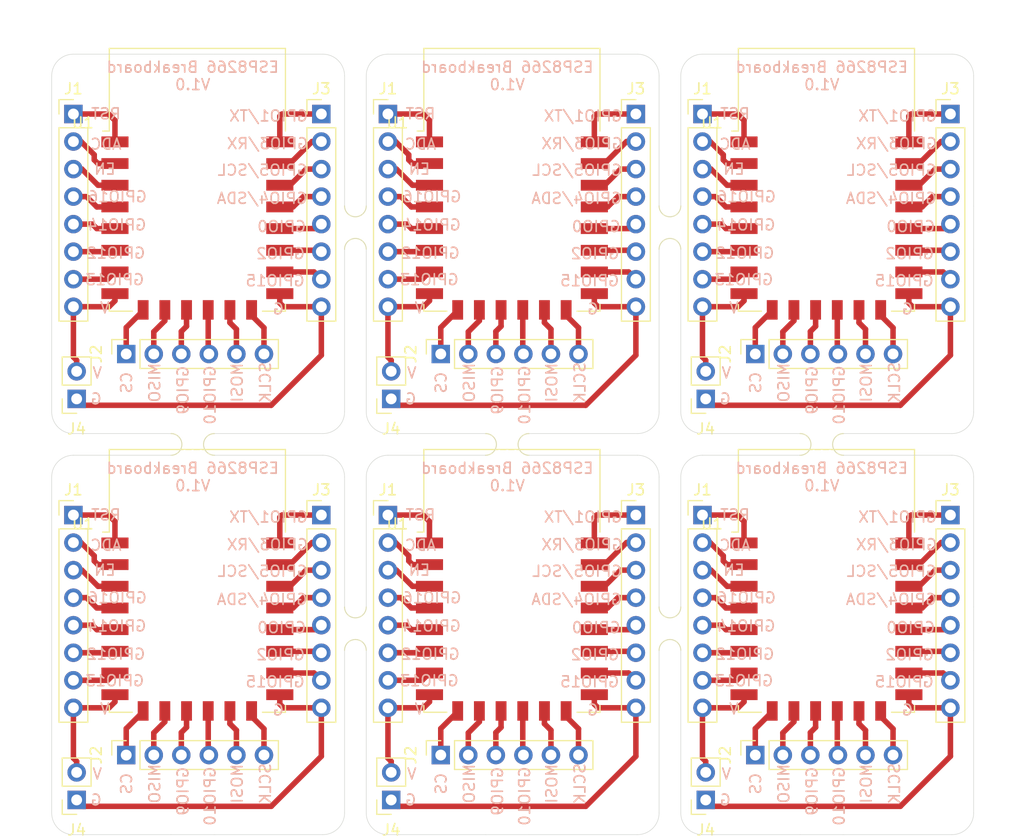
<source format=kicad_pcb>
(kicad_pcb (version 20171130) (host pcbnew "(5.1.6-0)")

  (general
    (thickness 1.6)
    (drawings 258)
    (tracks 414)
    (zones 0)
    (modules 37)
    (nets 23)
  )

  (page A4)
  (layers
    (0 F.Cu signal)
    (31 B.Cu signal)
    (32 B.Adhes user)
    (33 F.Adhes user)
    (34 B.Paste user)
    (35 F.Paste user)
    (36 B.SilkS user)
    (37 F.SilkS user)
    (38 B.Mask user)
    (39 F.Mask user)
    (40 Dwgs.User user)
    (41 Cmts.User user)
    (42 Eco1.User user)
    (43 Eco2.User user)
    (44 Edge.Cuts user)
    (45 Margin user)
    (46 B.CrtYd user)
    (47 F.CrtYd user)
    (48 B.Fab user)
    (49 F.Fab user)
  )

  (setup
    (last_trace_width 0.25)
    (user_trace_width 0.508)
    (trace_clearance 0.2)
    (zone_clearance 0.508)
    (zone_45_only no)
    (trace_min 0.2)
    (via_size 0.8)
    (via_drill 0.4)
    (via_min_size 0.4)
    (via_min_drill 0.3)
    (uvia_size 0.3)
    (uvia_drill 0.1)
    (uvias_allowed no)
    (uvia_min_size 0.2)
    (uvia_min_drill 0.1)
    (edge_width 0.05)
    (segment_width 0.2)
    (pcb_text_width 0.3)
    (pcb_text_size 1.5 1.5)
    (mod_edge_width 0.12)
    (mod_text_size 1 1)
    (mod_text_width 0.15)
    (pad_size 1.524 1.524)
    (pad_drill 0.762)
    (pad_to_mask_clearance 0.05)
    (aux_axis_origin 0 0)
    (visible_elements FFFFF77F)
    (pcbplotparams
      (layerselection 0x010fc_ffffffff)
      (usegerberextensions false)
      (usegerberattributes true)
      (usegerberadvancedattributes true)
      (creategerberjobfile true)
      (excludeedgelayer true)
      (linewidth 0.100000)
      (plotframeref false)
      (viasonmask false)
      (mode 1)
      (useauxorigin false)
      (hpglpennumber 1)
      (hpglpenspeed 20)
      (hpglpendiameter 15.000000)
      (psnegative false)
      (psa4output false)
      (plotreference true)
      (plotvalue true)
      (plotinvisibletext false)
      (padsonsilk false)
      (subtractmaskfromsilk false)
      (outputformat 1)
      (mirror false)
      (drillshape 0)
      (scaleselection 1)
      (outputdirectory "gerber/"))
  )

  (net 0 "")
  (net 1 VCC)
  (net 2 GND)
  (net 3 RX)
  (net 4 TX)
  (net 5 IO5)
  (net 6 IO4)
  (net 7 IO0)
  (net 8 IO2)
  (net 9 IO15)
  (net 10 IO10)
  (net 11 IO9)
  (net 12 IO13)
  (net 13 IO12)
  (net 14 IO14)
  (net 15 IO16)
  (net 16 EN)
  (net 17 ADC)
  (net 18 RST)
  (net 19 SCLK)
  (net 20 MOSI)
  (net 21 MISO)
  (net 22 CS)

  (net_class Default "This is the default net class."
    (clearance 0.2)
    (trace_width 0.25)
    (via_dia 0.8)
    (via_drill 0.4)
    (uvia_dia 0.3)
    (uvia_drill 0.1)
    (add_net ADC)
    (add_net CS)
    (add_net EN)
    (add_net GND)
    (add_net IO0)
    (add_net IO10)
    (add_net IO12)
    (add_net IO13)
    (add_net IO14)
    (add_net IO15)
    (add_net IO16)
    (add_net IO2)
    (add_net IO4)
    (add_net IO5)
    (add_net IO9)
    (add_net MISO)
    (add_net MOSI)
    (add_net RST)
    (add_net RX)
    (add_net SCLK)
    (add_net TX)
    (add_net VCC)
  )

  (module Connector_PinHeader_2.54mm:PinHeader_1x08_P2.54mm_Vertical (layer F.Cu) (tedit 59FED5CC) (tstamp 5FE3E591)
    (at 95 85.52)
    (descr "Through hole straight pin header, 1x08, 2.54mm pitch, single row")
    (tags "Through hole pin header THT 1x08 2.54mm single row")
    (path /60008B25)
    (fp_text reference J1 (at 0 -2.33) (layer F.SilkS)
      (effects (font (size 1 1) (thickness 0.15)))
    )
    (fp_text value Conn_01x08_Male (at 0 20.11) (layer F.Fab)
      (effects (font (size 1 1) (thickness 0.15)))
    )
    (fp_text user %R (at 0 8.89 90) (layer F.Fab)
      (effects (font (size 1 1) (thickness 0.15)))
    )
    (fp_line (start -0.635 -1.27) (end 1.27 -1.27) (layer F.Fab) (width 0.1))
    (fp_line (start 1.27 -1.27) (end 1.27 19.05) (layer F.Fab) (width 0.1))
    (fp_line (start 1.27 19.05) (end -1.27 19.05) (layer F.Fab) (width 0.1))
    (fp_line (start -1.27 19.05) (end -1.27 -0.635) (layer F.Fab) (width 0.1))
    (fp_line (start -1.27 -0.635) (end -0.635 -1.27) (layer F.Fab) (width 0.1))
    (fp_line (start -1.33 19.11) (end 1.33 19.11) (layer F.SilkS) (width 0.12))
    (fp_line (start -1.33 1.27) (end -1.33 19.11) (layer F.SilkS) (width 0.12))
    (fp_line (start 1.33 1.27) (end 1.33 19.11) (layer F.SilkS) (width 0.12))
    (fp_line (start -1.33 1.27) (end 1.33 1.27) (layer F.SilkS) (width 0.12))
    (fp_line (start -1.33 0) (end -1.33 -1.33) (layer F.SilkS) (width 0.12))
    (fp_line (start -1.33 -1.33) (end 0 -1.33) (layer F.SilkS) (width 0.12))
    (fp_line (start -1.8 -1.8) (end -1.8 19.55) (layer F.CrtYd) (width 0.05))
    (fp_line (start -1.8 19.55) (end 1.8 19.55) (layer F.CrtYd) (width 0.05))
    (fp_line (start 1.8 19.55) (end 1.8 -1.8) (layer F.CrtYd) (width 0.05))
    (fp_line (start 1.8 -1.8) (end -1.8 -1.8) (layer F.CrtYd) (width 0.05))
    (pad 1 thru_hole rect (at 0 0) (size 1.7 1.7) (drill 1) (layers *.Cu *.Mask)
      (net 18 RST))
    (pad 2 thru_hole oval (at 0 2.54) (size 1.7 1.7) (drill 1) (layers *.Cu *.Mask)
      (net 17 ADC))
    (pad 3 thru_hole oval (at 0 5.08) (size 1.7 1.7) (drill 1) (layers *.Cu *.Mask)
      (net 16 EN))
    (pad 4 thru_hole oval (at 0 7.62) (size 1.7 1.7) (drill 1) (layers *.Cu *.Mask)
      (net 15 IO16))
    (pad 5 thru_hole oval (at 0 10.16) (size 1.7 1.7) (drill 1) (layers *.Cu *.Mask)
      (net 14 IO14))
    (pad 6 thru_hole oval (at 0 12.7) (size 1.7 1.7) (drill 1) (layers *.Cu *.Mask)
      (net 13 IO12))
    (pad 7 thru_hole oval (at 0 15.24) (size 1.7 1.7) (drill 1) (layers *.Cu *.Mask)
      (net 12 IO13))
    (pad 8 thru_hole oval (at 0 17.78) (size 1.7 1.7) (drill 1) (layers *.Cu *.Mask)
      (net 1 VCC))
    (model ${KISYS3DMOD}/Connector_PinHeader_2.54mm.3dshapes/PinHeader_1x08_P2.54mm_Vertical.wrl
      (at (xyz 0 0 0))
      (scale (xyz 1 1 1))
      (rotate (xyz 0 0 0))
    )
  )

  (module Connector_PinHeader_2.54mm:PinHeader_1x08_P2.54mm_Vertical (layer F.Cu) (tedit 59FED5CC) (tstamp 5FE3E55B)
    (at 66 85.52)
    (descr "Through hole straight pin header, 1x08, 2.54mm pitch, single row")
    (tags "Through hole pin header THT 1x08 2.54mm single row")
    (path /60008B25)
    (fp_text reference J1 (at 0 -2.33) (layer F.SilkS)
      (effects (font (size 1 1) (thickness 0.15)))
    )
    (fp_text value Conn_01x08_Male (at 0 20.11) (layer F.Fab)
      (effects (font (size 1 1) (thickness 0.15)))
    )
    (fp_text user %R (at 0 8.89 90) (layer F.Fab)
      (effects (font (size 1 1) (thickness 0.15)))
    )
    (fp_line (start -0.635 -1.27) (end 1.27 -1.27) (layer F.Fab) (width 0.1))
    (fp_line (start 1.27 -1.27) (end 1.27 19.05) (layer F.Fab) (width 0.1))
    (fp_line (start 1.27 19.05) (end -1.27 19.05) (layer F.Fab) (width 0.1))
    (fp_line (start -1.27 19.05) (end -1.27 -0.635) (layer F.Fab) (width 0.1))
    (fp_line (start -1.27 -0.635) (end -0.635 -1.27) (layer F.Fab) (width 0.1))
    (fp_line (start -1.33 19.11) (end 1.33 19.11) (layer F.SilkS) (width 0.12))
    (fp_line (start -1.33 1.27) (end -1.33 19.11) (layer F.SilkS) (width 0.12))
    (fp_line (start 1.33 1.27) (end 1.33 19.11) (layer F.SilkS) (width 0.12))
    (fp_line (start -1.33 1.27) (end 1.33 1.27) (layer F.SilkS) (width 0.12))
    (fp_line (start -1.33 0) (end -1.33 -1.33) (layer F.SilkS) (width 0.12))
    (fp_line (start -1.33 -1.33) (end 0 -1.33) (layer F.SilkS) (width 0.12))
    (fp_line (start -1.8 -1.8) (end -1.8 19.55) (layer F.CrtYd) (width 0.05))
    (fp_line (start -1.8 19.55) (end 1.8 19.55) (layer F.CrtYd) (width 0.05))
    (fp_line (start 1.8 19.55) (end 1.8 -1.8) (layer F.CrtYd) (width 0.05))
    (fp_line (start 1.8 -1.8) (end -1.8 -1.8) (layer F.CrtYd) (width 0.05))
    (pad 1 thru_hole rect (at 0 0) (size 1.7 1.7) (drill 1) (layers *.Cu *.Mask)
      (net 18 RST))
    (pad 2 thru_hole oval (at 0 2.54) (size 1.7 1.7) (drill 1) (layers *.Cu *.Mask)
      (net 17 ADC))
    (pad 3 thru_hole oval (at 0 5.08) (size 1.7 1.7) (drill 1) (layers *.Cu *.Mask)
      (net 16 EN))
    (pad 4 thru_hole oval (at 0 7.62) (size 1.7 1.7) (drill 1) (layers *.Cu *.Mask)
      (net 15 IO16))
    (pad 5 thru_hole oval (at 0 10.16) (size 1.7 1.7) (drill 1) (layers *.Cu *.Mask)
      (net 14 IO14))
    (pad 6 thru_hole oval (at 0 12.7) (size 1.7 1.7) (drill 1) (layers *.Cu *.Mask)
      (net 13 IO12))
    (pad 7 thru_hole oval (at 0 15.24) (size 1.7 1.7) (drill 1) (layers *.Cu *.Mask)
      (net 12 IO13))
    (pad 8 thru_hole oval (at 0 17.78) (size 1.7 1.7) (drill 1) (layers *.Cu *.Mask)
      (net 1 VCC))
    (model ${KISYS3DMOD}/Connector_PinHeader_2.54mm.3dshapes/PinHeader_1x08_P2.54mm_Vertical.wrl
      (at (xyz 0 0 0))
      (scale (xyz 1 1 1))
      (rotate (xyz 0 0 0))
    )
  )

  (module Connector_PinHeader_2.54mm:PinHeader_1x08_P2.54mm_Vertical (layer F.Cu) (tedit 59FED5CC) (tstamp 5FE3E525)
    (at 37 85.52)
    (descr "Through hole straight pin header, 1x08, 2.54mm pitch, single row")
    (tags "Through hole pin header THT 1x08 2.54mm single row")
    (path /60008B25)
    (fp_text reference J1 (at 0 -2.33) (layer F.SilkS)
      (effects (font (size 1 1) (thickness 0.15)))
    )
    (fp_text value Conn_01x08_Male (at 0 20.11) (layer F.Fab)
      (effects (font (size 1 1) (thickness 0.15)))
    )
    (fp_text user %R (at 0 8.89 90) (layer F.Fab)
      (effects (font (size 1 1) (thickness 0.15)))
    )
    (fp_line (start -0.635 -1.27) (end 1.27 -1.27) (layer F.Fab) (width 0.1))
    (fp_line (start 1.27 -1.27) (end 1.27 19.05) (layer F.Fab) (width 0.1))
    (fp_line (start 1.27 19.05) (end -1.27 19.05) (layer F.Fab) (width 0.1))
    (fp_line (start -1.27 19.05) (end -1.27 -0.635) (layer F.Fab) (width 0.1))
    (fp_line (start -1.27 -0.635) (end -0.635 -1.27) (layer F.Fab) (width 0.1))
    (fp_line (start -1.33 19.11) (end 1.33 19.11) (layer F.SilkS) (width 0.12))
    (fp_line (start -1.33 1.27) (end -1.33 19.11) (layer F.SilkS) (width 0.12))
    (fp_line (start 1.33 1.27) (end 1.33 19.11) (layer F.SilkS) (width 0.12))
    (fp_line (start -1.33 1.27) (end 1.33 1.27) (layer F.SilkS) (width 0.12))
    (fp_line (start -1.33 0) (end -1.33 -1.33) (layer F.SilkS) (width 0.12))
    (fp_line (start -1.33 -1.33) (end 0 -1.33) (layer F.SilkS) (width 0.12))
    (fp_line (start -1.8 -1.8) (end -1.8 19.55) (layer F.CrtYd) (width 0.05))
    (fp_line (start -1.8 19.55) (end 1.8 19.55) (layer F.CrtYd) (width 0.05))
    (fp_line (start 1.8 19.55) (end 1.8 -1.8) (layer F.CrtYd) (width 0.05))
    (fp_line (start 1.8 -1.8) (end -1.8 -1.8) (layer F.CrtYd) (width 0.05))
    (pad 1 thru_hole rect (at 0 0) (size 1.7 1.7) (drill 1) (layers *.Cu *.Mask)
      (net 18 RST))
    (pad 2 thru_hole oval (at 0 2.54) (size 1.7 1.7) (drill 1) (layers *.Cu *.Mask)
      (net 17 ADC))
    (pad 3 thru_hole oval (at 0 5.08) (size 1.7 1.7) (drill 1) (layers *.Cu *.Mask)
      (net 16 EN))
    (pad 4 thru_hole oval (at 0 7.62) (size 1.7 1.7) (drill 1) (layers *.Cu *.Mask)
      (net 15 IO16))
    (pad 5 thru_hole oval (at 0 10.16) (size 1.7 1.7) (drill 1) (layers *.Cu *.Mask)
      (net 14 IO14))
    (pad 6 thru_hole oval (at 0 12.7) (size 1.7 1.7) (drill 1) (layers *.Cu *.Mask)
      (net 13 IO12))
    (pad 7 thru_hole oval (at 0 15.24) (size 1.7 1.7) (drill 1) (layers *.Cu *.Mask)
      (net 12 IO13))
    (pad 8 thru_hole oval (at 0 17.78) (size 1.7 1.7) (drill 1) (layers *.Cu *.Mask)
      (net 1 VCC))
    (model ${KISYS3DMOD}/Connector_PinHeader_2.54mm.3dshapes/PinHeader_1x08_P2.54mm_Vertical.wrl
      (at (xyz 0 0 0))
      (scale (xyz 1 1 1))
      (rotate (xyz 0 0 0))
    )
  )

  (module Connector_PinHeader_2.54mm:PinHeader_1x08_P2.54mm_Vertical (layer F.Cu) (tedit 59FED5CC) (tstamp 5FE3E4EF)
    (at 95 48.52)
    (descr "Through hole straight pin header, 1x08, 2.54mm pitch, single row")
    (tags "Through hole pin header THT 1x08 2.54mm single row")
    (path /60008B25)
    (fp_text reference J1 (at 0 -2.33) (layer F.SilkS)
      (effects (font (size 1 1) (thickness 0.15)))
    )
    (fp_text value Conn_01x08_Male (at 0 20.11) (layer F.Fab)
      (effects (font (size 1 1) (thickness 0.15)))
    )
    (fp_text user %R (at 0 8.89 90) (layer F.Fab)
      (effects (font (size 1 1) (thickness 0.15)))
    )
    (fp_line (start -0.635 -1.27) (end 1.27 -1.27) (layer F.Fab) (width 0.1))
    (fp_line (start 1.27 -1.27) (end 1.27 19.05) (layer F.Fab) (width 0.1))
    (fp_line (start 1.27 19.05) (end -1.27 19.05) (layer F.Fab) (width 0.1))
    (fp_line (start -1.27 19.05) (end -1.27 -0.635) (layer F.Fab) (width 0.1))
    (fp_line (start -1.27 -0.635) (end -0.635 -1.27) (layer F.Fab) (width 0.1))
    (fp_line (start -1.33 19.11) (end 1.33 19.11) (layer F.SilkS) (width 0.12))
    (fp_line (start -1.33 1.27) (end -1.33 19.11) (layer F.SilkS) (width 0.12))
    (fp_line (start 1.33 1.27) (end 1.33 19.11) (layer F.SilkS) (width 0.12))
    (fp_line (start -1.33 1.27) (end 1.33 1.27) (layer F.SilkS) (width 0.12))
    (fp_line (start -1.33 0) (end -1.33 -1.33) (layer F.SilkS) (width 0.12))
    (fp_line (start -1.33 -1.33) (end 0 -1.33) (layer F.SilkS) (width 0.12))
    (fp_line (start -1.8 -1.8) (end -1.8 19.55) (layer F.CrtYd) (width 0.05))
    (fp_line (start -1.8 19.55) (end 1.8 19.55) (layer F.CrtYd) (width 0.05))
    (fp_line (start 1.8 19.55) (end 1.8 -1.8) (layer F.CrtYd) (width 0.05))
    (fp_line (start 1.8 -1.8) (end -1.8 -1.8) (layer F.CrtYd) (width 0.05))
    (pad 1 thru_hole rect (at 0 0) (size 1.7 1.7) (drill 1) (layers *.Cu *.Mask)
      (net 18 RST))
    (pad 2 thru_hole oval (at 0 2.54) (size 1.7 1.7) (drill 1) (layers *.Cu *.Mask)
      (net 17 ADC))
    (pad 3 thru_hole oval (at 0 5.08) (size 1.7 1.7) (drill 1) (layers *.Cu *.Mask)
      (net 16 EN))
    (pad 4 thru_hole oval (at 0 7.62) (size 1.7 1.7) (drill 1) (layers *.Cu *.Mask)
      (net 15 IO16))
    (pad 5 thru_hole oval (at 0 10.16) (size 1.7 1.7) (drill 1) (layers *.Cu *.Mask)
      (net 14 IO14))
    (pad 6 thru_hole oval (at 0 12.7) (size 1.7 1.7) (drill 1) (layers *.Cu *.Mask)
      (net 13 IO12))
    (pad 7 thru_hole oval (at 0 15.24) (size 1.7 1.7) (drill 1) (layers *.Cu *.Mask)
      (net 12 IO13))
    (pad 8 thru_hole oval (at 0 17.78) (size 1.7 1.7) (drill 1) (layers *.Cu *.Mask)
      (net 1 VCC))
    (model ${KISYS3DMOD}/Connector_PinHeader_2.54mm.3dshapes/PinHeader_1x08_P2.54mm_Vertical.wrl
      (at (xyz 0 0 0))
      (scale (xyz 1 1 1))
      (rotate (xyz 0 0 0))
    )
  )

  (module Connector_PinHeader_2.54mm:PinHeader_1x08_P2.54mm_Vertical (layer F.Cu) (tedit 59FED5CC) (tstamp 5FE3E4B9)
    (at 66 48.52)
    (descr "Through hole straight pin header, 1x08, 2.54mm pitch, single row")
    (tags "Through hole pin header THT 1x08 2.54mm single row")
    (path /60008B25)
    (fp_text reference J1 (at 0 -2.33) (layer F.SilkS)
      (effects (font (size 1 1) (thickness 0.15)))
    )
    (fp_text value Conn_01x08_Male (at 0 20.11) (layer F.Fab)
      (effects (font (size 1 1) (thickness 0.15)))
    )
    (fp_text user %R (at 0 8.89 90) (layer F.Fab)
      (effects (font (size 1 1) (thickness 0.15)))
    )
    (fp_line (start -0.635 -1.27) (end 1.27 -1.27) (layer F.Fab) (width 0.1))
    (fp_line (start 1.27 -1.27) (end 1.27 19.05) (layer F.Fab) (width 0.1))
    (fp_line (start 1.27 19.05) (end -1.27 19.05) (layer F.Fab) (width 0.1))
    (fp_line (start -1.27 19.05) (end -1.27 -0.635) (layer F.Fab) (width 0.1))
    (fp_line (start -1.27 -0.635) (end -0.635 -1.27) (layer F.Fab) (width 0.1))
    (fp_line (start -1.33 19.11) (end 1.33 19.11) (layer F.SilkS) (width 0.12))
    (fp_line (start -1.33 1.27) (end -1.33 19.11) (layer F.SilkS) (width 0.12))
    (fp_line (start 1.33 1.27) (end 1.33 19.11) (layer F.SilkS) (width 0.12))
    (fp_line (start -1.33 1.27) (end 1.33 1.27) (layer F.SilkS) (width 0.12))
    (fp_line (start -1.33 0) (end -1.33 -1.33) (layer F.SilkS) (width 0.12))
    (fp_line (start -1.33 -1.33) (end 0 -1.33) (layer F.SilkS) (width 0.12))
    (fp_line (start -1.8 -1.8) (end -1.8 19.55) (layer F.CrtYd) (width 0.05))
    (fp_line (start -1.8 19.55) (end 1.8 19.55) (layer F.CrtYd) (width 0.05))
    (fp_line (start 1.8 19.55) (end 1.8 -1.8) (layer F.CrtYd) (width 0.05))
    (fp_line (start 1.8 -1.8) (end -1.8 -1.8) (layer F.CrtYd) (width 0.05))
    (pad 1 thru_hole rect (at 0 0) (size 1.7 1.7) (drill 1) (layers *.Cu *.Mask)
      (net 18 RST))
    (pad 2 thru_hole oval (at 0 2.54) (size 1.7 1.7) (drill 1) (layers *.Cu *.Mask)
      (net 17 ADC))
    (pad 3 thru_hole oval (at 0 5.08) (size 1.7 1.7) (drill 1) (layers *.Cu *.Mask)
      (net 16 EN))
    (pad 4 thru_hole oval (at 0 7.62) (size 1.7 1.7) (drill 1) (layers *.Cu *.Mask)
      (net 15 IO16))
    (pad 5 thru_hole oval (at 0 10.16) (size 1.7 1.7) (drill 1) (layers *.Cu *.Mask)
      (net 14 IO14))
    (pad 6 thru_hole oval (at 0 12.7) (size 1.7 1.7) (drill 1) (layers *.Cu *.Mask)
      (net 13 IO12))
    (pad 7 thru_hole oval (at 0 15.24) (size 1.7 1.7) (drill 1) (layers *.Cu *.Mask)
      (net 12 IO13))
    (pad 8 thru_hole oval (at 0 17.78) (size 1.7 1.7) (drill 1) (layers *.Cu *.Mask)
      (net 1 VCC))
    (model ${KISYS3DMOD}/Connector_PinHeader_2.54mm.3dshapes/PinHeader_1x08_P2.54mm_Vertical.wrl
      (at (xyz 0 0 0))
      (scale (xyz 1 1 1))
      (rotate (xyz 0 0 0))
    )
  )

  (module Connector_PinHeader_2.54mm:PinHeader_1x08_P2.54mm_Vertical (layer F.Cu) (tedit 59FED5CC) (tstamp 5FE3E468)
    (at 117.86 85.52)
    (descr "Through hole straight pin header, 1x08, 2.54mm pitch, single row")
    (tags "Through hole pin header THT 1x08 2.54mm single row")
    (path /60007E42)
    (fp_text reference J3 (at 0 -2.33) (layer F.SilkS)
      (effects (font (size 1 1) (thickness 0.15)))
    )
    (fp_text value Conn_01x08_Male (at 0 20.11) (layer F.Fab)
      (effects (font (size 1 1) (thickness 0.15)))
    )
    (fp_text user %R (at 0 8.89 90) (layer F.Fab)
      (effects (font (size 1 1) (thickness 0.15)))
    )
    (fp_line (start -0.635 -1.27) (end 1.27 -1.27) (layer F.Fab) (width 0.1))
    (fp_line (start 1.27 -1.27) (end 1.27 19.05) (layer F.Fab) (width 0.1))
    (fp_line (start 1.27 19.05) (end -1.27 19.05) (layer F.Fab) (width 0.1))
    (fp_line (start -1.27 19.05) (end -1.27 -0.635) (layer F.Fab) (width 0.1))
    (fp_line (start -1.27 -0.635) (end -0.635 -1.27) (layer F.Fab) (width 0.1))
    (fp_line (start -1.33 19.11) (end 1.33 19.11) (layer F.SilkS) (width 0.12))
    (fp_line (start -1.33 1.27) (end -1.33 19.11) (layer F.SilkS) (width 0.12))
    (fp_line (start 1.33 1.27) (end 1.33 19.11) (layer F.SilkS) (width 0.12))
    (fp_line (start -1.33 1.27) (end 1.33 1.27) (layer F.SilkS) (width 0.12))
    (fp_line (start -1.33 0) (end -1.33 -1.33) (layer F.SilkS) (width 0.12))
    (fp_line (start -1.33 -1.33) (end 0 -1.33) (layer F.SilkS) (width 0.12))
    (fp_line (start -1.8 -1.8) (end -1.8 19.55) (layer F.CrtYd) (width 0.05))
    (fp_line (start -1.8 19.55) (end 1.8 19.55) (layer F.CrtYd) (width 0.05))
    (fp_line (start 1.8 19.55) (end 1.8 -1.8) (layer F.CrtYd) (width 0.05))
    (fp_line (start 1.8 -1.8) (end -1.8 -1.8) (layer F.CrtYd) (width 0.05))
    (pad 1 thru_hole rect (at 0 0) (size 1.7 1.7) (drill 1) (layers *.Cu *.Mask)
      (net 4 TX))
    (pad 2 thru_hole oval (at 0 2.54) (size 1.7 1.7) (drill 1) (layers *.Cu *.Mask)
      (net 3 RX))
    (pad 3 thru_hole oval (at 0 5.08) (size 1.7 1.7) (drill 1) (layers *.Cu *.Mask)
      (net 5 IO5))
    (pad 4 thru_hole oval (at 0 7.62) (size 1.7 1.7) (drill 1) (layers *.Cu *.Mask)
      (net 6 IO4))
    (pad 5 thru_hole oval (at 0 10.16) (size 1.7 1.7) (drill 1) (layers *.Cu *.Mask)
      (net 7 IO0))
    (pad 6 thru_hole oval (at 0 12.7) (size 1.7 1.7) (drill 1) (layers *.Cu *.Mask)
      (net 8 IO2))
    (pad 7 thru_hole oval (at 0 15.24) (size 1.7 1.7) (drill 1) (layers *.Cu *.Mask)
      (net 9 IO15))
    (pad 8 thru_hole oval (at 0 17.78) (size 1.7 1.7) (drill 1) (layers *.Cu *.Mask)
      (net 2 GND))
    (model ${KISYS3DMOD}/Connector_PinHeader_2.54mm.3dshapes/PinHeader_1x08_P2.54mm_Vertical.wrl
      (at (xyz 0 0 0))
      (scale (xyz 1 1 1))
      (rotate (xyz 0 0 0))
    )
  )

  (module Connector_PinHeader_2.54mm:PinHeader_1x08_P2.54mm_Vertical (layer F.Cu) (tedit 59FED5CC) (tstamp 5FE3E432)
    (at 88.86 85.52)
    (descr "Through hole straight pin header, 1x08, 2.54mm pitch, single row")
    (tags "Through hole pin header THT 1x08 2.54mm single row")
    (path /60007E42)
    (fp_text reference J3 (at 0 -2.33) (layer F.SilkS)
      (effects (font (size 1 1) (thickness 0.15)))
    )
    (fp_text value Conn_01x08_Male (at 0 20.11) (layer F.Fab)
      (effects (font (size 1 1) (thickness 0.15)))
    )
    (fp_text user %R (at 0 8.89 90) (layer F.Fab)
      (effects (font (size 1 1) (thickness 0.15)))
    )
    (fp_line (start -0.635 -1.27) (end 1.27 -1.27) (layer F.Fab) (width 0.1))
    (fp_line (start 1.27 -1.27) (end 1.27 19.05) (layer F.Fab) (width 0.1))
    (fp_line (start 1.27 19.05) (end -1.27 19.05) (layer F.Fab) (width 0.1))
    (fp_line (start -1.27 19.05) (end -1.27 -0.635) (layer F.Fab) (width 0.1))
    (fp_line (start -1.27 -0.635) (end -0.635 -1.27) (layer F.Fab) (width 0.1))
    (fp_line (start -1.33 19.11) (end 1.33 19.11) (layer F.SilkS) (width 0.12))
    (fp_line (start -1.33 1.27) (end -1.33 19.11) (layer F.SilkS) (width 0.12))
    (fp_line (start 1.33 1.27) (end 1.33 19.11) (layer F.SilkS) (width 0.12))
    (fp_line (start -1.33 1.27) (end 1.33 1.27) (layer F.SilkS) (width 0.12))
    (fp_line (start -1.33 0) (end -1.33 -1.33) (layer F.SilkS) (width 0.12))
    (fp_line (start -1.33 -1.33) (end 0 -1.33) (layer F.SilkS) (width 0.12))
    (fp_line (start -1.8 -1.8) (end -1.8 19.55) (layer F.CrtYd) (width 0.05))
    (fp_line (start -1.8 19.55) (end 1.8 19.55) (layer F.CrtYd) (width 0.05))
    (fp_line (start 1.8 19.55) (end 1.8 -1.8) (layer F.CrtYd) (width 0.05))
    (fp_line (start 1.8 -1.8) (end -1.8 -1.8) (layer F.CrtYd) (width 0.05))
    (pad 1 thru_hole rect (at 0 0) (size 1.7 1.7) (drill 1) (layers *.Cu *.Mask)
      (net 4 TX))
    (pad 2 thru_hole oval (at 0 2.54) (size 1.7 1.7) (drill 1) (layers *.Cu *.Mask)
      (net 3 RX))
    (pad 3 thru_hole oval (at 0 5.08) (size 1.7 1.7) (drill 1) (layers *.Cu *.Mask)
      (net 5 IO5))
    (pad 4 thru_hole oval (at 0 7.62) (size 1.7 1.7) (drill 1) (layers *.Cu *.Mask)
      (net 6 IO4))
    (pad 5 thru_hole oval (at 0 10.16) (size 1.7 1.7) (drill 1) (layers *.Cu *.Mask)
      (net 7 IO0))
    (pad 6 thru_hole oval (at 0 12.7) (size 1.7 1.7) (drill 1) (layers *.Cu *.Mask)
      (net 8 IO2))
    (pad 7 thru_hole oval (at 0 15.24) (size 1.7 1.7) (drill 1) (layers *.Cu *.Mask)
      (net 9 IO15))
    (pad 8 thru_hole oval (at 0 17.78) (size 1.7 1.7) (drill 1) (layers *.Cu *.Mask)
      (net 2 GND))
    (model ${KISYS3DMOD}/Connector_PinHeader_2.54mm.3dshapes/PinHeader_1x08_P2.54mm_Vertical.wrl
      (at (xyz 0 0 0))
      (scale (xyz 1 1 1))
      (rotate (xyz 0 0 0))
    )
  )

  (module Connector_PinHeader_2.54mm:PinHeader_1x08_P2.54mm_Vertical (layer F.Cu) (tedit 59FED5CC) (tstamp 5FE3E3FC)
    (at 59.86 85.52)
    (descr "Through hole straight pin header, 1x08, 2.54mm pitch, single row")
    (tags "Through hole pin header THT 1x08 2.54mm single row")
    (path /60007E42)
    (fp_text reference J3 (at 0 -2.33) (layer F.SilkS)
      (effects (font (size 1 1) (thickness 0.15)))
    )
    (fp_text value Conn_01x08_Male (at 0 20.11) (layer F.Fab)
      (effects (font (size 1 1) (thickness 0.15)))
    )
    (fp_text user %R (at 0 8.89 90) (layer F.Fab)
      (effects (font (size 1 1) (thickness 0.15)))
    )
    (fp_line (start -0.635 -1.27) (end 1.27 -1.27) (layer F.Fab) (width 0.1))
    (fp_line (start 1.27 -1.27) (end 1.27 19.05) (layer F.Fab) (width 0.1))
    (fp_line (start 1.27 19.05) (end -1.27 19.05) (layer F.Fab) (width 0.1))
    (fp_line (start -1.27 19.05) (end -1.27 -0.635) (layer F.Fab) (width 0.1))
    (fp_line (start -1.27 -0.635) (end -0.635 -1.27) (layer F.Fab) (width 0.1))
    (fp_line (start -1.33 19.11) (end 1.33 19.11) (layer F.SilkS) (width 0.12))
    (fp_line (start -1.33 1.27) (end -1.33 19.11) (layer F.SilkS) (width 0.12))
    (fp_line (start 1.33 1.27) (end 1.33 19.11) (layer F.SilkS) (width 0.12))
    (fp_line (start -1.33 1.27) (end 1.33 1.27) (layer F.SilkS) (width 0.12))
    (fp_line (start -1.33 0) (end -1.33 -1.33) (layer F.SilkS) (width 0.12))
    (fp_line (start -1.33 -1.33) (end 0 -1.33) (layer F.SilkS) (width 0.12))
    (fp_line (start -1.8 -1.8) (end -1.8 19.55) (layer F.CrtYd) (width 0.05))
    (fp_line (start -1.8 19.55) (end 1.8 19.55) (layer F.CrtYd) (width 0.05))
    (fp_line (start 1.8 19.55) (end 1.8 -1.8) (layer F.CrtYd) (width 0.05))
    (fp_line (start 1.8 -1.8) (end -1.8 -1.8) (layer F.CrtYd) (width 0.05))
    (pad 1 thru_hole rect (at 0 0) (size 1.7 1.7) (drill 1) (layers *.Cu *.Mask)
      (net 4 TX))
    (pad 2 thru_hole oval (at 0 2.54) (size 1.7 1.7) (drill 1) (layers *.Cu *.Mask)
      (net 3 RX))
    (pad 3 thru_hole oval (at 0 5.08) (size 1.7 1.7) (drill 1) (layers *.Cu *.Mask)
      (net 5 IO5))
    (pad 4 thru_hole oval (at 0 7.62) (size 1.7 1.7) (drill 1) (layers *.Cu *.Mask)
      (net 6 IO4))
    (pad 5 thru_hole oval (at 0 10.16) (size 1.7 1.7) (drill 1) (layers *.Cu *.Mask)
      (net 7 IO0))
    (pad 6 thru_hole oval (at 0 12.7) (size 1.7 1.7) (drill 1) (layers *.Cu *.Mask)
      (net 8 IO2))
    (pad 7 thru_hole oval (at 0 15.24) (size 1.7 1.7) (drill 1) (layers *.Cu *.Mask)
      (net 9 IO15))
    (pad 8 thru_hole oval (at 0 17.78) (size 1.7 1.7) (drill 1) (layers *.Cu *.Mask)
      (net 2 GND))
    (model ${KISYS3DMOD}/Connector_PinHeader_2.54mm.3dshapes/PinHeader_1x08_P2.54mm_Vertical.wrl
      (at (xyz 0 0 0))
      (scale (xyz 1 1 1))
      (rotate (xyz 0 0 0))
    )
  )

  (module Connector_PinHeader_2.54mm:PinHeader_1x08_P2.54mm_Vertical (layer F.Cu) (tedit 59FED5CC) (tstamp 5FE3E3C6)
    (at 117.86 48.52)
    (descr "Through hole straight pin header, 1x08, 2.54mm pitch, single row")
    (tags "Through hole pin header THT 1x08 2.54mm single row")
    (path /60007E42)
    (fp_text reference J3 (at 0 -2.33) (layer F.SilkS)
      (effects (font (size 1 1) (thickness 0.15)))
    )
    (fp_text value Conn_01x08_Male (at 0 20.11) (layer F.Fab)
      (effects (font (size 1 1) (thickness 0.15)))
    )
    (fp_text user %R (at 0 8.89 90) (layer F.Fab)
      (effects (font (size 1 1) (thickness 0.15)))
    )
    (fp_line (start -0.635 -1.27) (end 1.27 -1.27) (layer F.Fab) (width 0.1))
    (fp_line (start 1.27 -1.27) (end 1.27 19.05) (layer F.Fab) (width 0.1))
    (fp_line (start 1.27 19.05) (end -1.27 19.05) (layer F.Fab) (width 0.1))
    (fp_line (start -1.27 19.05) (end -1.27 -0.635) (layer F.Fab) (width 0.1))
    (fp_line (start -1.27 -0.635) (end -0.635 -1.27) (layer F.Fab) (width 0.1))
    (fp_line (start -1.33 19.11) (end 1.33 19.11) (layer F.SilkS) (width 0.12))
    (fp_line (start -1.33 1.27) (end -1.33 19.11) (layer F.SilkS) (width 0.12))
    (fp_line (start 1.33 1.27) (end 1.33 19.11) (layer F.SilkS) (width 0.12))
    (fp_line (start -1.33 1.27) (end 1.33 1.27) (layer F.SilkS) (width 0.12))
    (fp_line (start -1.33 0) (end -1.33 -1.33) (layer F.SilkS) (width 0.12))
    (fp_line (start -1.33 -1.33) (end 0 -1.33) (layer F.SilkS) (width 0.12))
    (fp_line (start -1.8 -1.8) (end -1.8 19.55) (layer F.CrtYd) (width 0.05))
    (fp_line (start -1.8 19.55) (end 1.8 19.55) (layer F.CrtYd) (width 0.05))
    (fp_line (start 1.8 19.55) (end 1.8 -1.8) (layer F.CrtYd) (width 0.05))
    (fp_line (start 1.8 -1.8) (end -1.8 -1.8) (layer F.CrtYd) (width 0.05))
    (pad 1 thru_hole rect (at 0 0) (size 1.7 1.7) (drill 1) (layers *.Cu *.Mask)
      (net 4 TX))
    (pad 2 thru_hole oval (at 0 2.54) (size 1.7 1.7) (drill 1) (layers *.Cu *.Mask)
      (net 3 RX))
    (pad 3 thru_hole oval (at 0 5.08) (size 1.7 1.7) (drill 1) (layers *.Cu *.Mask)
      (net 5 IO5))
    (pad 4 thru_hole oval (at 0 7.62) (size 1.7 1.7) (drill 1) (layers *.Cu *.Mask)
      (net 6 IO4))
    (pad 5 thru_hole oval (at 0 10.16) (size 1.7 1.7) (drill 1) (layers *.Cu *.Mask)
      (net 7 IO0))
    (pad 6 thru_hole oval (at 0 12.7) (size 1.7 1.7) (drill 1) (layers *.Cu *.Mask)
      (net 8 IO2))
    (pad 7 thru_hole oval (at 0 15.24) (size 1.7 1.7) (drill 1) (layers *.Cu *.Mask)
      (net 9 IO15))
    (pad 8 thru_hole oval (at 0 17.78) (size 1.7 1.7) (drill 1) (layers *.Cu *.Mask)
      (net 2 GND))
    (model ${KISYS3DMOD}/Connector_PinHeader_2.54mm.3dshapes/PinHeader_1x08_P2.54mm_Vertical.wrl
      (at (xyz 0 0 0))
      (scale (xyz 1 1 1))
      (rotate (xyz 0 0 0))
    )
  )

  (module Connector_PinHeader_2.54mm:PinHeader_1x08_P2.54mm_Vertical (layer F.Cu) (tedit 59FED5CC) (tstamp 5FE3E390)
    (at 88.86 48.52)
    (descr "Through hole straight pin header, 1x08, 2.54mm pitch, single row")
    (tags "Through hole pin header THT 1x08 2.54mm single row")
    (path /60007E42)
    (fp_text reference J3 (at 0 -2.33) (layer F.SilkS)
      (effects (font (size 1 1) (thickness 0.15)))
    )
    (fp_text value Conn_01x08_Male (at 0 20.11) (layer F.Fab)
      (effects (font (size 1 1) (thickness 0.15)))
    )
    (fp_text user %R (at 0 8.89 90) (layer F.Fab)
      (effects (font (size 1 1) (thickness 0.15)))
    )
    (fp_line (start -0.635 -1.27) (end 1.27 -1.27) (layer F.Fab) (width 0.1))
    (fp_line (start 1.27 -1.27) (end 1.27 19.05) (layer F.Fab) (width 0.1))
    (fp_line (start 1.27 19.05) (end -1.27 19.05) (layer F.Fab) (width 0.1))
    (fp_line (start -1.27 19.05) (end -1.27 -0.635) (layer F.Fab) (width 0.1))
    (fp_line (start -1.27 -0.635) (end -0.635 -1.27) (layer F.Fab) (width 0.1))
    (fp_line (start -1.33 19.11) (end 1.33 19.11) (layer F.SilkS) (width 0.12))
    (fp_line (start -1.33 1.27) (end -1.33 19.11) (layer F.SilkS) (width 0.12))
    (fp_line (start 1.33 1.27) (end 1.33 19.11) (layer F.SilkS) (width 0.12))
    (fp_line (start -1.33 1.27) (end 1.33 1.27) (layer F.SilkS) (width 0.12))
    (fp_line (start -1.33 0) (end -1.33 -1.33) (layer F.SilkS) (width 0.12))
    (fp_line (start -1.33 -1.33) (end 0 -1.33) (layer F.SilkS) (width 0.12))
    (fp_line (start -1.8 -1.8) (end -1.8 19.55) (layer F.CrtYd) (width 0.05))
    (fp_line (start -1.8 19.55) (end 1.8 19.55) (layer F.CrtYd) (width 0.05))
    (fp_line (start 1.8 19.55) (end 1.8 -1.8) (layer F.CrtYd) (width 0.05))
    (fp_line (start 1.8 -1.8) (end -1.8 -1.8) (layer F.CrtYd) (width 0.05))
    (pad 1 thru_hole rect (at 0 0) (size 1.7 1.7) (drill 1) (layers *.Cu *.Mask)
      (net 4 TX))
    (pad 2 thru_hole oval (at 0 2.54) (size 1.7 1.7) (drill 1) (layers *.Cu *.Mask)
      (net 3 RX))
    (pad 3 thru_hole oval (at 0 5.08) (size 1.7 1.7) (drill 1) (layers *.Cu *.Mask)
      (net 5 IO5))
    (pad 4 thru_hole oval (at 0 7.62) (size 1.7 1.7) (drill 1) (layers *.Cu *.Mask)
      (net 6 IO4))
    (pad 5 thru_hole oval (at 0 10.16) (size 1.7 1.7) (drill 1) (layers *.Cu *.Mask)
      (net 7 IO0))
    (pad 6 thru_hole oval (at 0 12.7) (size 1.7 1.7) (drill 1) (layers *.Cu *.Mask)
      (net 8 IO2))
    (pad 7 thru_hole oval (at 0 15.24) (size 1.7 1.7) (drill 1) (layers *.Cu *.Mask)
      (net 9 IO15))
    (pad 8 thru_hole oval (at 0 17.78) (size 1.7 1.7) (drill 1) (layers *.Cu *.Mask)
      (net 2 GND))
    (model ${KISYS3DMOD}/Connector_PinHeader_2.54mm.3dshapes/PinHeader_1x08_P2.54mm_Vertical.wrl
      (at (xyz 0 0 0))
      (scale (xyz 1 1 1))
      (rotate (xyz 0 0 0))
    )
  )

  (module RF_Module:ESP-12E (layer F.Cu) (tedit 5A030172) (tstamp 5FE3E301)
    (at 106.43 91.59)
    (descr "Wi-Fi Module, http://wiki.ai-thinker.com/_media/esp8266/docs/aithinker_esp_12f_datasheet_en.pdf")
    (tags "Wi-Fi Module")
    (path /6001299A)
    (attr smd)
    (fp_text reference U1 (at -10.56 -5.26) (layer F.SilkS)
      (effects (font (size 1 1) (thickness 0.15)))
    )
    (fp_text value ESP8266-12E_ESP-12E (at -0.06 -12.78) (layer F.Fab)
      (effects (font (size 1 1) (thickness 0.15)))
    )
    (fp_text user Antenna (at -0.06 -7 180) (layer Cmts.User)
      (effects (font (size 1 1) (thickness 0.15)))
    )
    (fp_text user "KEEP-OUT ZONE" (at 0.03 -9.55 180) (layer Cmts.User)
      (effects (font (size 1 1) (thickness 0.15)))
    )
    (fp_text user %R (at 0.49 -0.8) (layer F.Fab)
      (effects (font (size 1 1) (thickness 0.15)))
    )
    (fp_line (start 5.56 -4.8) (end 8.12 -7.36) (layer Dwgs.User) (width 0.12))
    (fp_line (start 2.56 -4.8) (end 8.12 -10.36) (layer Dwgs.User) (width 0.12))
    (fp_line (start -0.44 -4.8) (end 6.88 -12.12) (layer Dwgs.User) (width 0.12))
    (fp_line (start -3.44 -4.8) (end 3.88 -12.12) (layer Dwgs.User) (width 0.12))
    (fp_line (start -6.44 -4.8) (end 0.88 -12.12) (layer Dwgs.User) (width 0.12))
    (fp_line (start -8.12 -6.12) (end -2.12 -12.12) (layer Dwgs.User) (width 0.12))
    (fp_line (start -8.12 -9.12) (end -5.12 -12.12) (layer Dwgs.User) (width 0.12))
    (fp_line (start -8.12 -4.8) (end -8.12 -12.12) (layer Dwgs.User) (width 0.12))
    (fp_line (start 8.12 -4.8) (end -8.12 -4.8) (layer Dwgs.User) (width 0.12))
    (fp_line (start 8.12 -12.12) (end 8.12 -4.8) (layer Dwgs.User) (width 0.12))
    (fp_line (start -8.12 -12.12) (end 8.12 -12.12) (layer Dwgs.User) (width 0.12))
    (fp_line (start -8.12 -4.5) (end -8.73 -4.5) (layer F.SilkS) (width 0.12))
    (fp_line (start -8.12 -4.5) (end -8.12 -12.12) (layer F.SilkS) (width 0.12))
    (fp_line (start -8.12 12.12) (end -8.12 11.5) (layer F.SilkS) (width 0.12))
    (fp_line (start -6 12.12) (end -8.12 12.12) (layer F.SilkS) (width 0.12))
    (fp_line (start 8.12 12.12) (end 6 12.12) (layer F.SilkS) (width 0.12))
    (fp_line (start 8.12 11.5) (end 8.12 12.12) (layer F.SilkS) (width 0.12))
    (fp_line (start 8.12 -12.12) (end 8.12 -4.5) (layer F.SilkS) (width 0.12))
    (fp_line (start -8.12 -12.12) (end 8.12 -12.12) (layer F.SilkS) (width 0.12))
    (fp_line (start -9.05 13.1) (end -9.05 -12.2) (layer F.CrtYd) (width 0.05))
    (fp_line (start 9.05 13.1) (end -9.05 13.1) (layer F.CrtYd) (width 0.05))
    (fp_line (start 9.05 -12.2) (end 9.05 13.1) (layer F.CrtYd) (width 0.05))
    (fp_line (start -9.05 -12.2) (end 9.05 -12.2) (layer F.CrtYd) (width 0.05))
    (fp_line (start -8 -4) (end -8 -12) (layer F.Fab) (width 0.12))
    (fp_line (start -7.5 -3.5) (end -8 -4) (layer F.Fab) (width 0.12))
    (fp_line (start -8 -3) (end -7.5 -3.5) (layer F.Fab) (width 0.12))
    (fp_line (start -8 12) (end -8 -3) (layer F.Fab) (width 0.12))
    (fp_line (start 8 12) (end -8 12) (layer F.Fab) (width 0.12))
    (fp_line (start 8 -12) (end 8 12) (layer F.Fab) (width 0.12))
    (fp_line (start -8 -12) (end 8 -12) (layer F.Fab) (width 0.12))
    (pad 1 smd rect (at -7.6 -3.5) (size 2.5 1) (layers F.Cu F.Paste F.Mask)
      (net 18 RST))
    (pad 2 smd rect (at -7.6 -1.5) (size 2.5 1) (layers F.Cu F.Paste F.Mask)
      (net 17 ADC))
    (pad 3 smd rect (at -7.6 0.5) (size 2.5 1) (layers F.Cu F.Paste F.Mask)
      (net 16 EN))
    (pad 4 smd rect (at -7.6 2.5) (size 2.5 1) (layers F.Cu F.Paste F.Mask)
      (net 15 IO16))
    (pad 5 smd rect (at -7.6 4.5) (size 2.5 1) (layers F.Cu F.Paste F.Mask)
      (net 14 IO14))
    (pad 6 smd rect (at -7.6 6.5) (size 2.5 1) (layers F.Cu F.Paste F.Mask)
      (net 13 IO12))
    (pad 7 smd rect (at -7.6 8.5) (size 2.5 1) (layers F.Cu F.Paste F.Mask)
      (net 12 IO13))
    (pad 8 smd rect (at -7.6 10.5) (size 2.5 1) (layers F.Cu F.Paste F.Mask)
      (net 1 VCC))
    (pad 9 smd rect (at -5 12) (size 1 1.8) (layers F.Cu F.Paste F.Mask)
      (net 22 CS))
    (pad 10 smd rect (at -3 12) (size 1 1.8) (layers F.Cu F.Paste F.Mask)
      (net 21 MISO))
    (pad 11 smd rect (at -1 12) (size 1 1.8) (layers F.Cu F.Paste F.Mask)
      (net 11 IO9))
    (pad 12 smd rect (at 1 12) (size 1 1.8) (layers F.Cu F.Paste F.Mask)
      (net 10 IO10))
    (pad 13 smd rect (at 3 12) (size 1 1.8) (layers F.Cu F.Paste F.Mask)
      (net 20 MOSI))
    (pad 14 smd rect (at 5 12) (size 1 1.8) (layers F.Cu F.Paste F.Mask)
      (net 19 SCLK))
    (pad 15 smd rect (at 7.6 10.5) (size 2.5 1) (layers F.Cu F.Paste F.Mask)
      (net 2 GND))
    (pad 16 smd rect (at 7.6 8.5) (size 2.5 1) (layers F.Cu F.Paste F.Mask)
      (net 9 IO15))
    (pad 17 smd rect (at 7.6 6.5) (size 2.5 1) (layers F.Cu F.Paste F.Mask)
      (net 8 IO2))
    (pad 18 smd rect (at 7.6 4.5) (size 2.5 1) (layers F.Cu F.Paste F.Mask)
      (net 7 IO0))
    (pad 19 smd rect (at 7.6 2.5) (size 2.5 1) (layers F.Cu F.Paste F.Mask)
      (net 6 IO4))
    (pad 20 smd rect (at 7.6 0.5) (size 2.5 1) (layers F.Cu F.Paste F.Mask)
      (net 5 IO5))
    (pad 21 smd rect (at 7.6 -1.5) (size 2.5 1) (layers F.Cu F.Paste F.Mask)
      (net 3 RX))
    (pad 22 smd rect (at 7.6 -3.5) (size 2.5 1) (layers F.Cu F.Paste F.Mask)
      (net 4 TX))
    (model ${KISYS3DMOD}/RF_Module.3dshapes/ESP-12E.wrl
      (at (xyz 0 0 0))
      (scale (xyz 1 1 1))
      (rotate (xyz 0 0 0))
    )
  )

  (module RF_Module:ESP-12E (layer F.Cu) (tedit 5A030172) (tstamp 5FE3E28D)
    (at 77.43 91.59)
    (descr "Wi-Fi Module, http://wiki.ai-thinker.com/_media/esp8266/docs/aithinker_esp_12f_datasheet_en.pdf")
    (tags "Wi-Fi Module")
    (path /6001299A)
    (attr smd)
    (fp_text reference U1 (at -10.56 -5.26) (layer F.SilkS)
      (effects (font (size 1 1) (thickness 0.15)))
    )
    (fp_text value ESP8266-12E_ESP-12E (at -0.06 -12.78) (layer F.Fab)
      (effects (font (size 1 1) (thickness 0.15)))
    )
    (fp_text user Antenna (at -0.06 -7 180) (layer Cmts.User)
      (effects (font (size 1 1) (thickness 0.15)))
    )
    (fp_text user "KEEP-OUT ZONE" (at 0.03 -9.55 180) (layer Cmts.User)
      (effects (font (size 1 1) (thickness 0.15)))
    )
    (fp_text user %R (at 0.49 -0.8) (layer F.Fab)
      (effects (font (size 1 1) (thickness 0.15)))
    )
    (fp_line (start 5.56 -4.8) (end 8.12 -7.36) (layer Dwgs.User) (width 0.12))
    (fp_line (start 2.56 -4.8) (end 8.12 -10.36) (layer Dwgs.User) (width 0.12))
    (fp_line (start -0.44 -4.8) (end 6.88 -12.12) (layer Dwgs.User) (width 0.12))
    (fp_line (start -3.44 -4.8) (end 3.88 -12.12) (layer Dwgs.User) (width 0.12))
    (fp_line (start -6.44 -4.8) (end 0.88 -12.12) (layer Dwgs.User) (width 0.12))
    (fp_line (start -8.12 -6.12) (end -2.12 -12.12) (layer Dwgs.User) (width 0.12))
    (fp_line (start -8.12 -9.12) (end -5.12 -12.12) (layer Dwgs.User) (width 0.12))
    (fp_line (start -8.12 -4.8) (end -8.12 -12.12) (layer Dwgs.User) (width 0.12))
    (fp_line (start 8.12 -4.8) (end -8.12 -4.8) (layer Dwgs.User) (width 0.12))
    (fp_line (start 8.12 -12.12) (end 8.12 -4.8) (layer Dwgs.User) (width 0.12))
    (fp_line (start -8.12 -12.12) (end 8.12 -12.12) (layer Dwgs.User) (width 0.12))
    (fp_line (start -8.12 -4.5) (end -8.73 -4.5) (layer F.SilkS) (width 0.12))
    (fp_line (start -8.12 -4.5) (end -8.12 -12.12) (layer F.SilkS) (width 0.12))
    (fp_line (start -8.12 12.12) (end -8.12 11.5) (layer F.SilkS) (width 0.12))
    (fp_line (start -6 12.12) (end -8.12 12.12) (layer F.SilkS) (width 0.12))
    (fp_line (start 8.12 12.12) (end 6 12.12) (layer F.SilkS) (width 0.12))
    (fp_line (start 8.12 11.5) (end 8.12 12.12) (layer F.SilkS) (width 0.12))
    (fp_line (start 8.12 -12.12) (end 8.12 -4.5) (layer F.SilkS) (width 0.12))
    (fp_line (start -8.12 -12.12) (end 8.12 -12.12) (layer F.SilkS) (width 0.12))
    (fp_line (start -9.05 13.1) (end -9.05 -12.2) (layer F.CrtYd) (width 0.05))
    (fp_line (start 9.05 13.1) (end -9.05 13.1) (layer F.CrtYd) (width 0.05))
    (fp_line (start 9.05 -12.2) (end 9.05 13.1) (layer F.CrtYd) (width 0.05))
    (fp_line (start -9.05 -12.2) (end 9.05 -12.2) (layer F.CrtYd) (width 0.05))
    (fp_line (start -8 -4) (end -8 -12) (layer F.Fab) (width 0.12))
    (fp_line (start -7.5 -3.5) (end -8 -4) (layer F.Fab) (width 0.12))
    (fp_line (start -8 -3) (end -7.5 -3.5) (layer F.Fab) (width 0.12))
    (fp_line (start -8 12) (end -8 -3) (layer F.Fab) (width 0.12))
    (fp_line (start 8 12) (end -8 12) (layer F.Fab) (width 0.12))
    (fp_line (start 8 -12) (end 8 12) (layer F.Fab) (width 0.12))
    (fp_line (start -8 -12) (end 8 -12) (layer F.Fab) (width 0.12))
    (pad 1 smd rect (at -7.6 -3.5) (size 2.5 1) (layers F.Cu F.Paste F.Mask)
      (net 18 RST))
    (pad 2 smd rect (at -7.6 -1.5) (size 2.5 1) (layers F.Cu F.Paste F.Mask)
      (net 17 ADC))
    (pad 3 smd rect (at -7.6 0.5) (size 2.5 1) (layers F.Cu F.Paste F.Mask)
      (net 16 EN))
    (pad 4 smd rect (at -7.6 2.5) (size 2.5 1) (layers F.Cu F.Paste F.Mask)
      (net 15 IO16))
    (pad 5 smd rect (at -7.6 4.5) (size 2.5 1) (layers F.Cu F.Paste F.Mask)
      (net 14 IO14))
    (pad 6 smd rect (at -7.6 6.5) (size 2.5 1) (layers F.Cu F.Paste F.Mask)
      (net 13 IO12))
    (pad 7 smd rect (at -7.6 8.5) (size 2.5 1) (layers F.Cu F.Paste F.Mask)
      (net 12 IO13))
    (pad 8 smd rect (at -7.6 10.5) (size 2.5 1) (layers F.Cu F.Paste F.Mask)
      (net 1 VCC))
    (pad 9 smd rect (at -5 12) (size 1 1.8) (layers F.Cu F.Paste F.Mask)
      (net 22 CS))
    (pad 10 smd rect (at -3 12) (size 1 1.8) (layers F.Cu F.Paste F.Mask)
      (net 21 MISO))
    (pad 11 smd rect (at -1 12) (size 1 1.8) (layers F.Cu F.Paste F.Mask)
      (net 11 IO9))
    (pad 12 smd rect (at 1 12) (size 1 1.8) (layers F.Cu F.Paste F.Mask)
      (net 10 IO10))
    (pad 13 smd rect (at 3 12) (size 1 1.8) (layers F.Cu F.Paste F.Mask)
      (net 20 MOSI))
    (pad 14 smd rect (at 5 12) (size 1 1.8) (layers F.Cu F.Paste F.Mask)
      (net 19 SCLK))
    (pad 15 smd rect (at 7.6 10.5) (size 2.5 1) (layers F.Cu F.Paste F.Mask)
      (net 2 GND))
    (pad 16 smd rect (at 7.6 8.5) (size 2.5 1) (layers F.Cu F.Paste F.Mask)
      (net 9 IO15))
    (pad 17 smd rect (at 7.6 6.5) (size 2.5 1) (layers F.Cu F.Paste F.Mask)
      (net 8 IO2))
    (pad 18 smd rect (at 7.6 4.5) (size 2.5 1) (layers F.Cu F.Paste F.Mask)
      (net 7 IO0))
    (pad 19 smd rect (at 7.6 2.5) (size 2.5 1) (layers F.Cu F.Paste F.Mask)
      (net 6 IO4))
    (pad 20 smd rect (at 7.6 0.5) (size 2.5 1) (layers F.Cu F.Paste F.Mask)
      (net 5 IO5))
    (pad 21 smd rect (at 7.6 -1.5) (size 2.5 1) (layers F.Cu F.Paste F.Mask)
      (net 3 RX))
    (pad 22 smd rect (at 7.6 -3.5) (size 2.5 1) (layers F.Cu F.Paste F.Mask)
      (net 4 TX))
    (model ${KISYS3DMOD}/RF_Module.3dshapes/ESP-12E.wrl
      (at (xyz 0 0 0))
      (scale (xyz 1 1 1))
      (rotate (xyz 0 0 0))
    )
  )

  (module RF_Module:ESP-12E (layer F.Cu) (tedit 5A030172) (tstamp 5FE3E219)
    (at 48.43 91.59)
    (descr "Wi-Fi Module, http://wiki.ai-thinker.com/_media/esp8266/docs/aithinker_esp_12f_datasheet_en.pdf")
    (tags "Wi-Fi Module")
    (path /6001299A)
    (attr smd)
    (fp_text reference U1 (at -10.56 -5.26) (layer F.SilkS)
      (effects (font (size 1 1) (thickness 0.15)))
    )
    (fp_text value ESP8266-12E_ESP-12E (at -0.06 -12.78) (layer F.Fab)
      (effects (font (size 1 1) (thickness 0.15)))
    )
    (fp_text user Antenna (at -0.06 -7 180) (layer Cmts.User)
      (effects (font (size 1 1) (thickness 0.15)))
    )
    (fp_text user "KEEP-OUT ZONE" (at 0.03 -9.55 180) (layer Cmts.User)
      (effects (font (size 1 1) (thickness 0.15)))
    )
    (fp_text user %R (at 0.49 -0.8) (layer F.Fab)
      (effects (font (size 1 1) (thickness 0.15)))
    )
    (fp_line (start 5.56 -4.8) (end 8.12 -7.36) (layer Dwgs.User) (width 0.12))
    (fp_line (start 2.56 -4.8) (end 8.12 -10.36) (layer Dwgs.User) (width 0.12))
    (fp_line (start -0.44 -4.8) (end 6.88 -12.12) (layer Dwgs.User) (width 0.12))
    (fp_line (start -3.44 -4.8) (end 3.88 -12.12) (layer Dwgs.User) (width 0.12))
    (fp_line (start -6.44 -4.8) (end 0.88 -12.12) (layer Dwgs.User) (width 0.12))
    (fp_line (start -8.12 -6.12) (end -2.12 -12.12) (layer Dwgs.User) (width 0.12))
    (fp_line (start -8.12 -9.12) (end -5.12 -12.12) (layer Dwgs.User) (width 0.12))
    (fp_line (start -8.12 -4.8) (end -8.12 -12.12) (layer Dwgs.User) (width 0.12))
    (fp_line (start 8.12 -4.8) (end -8.12 -4.8) (layer Dwgs.User) (width 0.12))
    (fp_line (start 8.12 -12.12) (end 8.12 -4.8) (layer Dwgs.User) (width 0.12))
    (fp_line (start -8.12 -12.12) (end 8.12 -12.12) (layer Dwgs.User) (width 0.12))
    (fp_line (start -8.12 -4.5) (end -8.73 -4.5) (layer F.SilkS) (width 0.12))
    (fp_line (start -8.12 -4.5) (end -8.12 -12.12) (layer F.SilkS) (width 0.12))
    (fp_line (start -8.12 12.12) (end -8.12 11.5) (layer F.SilkS) (width 0.12))
    (fp_line (start -6 12.12) (end -8.12 12.12) (layer F.SilkS) (width 0.12))
    (fp_line (start 8.12 12.12) (end 6 12.12) (layer F.SilkS) (width 0.12))
    (fp_line (start 8.12 11.5) (end 8.12 12.12) (layer F.SilkS) (width 0.12))
    (fp_line (start 8.12 -12.12) (end 8.12 -4.5) (layer F.SilkS) (width 0.12))
    (fp_line (start -8.12 -12.12) (end 8.12 -12.12) (layer F.SilkS) (width 0.12))
    (fp_line (start -9.05 13.1) (end -9.05 -12.2) (layer F.CrtYd) (width 0.05))
    (fp_line (start 9.05 13.1) (end -9.05 13.1) (layer F.CrtYd) (width 0.05))
    (fp_line (start 9.05 -12.2) (end 9.05 13.1) (layer F.CrtYd) (width 0.05))
    (fp_line (start -9.05 -12.2) (end 9.05 -12.2) (layer F.CrtYd) (width 0.05))
    (fp_line (start -8 -4) (end -8 -12) (layer F.Fab) (width 0.12))
    (fp_line (start -7.5 -3.5) (end -8 -4) (layer F.Fab) (width 0.12))
    (fp_line (start -8 -3) (end -7.5 -3.5) (layer F.Fab) (width 0.12))
    (fp_line (start -8 12) (end -8 -3) (layer F.Fab) (width 0.12))
    (fp_line (start 8 12) (end -8 12) (layer F.Fab) (width 0.12))
    (fp_line (start 8 -12) (end 8 12) (layer F.Fab) (width 0.12))
    (fp_line (start -8 -12) (end 8 -12) (layer F.Fab) (width 0.12))
    (pad 1 smd rect (at -7.6 -3.5) (size 2.5 1) (layers F.Cu F.Paste F.Mask)
      (net 18 RST))
    (pad 2 smd rect (at -7.6 -1.5) (size 2.5 1) (layers F.Cu F.Paste F.Mask)
      (net 17 ADC))
    (pad 3 smd rect (at -7.6 0.5) (size 2.5 1) (layers F.Cu F.Paste F.Mask)
      (net 16 EN))
    (pad 4 smd rect (at -7.6 2.5) (size 2.5 1) (layers F.Cu F.Paste F.Mask)
      (net 15 IO16))
    (pad 5 smd rect (at -7.6 4.5) (size 2.5 1) (layers F.Cu F.Paste F.Mask)
      (net 14 IO14))
    (pad 6 smd rect (at -7.6 6.5) (size 2.5 1) (layers F.Cu F.Paste F.Mask)
      (net 13 IO12))
    (pad 7 smd rect (at -7.6 8.5) (size 2.5 1) (layers F.Cu F.Paste F.Mask)
      (net 12 IO13))
    (pad 8 smd rect (at -7.6 10.5) (size 2.5 1) (layers F.Cu F.Paste F.Mask)
      (net 1 VCC))
    (pad 9 smd rect (at -5 12) (size 1 1.8) (layers F.Cu F.Paste F.Mask)
      (net 22 CS))
    (pad 10 smd rect (at -3 12) (size 1 1.8) (layers F.Cu F.Paste F.Mask)
      (net 21 MISO))
    (pad 11 smd rect (at -1 12) (size 1 1.8) (layers F.Cu F.Paste F.Mask)
      (net 11 IO9))
    (pad 12 smd rect (at 1 12) (size 1 1.8) (layers F.Cu F.Paste F.Mask)
      (net 10 IO10))
    (pad 13 smd rect (at 3 12) (size 1 1.8) (layers F.Cu F.Paste F.Mask)
      (net 20 MOSI))
    (pad 14 smd rect (at 5 12) (size 1 1.8) (layers F.Cu F.Paste F.Mask)
      (net 19 SCLK))
    (pad 15 smd rect (at 7.6 10.5) (size 2.5 1) (layers F.Cu F.Paste F.Mask)
      (net 2 GND))
    (pad 16 smd rect (at 7.6 8.5) (size 2.5 1) (layers F.Cu F.Paste F.Mask)
      (net 9 IO15))
    (pad 17 smd rect (at 7.6 6.5) (size 2.5 1) (layers F.Cu F.Paste F.Mask)
      (net 8 IO2))
    (pad 18 smd rect (at 7.6 4.5) (size 2.5 1) (layers F.Cu F.Paste F.Mask)
      (net 7 IO0))
    (pad 19 smd rect (at 7.6 2.5) (size 2.5 1) (layers F.Cu F.Paste F.Mask)
      (net 6 IO4))
    (pad 20 smd rect (at 7.6 0.5) (size 2.5 1) (layers F.Cu F.Paste F.Mask)
      (net 5 IO5))
    (pad 21 smd rect (at 7.6 -1.5) (size 2.5 1) (layers F.Cu F.Paste F.Mask)
      (net 3 RX))
    (pad 22 smd rect (at 7.6 -3.5) (size 2.5 1) (layers F.Cu F.Paste F.Mask)
      (net 4 TX))
    (model ${KISYS3DMOD}/RF_Module.3dshapes/ESP-12E.wrl
      (at (xyz 0 0 0))
      (scale (xyz 1 1 1))
      (rotate (xyz 0 0 0))
    )
  )

  (module RF_Module:ESP-12E (layer F.Cu) (tedit 5A030172) (tstamp 5FE3E1A5)
    (at 106.43 54.59)
    (descr "Wi-Fi Module, http://wiki.ai-thinker.com/_media/esp8266/docs/aithinker_esp_12f_datasheet_en.pdf")
    (tags "Wi-Fi Module")
    (path /6001299A)
    (attr smd)
    (fp_text reference U1 (at -10.56 -5.26) (layer F.SilkS)
      (effects (font (size 1 1) (thickness 0.15)))
    )
    (fp_text value ESP8266-12E_ESP-12E (at -0.06 -12.78) (layer F.Fab)
      (effects (font (size 1 1) (thickness 0.15)))
    )
    (fp_text user Antenna (at -0.06 -7 180) (layer Cmts.User)
      (effects (font (size 1 1) (thickness 0.15)))
    )
    (fp_text user "KEEP-OUT ZONE" (at 0.03 -9.55 180) (layer Cmts.User)
      (effects (font (size 1 1) (thickness 0.15)))
    )
    (fp_text user %R (at 0.49 -0.8) (layer F.Fab)
      (effects (font (size 1 1) (thickness 0.15)))
    )
    (fp_line (start 5.56 -4.8) (end 8.12 -7.36) (layer Dwgs.User) (width 0.12))
    (fp_line (start 2.56 -4.8) (end 8.12 -10.36) (layer Dwgs.User) (width 0.12))
    (fp_line (start -0.44 -4.8) (end 6.88 -12.12) (layer Dwgs.User) (width 0.12))
    (fp_line (start -3.44 -4.8) (end 3.88 -12.12) (layer Dwgs.User) (width 0.12))
    (fp_line (start -6.44 -4.8) (end 0.88 -12.12) (layer Dwgs.User) (width 0.12))
    (fp_line (start -8.12 -6.12) (end -2.12 -12.12) (layer Dwgs.User) (width 0.12))
    (fp_line (start -8.12 -9.12) (end -5.12 -12.12) (layer Dwgs.User) (width 0.12))
    (fp_line (start -8.12 -4.8) (end -8.12 -12.12) (layer Dwgs.User) (width 0.12))
    (fp_line (start 8.12 -4.8) (end -8.12 -4.8) (layer Dwgs.User) (width 0.12))
    (fp_line (start 8.12 -12.12) (end 8.12 -4.8) (layer Dwgs.User) (width 0.12))
    (fp_line (start -8.12 -12.12) (end 8.12 -12.12) (layer Dwgs.User) (width 0.12))
    (fp_line (start -8.12 -4.5) (end -8.73 -4.5) (layer F.SilkS) (width 0.12))
    (fp_line (start -8.12 -4.5) (end -8.12 -12.12) (layer F.SilkS) (width 0.12))
    (fp_line (start -8.12 12.12) (end -8.12 11.5) (layer F.SilkS) (width 0.12))
    (fp_line (start -6 12.12) (end -8.12 12.12) (layer F.SilkS) (width 0.12))
    (fp_line (start 8.12 12.12) (end 6 12.12) (layer F.SilkS) (width 0.12))
    (fp_line (start 8.12 11.5) (end 8.12 12.12) (layer F.SilkS) (width 0.12))
    (fp_line (start 8.12 -12.12) (end 8.12 -4.5) (layer F.SilkS) (width 0.12))
    (fp_line (start -8.12 -12.12) (end 8.12 -12.12) (layer F.SilkS) (width 0.12))
    (fp_line (start -9.05 13.1) (end -9.05 -12.2) (layer F.CrtYd) (width 0.05))
    (fp_line (start 9.05 13.1) (end -9.05 13.1) (layer F.CrtYd) (width 0.05))
    (fp_line (start 9.05 -12.2) (end 9.05 13.1) (layer F.CrtYd) (width 0.05))
    (fp_line (start -9.05 -12.2) (end 9.05 -12.2) (layer F.CrtYd) (width 0.05))
    (fp_line (start -8 -4) (end -8 -12) (layer F.Fab) (width 0.12))
    (fp_line (start -7.5 -3.5) (end -8 -4) (layer F.Fab) (width 0.12))
    (fp_line (start -8 -3) (end -7.5 -3.5) (layer F.Fab) (width 0.12))
    (fp_line (start -8 12) (end -8 -3) (layer F.Fab) (width 0.12))
    (fp_line (start 8 12) (end -8 12) (layer F.Fab) (width 0.12))
    (fp_line (start 8 -12) (end 8 12) (layer F.Fab) (width 0.12))
    (fp_line (start -8 -12) (end 8 -12) (layer F.Fab) (width 0.12))
    (pad 1 smd rect (at -7.6 -3.5) (size 2.5 1) (layers F.Cu F.Paste F.Mask)
      (net 18 RST))
    (pad 2 smd rect (at -7.6 -1.5) (size 2.5 1) (layers F.Cu F.Paste F.Mask)
      (net 17 ADC))
    (pad 3 smd rect (at -7.6 0.5) (size 2.5 1) (layers F.Cu F.Paste F.Mask)
      (net 16 EN))
    (pad 4 smd rect (at -7.6 2.5) (size 2.5 1) (layers F.Cu F.Paste F.Mask)
      (net 15 IO16))
    (pad 5 smd rect (at -7.6 4.5) (size 2.5 1) (layers F.Cu F.Paste F.Mask)
      (net 14 IO14))
    (pad 6 smd rect (at -7.6 6.5) (size 2.5 1) (layers F.Cu F.Paste F.Mask)
      (net 13 IO12))
    (pad 7 smd rect (at -7.6 8.5) (size 2.5 1) (layers F.Cu F.Paste F.Mask)
      (net 12 IO13))
    (pad 8 smd rect (at -7.6 10.5) (size 2.5 1) (layers F.Cu F.Paste F.Mask)
      (net 1 VCC))
    (pad 9 smd rect (at -5 12) (size 1 1.8) (layers F.Cu F.Paste F.Mask)
      (net 22 CS))
    (pad 10 smd rect (at -3 12) (size 1 1.8) (layers F.Cu F.Paste F.Mask)
      (net 21 MISO))
    (pad 11 smd rect (at -1 12) (size 1 1.8) (layers F.Cu F.Paste F.Mask)
      (net 11 IO9))
    (pad 12 smd rect (at 1 12) (size 1 1.8) (layers F.Cu F.Paste F.Mask)
      (net 10 IO10))
    (pad 13 smd rect (at 3 12) (size 1 1.8) (layers F.Cu F.Paste F.Mask)
      (net 20 MOSI))
    (pad 14 smd rect (at 5 12) (size 1 1.8) (layers F.Cu F.Paste F.Mask)
      (net 19 SCLK))
    (pad 15 smd rect (at 7.6 10.5) (size 2.5 1) (layers F.Cu F.Paste F.Mask)
      (net 2 GND))
    (pad 16 smd rect (at 7.6 8.5) (size 2.5 1) (layers F.Cu F.Paste F.Mask)
      (net 9 IO15))
    (pad 17 smd rect (at 7.6 6.5) (size 2.5 1) (layers F.Cu F.Paste F.Mask)
      (net 8 IO2))
    (pad 18 smd rect (at 7.6 4.5) (size 2.5 1) (layers F.Cu F.Paste F.Mask)
      (net 7 IO0))
    (pad 19 smd rect (at 7.6 2.5) (size 2.5 1) (layers F.Cu F.Paste F.Mask)
      (net 6 IO4))
    (pad 20 smd rect (at 7.6 0.5) (size 2.5 1) (layers F.Cu F.Paste F.Mask)
      (net 5 IO5))
    (pad 21 smd rect (at 7.6 -1.5) (size 2.5 1) (layers F.Cu F.Paste F.Mask)
      (net 3 RX))
    (pad 22 smd rect (at 7.6 -3.5) (size 2.5 1) (layers F.Cu F.Paste F.Mask)
      (net 4 TX))
    (model ${KISYS3DMOD}/RF_Module.3dshapes/ESP-12E.wrl
      (at (xyz 0 0 0))
      (scale (xyz 1 1 1))
      (rotate (xyz 0 0 0))
    )
  )

  (module RF_Module:ESP-12E (layer F.Cu) (tedit 5A030172) (tstamp 5FE3E131)
    (at 77.43 54.59)
    (descr "Wi-Fi Module, http://wiki.ai-thinker.com/_media/esp8266/docs/aithinker_esp_12f_datasheet_en.pdf")
    (tags "Wi-Fi Module")
    (path /6001299A)
    (attr smd)
    (fp_text reference U1 (at -10.56 -5.26) (layer F.SilkS)
      (effects (font (size 1 1) (thickness 0.15)))
    )
    (fp_text value ESP8266-12E_ESP-12E (at -0.06 -12.78) (layer F.Fab)
      (effects (font (size 1 1) (thickness 0.15)))
    )
    (fp_text user Antenna (at -0.06 -7 180) (layer Cmts.User)
      (effects (font (size 1 1) (thickness 0.15)))
    )
    (fp_text user "KEEP-OUT ZONE" (at 0.03 -9.55 180) (layer Cmts.User)
      (effects (font (size 1 1) (thickness 0.15)))
    )
    (fp_text user %R (at 0.49 -0.8) (layer F.Fab)
      (effects (font (size 1 1) (thickness 0.15)))
    )
    (fp_line (start 5.56 -4.8) (end 8.12 -7.36) (layer Dwgs.User) (width 0.12))
    (fp_line (start 2.56 -4.8) (end 8.12 -10.36) (layer Dwgs.User) (width 0.12))
    (fp_line (start -0.44 -4.8) (end 6.88 -12.12) (layer Dwgs.User) (width 0.12))
    (fp_line (start -3.44 -4.8) (end 3.88 -12.12) (layer Dwgs.User) (width 0.12))
    (fp_line (start -6.44 -4.8) (end 0.88 -12.12) (layer Dwgs.User) (width 0.12))
    (fp_line (start -8.12 -6.12) (end -2.12 -12.12) (layer Dwgs.User) (width 0.12))
    (fp_line (start -8.12 -9.12) (end -5.12 -12.12) (layer Dwgs.User) (width 0.12))
    (fp_line (start -8.12 -4.8) (end -8.12 -12.12) (layer Dwgs.User) (width 0.12))
    (fp_line (start 8.12 -4.8) (end -8.12 -4.8) (layer Dwgs.User) (width 0.12))
    (fp_line (start 8.12 -12.12) (end 8.12 -4.8) (layer Dwgs.User) (width 0.12))
    (fp_line (start -8.12 -12.12) (end 8.12 -12.12) (layer Dwgs.User) (width 0.12))
    (fp_line (start -8.12 -4.5) (end -8.73 -4.5) (layer F.SilkS) (width 0.12))
    (fp_line (start -8.12 -4.5) (end -8.12 -12.12) (layer F.SilkS) (width 0.12))
    (fp_line (start -8.12 12.12) (end -8.12 11.5) (layer F.SilkS) (width 0.12))
    (fp_line (start -6 12.12) (end -8.12 12.12) (layer F.SilkS) (width 0.12))
    (fp_line (start 8.12 12.12) (end 6 12.12) (layer F.SilkS) (width 0.12))
    (fp_line (start 8.12 11.5) (end 8.12 12.12) (layer F.SilkS) (width 0.12))
    (fp_line (start 8.12 -12.12) (end 8.12 -4.5) (layer F.SilkS) (width 0.12))
    (fp_line (start -8.12 -12.12) (end 8.12 -12.12) (layer F.SilkS) (width 0.12))
    (fp_line (start -9.05 13.1) (end -9.05 -12.2) (layer F.CrtYd) (width 0.05))
    (fp_line (start 9.05 13.1) (end -9.05 13.1) (layer F.CrtYd) (width 0.05))
    (fp_line (start 9.05 -12.2) (end 9.05 13.1) (layer F.CrtYd) (width 0.05))
    (fp_line (start -9.05 -12.2) (end 9.05 -12.2) (layer F.CrtYd) (width 0.05))
    (fp_line (start -8 -4) (end -8 -12) (layer F.Fab) (width 0.12))
    (fp_line (start -7.5 -3.5) (end -8 -4) (layer F.Fab) (width 0.12))
    (fp_line (start -8 -3) (end -7.5 -3.5) (layer F.Fab) (width 0.12))
    (fp_line (start -8 12) (end -8 -3) (layer F.Fab) (width 0.12))
    (fp_line (start 8 12) (end -8 12) (layer F.Fab) (width 0.12))
    (fp_line (start 8 -12) (end 8 12) (layer F.Fab) (width 0.12))
    (fp_line (start -8 -12) (end 8 -12) (layer F.Fab) (width 0.12))
    (pad 1 smd rect (at -7.6 -3.5) (size 2.5 1) (layers F.Cu F.Paste F.Mask)
      (net 18 RST))
    (pad 2 smd rect (at -7.6 -1.5) (size 2.5 1) (layers F.Cu F.Paste F.Mask)
      (net 17 ADC))
    (pad 3 smd rect (at -7.6 0.5) (size 2.5 1) (layers F.Cu F.Paste F.Mask)
      (net 16 EN))
    (pad 4 smd rect (at -7.6 2.5) (size 2.5 1) (layers F.Cu F.Paste F.Mask)
      (net 15 IO16))
    (pad 5 smd rect (at -7.6 4.5) (size 2.5 1) (layers F.Cu F.Paste F.Mask)
      (net 14 IO14))
    (pad 6 smd rect (at -7.6 6.5) (size 2.5 1) (layers F.Cu F.Paste F.Mask)
      (net 13 IO12))
    (pad 7 smd rect (at -7.6 8.5) (size 2.5 1) (layers F.Cu F.Paste F.Mask)
      (net 12 IO13))
    (pad 8 smd rect (at -7.6 10.5) (size 2.5 1) (layers F.Cu F.Paste F.Mask)
      (net 1 VCC))
    (pad 9 smd rect (at -5 12) (size 1 1.8) (layers F.Cu F.Paste F.Mask)
      (net 22 CS))
    (pad 10 smd rect (at -3 12) (size 1 1.8) (layers F.Cu F.Paste F.Mask)
      (net 21 MISO))
    (pad 11 smd rect (at -1 12) (size 1 1.8) (layers F.Cu F.Paste F.Mask)
      (net 11 IO9))
    (pad 12 smd rect (at 1 12) (size 1 1.8) (layers F.Cu F.Paste F.Mask)
      (net 10 IO10))
    (pad 13 smd rect (at 3 12) (size 1 1.8) (layers F.Cu F.Paste F.Mask)
      (net 20 MOSI))
    (pad 14 smd rect (at 5 12) (size 1 1.8) (layers F.Cu F.Paste F.Mask)
      (net 19 SCLK))
    (pad 15 smd rect (at 7.6 10.5) (size 2.5 1) (layers F.Cu F.Paste F.Mask)
      (net 2 GND))
    (pad 16 smd rect (at 7.6 8.5) (size 2.5 1) (layers F.Cu F.Paste F.Mask)
      (net 9 IO15))
    (pad 17 smd rect (at 7.6 6.5) (size 2.5 1) (layers F.Cu F.Paste F.Mask)
      (net 8 IO2))
    (pad 18 smd rect (at 7.6 4.5) (size 2.5 1) (layers F.Cu F.Paste F.Mask)
      (net 7 IO0))
    (pad 19 smd rect (at 7.6 2.5) (size 2.5 1) (layers F.Cu F.Paste F.Mask)
      (net 6 IO4))
    (pad 20 smd rect (at 7.6 0.5) (size 2.5 1) (layers F.Cu F.Paste F.Mask)
      (net 5 IO5))
    (pad 21 smd rect (at 7.6 -1.5) (size 2.5 1) (layers F.Cu F.Paste F.Mask)
      (net 3 RX))
    (pad 22 smd rect (at 7.6 -3.5) (size 2.5 1) (layers F.Cu F.Paste F.Mask)
      (net 4 TX))
    (model ${KISYS3DMOD}/RF_Module.3dshapes/ESP-12E.wrl
      (at (xyz 0 0 0))
      (scale (xyz 1 1 1))
      (rotate (xyz 0 0 0))
    )
  )

  (module Connector_PinSocket_2.54mm:PinSocket_1x06_P2.54mm_Vertical (layer F.Cu) (tedit 5A19A430) (tstamp 5FE3E0C5)
    (at 99.87 107.66 90)
    (descr "Through hole straight socket strip, 1x06, 2.54mm pitch, single row (from Kicad 4.0.7), script generated")
    (tags "Through hole socket strip THT 1x06 2.54mm single row")
    (path /60022B5D)
    (fp_text reference J2 (at 0 -2.77 90) (layer F.SilkS)
      (effects (font (size 1 1) (thickness 0.15)))
    )
    (fp_text value Conn_01x06_Male (at 0 15.47 90) (layer F.Fab)
      (effects (font (size 1 1) (thickness 0.15)))
    )
    (fp_text user %R (at 0 6.35) (layer F.Fab)
      (effects (font (size 1 1) (thickness 0.15)))
    )
    (fp_line (start -1.8 14.45) (end -1.8 -1.8) (layer F.CrtYd) (width 0.05))
    (fp_line (start 1.75 14.45) (end -1.8 14.45) (layer F.CrtYd) (width 0.05))
    (fp_line (start 1.75 -1.8) (end 1.75 14.45) (layer F.CrtYd) (width 0.05))
    (fp_line (start -1.8 -1.8) (end 1.75 -1.8) (layer F.CrtYd) (width 0.05))
    (fp_line (start 0 -1.33) (end 1.33 -1.33) (layer F.SilkS) (width 0.12))
    (fp_line (start 1.33 -1.33) (end 1.33 0) (layer F.SilkS) (width 0.12))
    (fp_line (start 1.33 1.27) (end 1.33 14.03) (layer F.SilkS) (width 0.12))
    (fp_line (start -1.33 14.03) (end 1.33 14.03) (layer F.SilkS) (width 0.12))
    (fp_line (start -1.33 1.27) (end -1.33 14.03) (layer F.SilkS) (width 0.12))
    (fp_line (start -1.33 1.27) (end 1.33 1.27) (layer F.SilkS) (width 0.12))
    (fp_line (start -1.27 13.97) (end -1.27 -1.27) (layer F.Fab) (width 0.1))
    (fp_line (start 1.27 13.97) (end -1.27 13.97) (layer F.Fab) (width 0.1))
    (fp_line (start 1.27 -0.635) (end 1.27 13.97) (layer F.Fab) (width 0.1))
    (fp_line (start 0.635 -1.27) (end 1.27 -0.635) (layer F.Fab) (width 0.1))
    (fp_line (start -1.27 -1.27) (end 0.635 -1.27) (layer F.Fab) (width 0.1))
    (pad 1 thru_hole rect (at 0 0 90) (size 1.7 1.7) (drill 1) (layers *.Cu *.Mask)
      (net 22 CS))
    (pad 2 thru_hole oval (at 0 2.54 90) (size 1.7 1.7) (drill 1) (layers *.Cu *.Mask)
      (net 21 MISO))
    (pad 3 thru_hole oval (at 0 5.08 90) (size 1.7 1.7) (drill 1) (layers *.Cu *.Mask)
      (net 11 IO9))
    (pad 4 thru_hole oval (at 0 7.62 90) (size 1.7 1.7) (drill 1) (layers *.Cu *.Mask)
      (net 10 IO10))
    (pad 5 thru_hole oval (at 0 10.16 90) (size 1.7 1.7) (drill 1) (layers *.Cu *.Mask)
      (net 20 MOSI))
    (pad 6 thru_hole oval (at 0 12.7 90) (size 1.7 1.7) (drill 1) (layers *.Cu *.Mask)
      (net 19 SCLK))
    (model ${KISYS3DMOD}/Connector_PinSocket_2.54mm.3dshapes/PinSocket_1x06_P2.54mm_Vertical.wrl
      (at (xyz 0 0 0))
      (scale (xyz 1 1 1))
      (rotate (xyz 0 0 0))
    )
  )

  (module Connector_PinSocket_2.54mm:PinSocket_1x06_P2.54mm_Vertical (layer F.Cu) (tedit 5A19A430) (tstamp 5FE3E093)
    (at 70.87 107.66 90)
    (descr "Through hole straight socket strip, 1x06, 2.54mm pitch, single row (from Kicad 4.0.7), script generated")
    (tags "Through hole socket strip THT 1x06 2.54mm single row")
    (path /60022B5D)
    (fp_text reference J2 (at 0 -2.77 90) (layer F.SilkS)
      (effects (font (size 1 1) (thickness 0.15)))
    )
    (fp_text value Conn_01x06_Male (at 0 15.47 90) (layer F.Fab)
      (effects (font (size 1 1) (thickness 0.15)))
    )
    (fp_text user %R (at 0 6.35) (layer F.Fab)
      (effects (font (size 1 1) (thickness 0.15)))
    )
    (fp_line (start -1.8 14.45) (end -1.8 -1.8) (layer F.CrtYd) (width 0.05))
    (fp_line (start 1.75 14.45) (end -1.8 14.45) (layer F.CrtYd) (width 0.05))
    (fp_line (start 1.75 -1.8) (end 1.75 14.45) (layer F.CrtYd) (width 0.05))
    (fp_line (start -1.8 -1.8) (end 1.75 -1.8) (layer F.CrtYd) (width 0.05))
    (fp_line (start 0 -1.33) (end 1.33 -1.33) (layer F.SilkS) (width 0.12))
    (fp_line (start 1.33 -1.33) (end 1.33 0) (layer F.SilkS) (width 0.12))
    (fp_line (start 1.33 1.27) (end 1.33 14.03) (layer F.SilkS) (width 0.12))
    (fp_line (start -1.33 14.03) (end 1.33 14.03) (layer F.SilkS) (width 0.12))
    (fp_line (start -1.33 1.27) (end -1.33 14.03) (layer F.SilkS) (width 0.12))
    (fp_line (start -1.33 1.27) (end 1.33 1.27) (layer F.SilkS) (width 0.12))
    (fp_line (start -1.27 13.97) (end -1.27 -1.27) (layer F.Fab) (width 0.1))
    (fp_line (start 1.27 13.97) (end -1.27 13.97) (layer F.Fab) (width 0.1))
    (fp_line (start 1.27 -0.635) (end 1.27 13.97) (layer F.Fab) (width 0.1))
    (fp_line (start 0.635 -1.27) (end 1.27 -0.635) (layer F.Fab) (width 0.1))
    (fp_line (start -1.27 -1.27) (end 0.635 -1.27) (layer F.Fab) (width 0.1))
    (pad 1 thru_hole rect (at 0 0 90) (size 1.7 1.7) (drill 1) (layers *.Cu *.Mask)
      (net 22 CS))
    (pad 2 thru_hole oval (at 0 2.54 90) (size 1.7 1.7) (drill 1) (layers *.Cu *.Mask)
      (net 21 MISO))
    (pad 3 thru_hole oval (at 0 5.08 90) (size 1.7 1.7) (drill 1) (layers *.Cu *.Mask)
      (net 11 IO9))
    (pad 4 thru_hole oval (at 0 7.62 90) (size 1.7 1.7) (drill 1) (layers *.Cu *.Mask)
      (net 10 IO10))
    (pad 5 thru_hole oval (at 0 10.16 90) (size 1.7 1.7) (drill 1) (layers *.Cu *.Mask)
      (net 20 MOSI))
    (pad 6 thru_hole oval (at 0 12.7 90) (size 1.7 1.7) (drill 1) (layers *.Cu *.Mask)
      (net 19 SCLK))
    (model ${KISYS3DMOD}/Connector_PinSocket_2.54mm.3dshapes/PinSocket_1x06_P2.54mm_Vertical.wrl
      (at (xyz 0 0 0))
      (scale (xyz 1 1 1))
      (rotate (xyz 0 0 0))
    )
  )

  (module Connector_PinSocket_2.54mm:PinSocket_1x06_P2.54mm_Vertical (layer F.Cu) (tedit 5A19A430) (tstamp 5FE3E061)
    (at 41.87 107.66 90)
    (descr "Through hole straight socket strip, 1x06, 2.54mm pitch, single row (from Kicad 4.0.7), script generated")
    (tags "Through hole socket strip THT 1x06 2.54mm single row")
    (path /60022B5D)
    (fp_text reference J2 (at 0 -2.77 90) (layer F.SilkS)
      (effects (font (size 1 1) (thickness 0.15)))
    )
    (fp_text value Conn_01x06_Male (at 0 15.47 90) (layer F.Fab)
      (effects (font (size 1 1) (thickness 0.15)))
    )
    (fp_text user %R (at 0 6.35) (layer F.Fab)
      (effects (font (size 1 1) (thickness 0.15)))
    )
    (fp_line (start -1.8 14.45) (end -1.8 -1.8) (layer F.CrtYd) (width 0.05))
    (fp_line (start 1.75 14.45) (end -1.8 14.45) (layer F.CrtYd) (width 0.05))
    (fp_line (start 1.75 -1.8) (end 1.75 14.45) (layer F.CrtYd) (width 0.05))
    (fp_line (start -1.8 -1.8) (end 1.75 -1.8) (layer F.CrtYd) (width 0.05))
    (fp_line (start 0 -1.33) (end 1.33 -1.33) (layer F.SilkS) (width 0.12))
    (fp_line (start 1.33 -1.33) (end 1.33 0) (layer F.SilkS) (width 0.12))
    (fp_line (start 1.33 1.27) (end 1.33 14.03) (layer F.SilkS) (width 0.12))
    (fp_line (start -1.33 14.03) (end 1.33 14.03) (layer F.SilkS) (width 0.12))
    (fp_line (start -1.33 1.27) (end -1.33 14.03) (layer F.SilkS) (width 0.12))
    (fp_line (start -1.33 1.27) (end 1.33 1.27) (layer F.SilkS) (width 0.12))
    (fp_line (start -1.27 13.97) (end -1.27 -1.27) (layer F.Fab) (width 0.1))
    (fp_line (start 1.27 13.97) (end -1.27 13.97) (layer F.Fab) (width 0.1))
    (fp_line (start 1.27 -0.635) (end 1.27 13.97) (layer F.Fab) (width 0.1))
    (fp_line (start 0.635 -1.27) (end 1.27 -0.635) (layer F.Fab) (width 0.1))
    (fp_line (start -1.27 -1.27) (end 0.635 -1.27) (layer F.Fab) (width 0.1))
    (pad 1 thru_hole rect (at 0 0 90) (size 1.7 1.7) (drill 1) (layers *.Cu *.Mask)
      (net 22 CS))
    (pad 2 thru_hole oval (at 0 2.54 90) (size 1.7 1.7) (drill 1) (layers *.Cu *.Mask)
      (net 21 MISO))
    (pad 3 thru_hole oval (at 0 5.08 90) (size 1.7 1.7) (drill 1) (layers *.Cu *.Mask)
      (net 11 IO9))
    (pad 4 thru_hole oval (at 0 7.62 90) (size 1.7 1.7) (drill 1) (layers *.Cu *.Mask)
      (net 10 IO10))
    (pad 5 thru_hole oval (at 0 10.16 90) (size 1.7 1.7) (drill 1) (layers *.Cu *.Mask)
      (net 20 MOSI))
    (pad 6 thru_hole oval (at 0 12.7 90) (size 1.7 1.7) (drill 1) (layers *.Cu *.Mask)
      (net 19 SCLK))
    (model ${KISYS3DMOD}/Connector_PinSocket_2.54mm.3dshapes/PinSocket_1x06_P2.54mm_Vertical.wrl
      (at (xyz 0 0 0))
      (scale (xyz 1 1 1))
      (rotate (xyz 0 0 0))
    )
  )

  (module Connector_PinSocket_2.54mm:PinSocket_1x06_P2.54mm_Vertical (layer F.Cu) (tedit 5A19A430) (tstamp 5FE3E02F)
    (at 99.87 70.66 90)
    (descr "Through hole straight socket strip, 1x06, 2.54mm pitch, single row (from Kicad 4.0.7), script generated")
    (tags "Through hole socket strip THT 1x06 2.54mm single row")
    (path /60022B5D)
    (fp_text reference J2 (at 0 -2.77 90) (layer F.SilkS)
      (effects (font (size 1 1) (thickness 0.15)))
    )
    (fp_text value Conn_01x06_Male (at 0 15.47 90) (layer F.Fab)
      (effects (font (size 1 1) (thickness 0.15)))
    )
    (fp_text user %R (at 0 6.35) (layer F.Fab)
      (effects (font (size 1 1) (thickness 0.15)))
    )
    (fp_line (start -1.8 14.45) (end -1.8 -1.8) (layer F.CrtYd) (width 0.05))
    (fp_line (start 1.75 14.45) (end -1.8 14.45) (layer F.CrtYd) (width 0.05))
    (fp_line (start 1.75 -1.8) (end 1.75 14.45) (layer F.CrtYd) (width 0.05))
    (fp_line (start -1.8 -1.8) (end 1.75 -1.8) (layer F.CrtYd) (width 0.05))
    (fp_line (start 0 -1.33) (end 1.33 -1.33) (layer F.SilkS) (width 0.12))
    (fp_line (start 1.33 -1.33) (end 1.33 0) (layer F.SilkS) (width 0.12))
    (fp_line (start 1.33 1.27) (end 1.33 14.03) (layer F.SilkS) (width 0.12))
    (fp_line (start -1.33 14.03) (end 1.33 14.03) (layer F.SilkS) (width 0.12))
    (fp_line (start -1.33 1.27) (end -1.33 14.03) (layer F.SilkS) (width 0.12))
    (fp_line (start -1.33 1.27) (end 1.33 1.27) (layer F.SilkS) (width 0.12))
    (fp_line (start -1.27 13.97) (end -1.27 -1.27) (layer F.Fab) (width 0.1))
    (fp_line (start 1.27 13.97) (end -1.27 13.97) (layer F.Fab) (width 0.1))
    (fp_line (start 1.27 -0.635) (end 1.27 13.97) (layer F.Fab) (width 0.1))
    (fp_line (start 0.635 -1.27) (end 1.27 -0.635) (layer F.Fab) (width 0.1))
    (fp_line (start -1.27 -1.27) (end 0.635 -1.27) (layer F.Fab) (width 0.1))
    (pad 1 thru_hole rect (at 0 0 90) (size 1.7 1.7) (drill 1) (layers *.Cu *.Mask)
      (net 22 CS))
    (pad 2 thru_hole oval (at 0 2.54 90) (size 1.7 1.7) (drill 1) (layers *.Cu *.Mask)
      (net 21 MISO))
    (pad 3 thru_hole oval (at 0 5.08 90) (size 1.7 1.7) (drill 1) (layers *.Cu *.Mask)
      (net 11 IO9))
    (pad 4 thru_hole oval (at 0 7.62 90) (size 1.7 1.7) (drill 1) (layers *.Cu *.Mask)
      (net 10 IO10))
    (pad 5 thru_hole oval (at 0 10.16 90) (size 1.7 1.7) (drill 1) (layers *.Cu *.Mask)
      (net 20 MOSI))
    (pad 6 thru_hole oval (at 0 12.7 90) (size 1.7 1.7) (drill 1) (layers *.Cu *.Mask)
      (net 19 SCLK))
    (model ${KISYS3DMOD}/Connector_PinSocket_2.54mm.3dshapes/PinSocket_1x06_P2.54mm_Vertical.wrl
      (at (xyz 0 0 0))
      (scale (xyz 1 1 1))
      (rotate (xyz 0 0 0))
    )
  )

  (module Connector_PinSocket_2.54mm:PinSocket_1x06_P2.54mm_Vertical (layer F.Cu) (tedit 5A19A430) (tstamp 5FE3DFFD)
    (at 70.87 70.66 90)
    (descr "Through hole straight socket strip, 1x06, 2.54mm pitch, single row (from Kicad 4.0.7), script generated")
    (tags "Through hole socket strip THT 1x06 2.54mm single row")
    (path /60022B5D)
    (fp_text reference J2 (at 0 -2.77 90) (layer F.SilkS)
      (effects (font (size 1 1) (thickness 0.15)))
    )
    (fp_text value Conn_01x06_Male (at 0 15.47 90) (layer F.Fab)
      (effects (font (size 1 1) (thickness 0.15)))
    )
    (fp_text user %R (at 0 6.35) (layer F.Fab)
      (effects (font (size 1 1) (thickness 0.15)))
    )
    (fp_line (start -1.8 14.45) (end -1.8 -1.8) (layer F.CrtYd) (width 0.05))
    (fp_line (start 1.75 14.45) (end -1.8 14.45) (layer F.CrtYd) (width 0.05))
    (fp_line (start 1.75 -1.8) (end 1.75 14.45) (layer F.CrtYd) (width 0.05))
    (fp_line (start -1.8 -1.8) (end 1.75 -1.8) (layer F.CrtYd) (width 0.05))
    (fp_line (start 0 -1.33) (end 1.33 -1.33) (layer F.SilkS) (width 0.12))
    (fp_line (start 1.33 -1.33) (end 1.33 0) (layer F.SilkS) (width 0.12))
    (fp_line (start 1.33 1.27) (end 1.33 14.03) (layer F.SilkS) (width 0.12))
    (fp_line (start -1.33 14.03) (end 1.33 14.03) (layer F.SilkS) (width 0.12))
    (fp_line (start -1.33 1.27) (end -1.33 14.03) (layer F.SilkS) (width 0.12))
    (fp_line (start -1.33 1.27) (end 1.33 1.27) (layer F.SilkS) (width 0.12))
    (fp_line (start -1.27 13.97) (end -1.27 -1.27) (layer F.Fab) (width 0.1))
    (fp_line (start 1.27 13.97) (end -1.27 13.97) (layer F.Fab) (width 0.1))
    (fp_line (start 1.27 -0.635) (end 1.27 13.97) (layer F.Fab) (width 0.1))
    (fp_line (start 0.635 -1.27) (end 1.27 -0.635) (layer F.Fab) (width 0.1))
    (fp_line (start -1.27 -1.27) (end 0.635 -1.27) (layer F.Fab) (width 0.1))
    (pad 1 thru_hole rect (at 0 0 90) (size 1.7 1.7) (drill 1) (layers *.Cu *.Mask)
      (net 22 CS))
    (pad 2 thru_hole oval (at 0 2.54 90) (size 1.7 1.7) (drill 1) (layers *.Cu *.Mask)
      (net 21 MISO))
    (pad 3 thru_hole oval (at 0 5.08 90) (size 1.7 1.7) (drill 1) (layers *.Cu *.Mask)
      (net 11 IO9))
    (pad 4 thru_hole oval (at 0 7.62 90) (size 1.7 1.7) (drill 1) (layers *.Cu *.Mask)
      (net 10 IO10))
    (pad 5 thru_hole oval (at 0 10.16 90) (size 1.7 1.7) (drill 1) (layers *.Cu *.Mask)
      (net 20 MOSI))
    (pad 6 thru_hole oval (at 0 12.7 90) (size 1.7 1.7) (drill 1) (layers *.Cu *.Mask)
      (net 19 SCLK))
    (model ${KISYS3DMOD}/Connector_PinSocket_2.54mm.3dshapes/PinSocket_1x06_P2.54mm_Vertical.wrl
      (at (xyz 0 0 0))
      (scale (xyz 1 1 1))
      (rotate (xyz 0 0 0))
    )
  )

  (module Connector_PinSocket_2.54mm:PinSocket_1x02_P2.54mm_Vertical (layer F.Cu) (tedit 5A19A420) (tstamp 5FE3DFBA)
    (at 95.3 111.8 180)
    (descr "Through hole straight socket strip, 1x02, 2.54mm pitch, single row (from Kicad 4.0.7), script generated")
    (tags "Through hole socket strip THT 1x02 2.54mm single row")
    (path /600300E9)
    (fp_text reference J4 (at 0 -2.77) (layer F.SilkS)
      (effects (font (size 1 1) (thickness 0.15)))
    )
    (fp_text value Conn_01x02_Male (at 0 5.31) (layer F.Fab)
      (effects (font (size 1 1) (thickness 0.15)))
    )
    (fp_text user %R (at 0 1.27 90) (layer F.Fab)
      (effects (font (size 1 1) (thickness 0.15)))
    )
    (fp_line (start -1.8 4.3) (end -1.8 -1.8) (layer F.CrtYd) (width 0.05))
    (fp_line (start 1.75 4.3) (end -1.8 4.3) (layer F.CrtYd) (width 0.05))
    (fp_line (start 1.75 -1.8) (end 1.75 4.3) (layer F.CrtYd) (width 0.05))
    (fp_line (start -1.8 -1.8) (end 1.75 -1.8) (layer F.CrtYd) (width 0.05))
    (fp_line (start 0 -1.33) (end 1.33 -1.33) (layer F.SilkS) (width 0.12))
    (fp_line (start 1.33 -1.33) (end 1.33 0) (layer F.SilkS) (width 0.12))
    (fp_line (start 1.33 1.27) (end 1.33 3.87) (layer F.SilkS) (width 0.12))
    (fp_line (start -1.33 3.87) (end 1.33 3.87) (layer F.SilkS) (width 0.12))
    (fp_line (start -1.33 1.27) (end -1.33 3.87) (layer F.SilkS) (width 0.12))
    (fp_line (start -1.33 1.27) (end 1.33 1.27) (layer F.SilkS) (width 0.12))
    (fp_line (start -1.27 3.81) (end -1.27 -1.27) (layer F.Fab) (width 0.1))
    (fp_line (start 1.27 3.81) (end -1.27 3.81) (layer F.Fab) (width 0.1))
    (fp_line (start 1.27 -0.635) (end 1.27 3.81) (layer F.Fab) (width 0.1))
    (fp_line (start 0.635 -1.27) (end 1.27 -0.635) (layer F.Fab) (width 0.1))
    (fp_line (start -1.27 -1.27) (end 0.635 -1.27) (layer F.Fab) (width 0.1))
    (pad 1 thru_hole rect (at 0 0 180) (size 1.7 1.7) (drill 1) (layers *.Cu *.Mask)
      (net 2 GND))
    (pad 2 thru_hole oval (at 0 2.54 180) (size 1.7 1.7) (drill 1) (layers *.Cu *.Mask)
      (net 1 VCC))
    (model ${KISYS3DMOD}/Connector_PinSocket_2.54mm.3dshapes/PinSocket_1x02_P2.54mm_Vertical.wrl
      (at (xyz 0 0 0))
      (scale (xyz 1 1 1))
      (rotate (xyz 0 0 0))
    )
  )

  (module Connector_PinSocket_2.54mm:PinSocket_1x02_P2.54mm_Vertical (layer F.Cu) (tedit 5A19A420) (tstamp 5FE3DF90)
    (at 66.3 111.8 180)
    (descr "Through hole straight socket strip, 1x02, 2.54mm pitch, single row (from Kicad 4.0.7), script generated")
    (tags "Through hole socket strip THT 1x02 2.54mm single row")
    (path /600300E9)
    (fp_text reference J4 (at 0 -2.77) (layer F.SilkS)
      (effects (font (size 1 1) (thickness 0.15)))
    )
    (fp_text value Conn_01x02_Male (at 0 5.31) (layer F.Fab)
      (effects (font (size 1 1) (thickness 0.15)))
    )
    (fp_text user %R (at 0 1.27 90) (layer F.Fab)
      (effects (font (size 1 1) (thickness 0.15)))
    )
    (fp_line (start -1.8 4.3) (end -1.8 -1.8) (layer F.CrtYd) (width 0.05))
    (fp_line (start 1.75 4.3) (end -1.8 4.3) (layer F.CrtYd) (width 0.05))
    (fp_line (start 1.75 -1.8) (end 1.75 4.3) (layer F.CrtYd) (width 0.05))
    (fp_line (start -1.8 -1.8) (end 1.75 -1.8) (layer F.CrtYd) (width 0.05))
    (fp_line (start 0 -1.33) (end 1.33 -1.33) (layer F.SilkS) (width 0.12))
    (fp_line (start 1.33 -1.33) (end 1.33 0) (layer F.SilkS) (width 0.12))
    (fp_line (start 1.33 1.27) (end 1.33 3.87) (layer F.SilkS) (width 0.12))
    (fp_line (start -1.33 3.87) (end 1.33 3.87) (layer F.SilkS) (width 0.12))
    (fp_line (start -1.33 1.27) (end -1.33 3.87) (layer F.SilkS) (width 0.12))
    (fp_line (start -1.33 1.27) (end 1.33 1.27) (layer F.SilkS) (width 0.12))
    (fp_line (start -1.27 3.81) (end -1.27 -1.27) (layer F.Fab) (width 0.1))
    (fp_line (start 1.27 3.81) (end -1.27 3.81) (layer F.Fab) (width 0.1))
    (fp_line (start 1.27 -0.635) (end 1.27 3.81) (layer F.Fab) (width 0.1))
    (fp_line (start 0.635 -1.27) (end 1.27 -0.635) (layer F.Fab) (width 0.1))
    (fp_line (start -1.27 -1.27) (end 0.635 -1.27) (layer F.Fab) (width 0.1))
    (pad 1 thru_hole rect (at 0 0 180) (size 1.7 1.7) (drill 1) (layers *.Cu *.Mask)
      (net 2 GND))
    (pad 2 thru_hole oval (at 0 2.54 180) (size 1.7 1.7) (drill 1) (layers *.Cu *.Mask)
      (net 1 VCC))
    (model ${KISYS3DMOD}/Connector_PinSocket_2.54mm.3dshapes/PinSocket_1x02_P2.54mm_Vertical.wrl
      (at (xyz 0 0 0))
      (scale (xyz 1 1 1))
      (rotate (xyz 0 0 0))
    )
  )

  (module Connector_PinSocket_2.54mm:PinSocket_1x02_P2.54mm_Vertical (layer F.Cu) (tedit 5A19A420) (tstamp 5FE3DF66)
    (at 37.3 111.8 180)
    (descr "Through hole straight socket strip, 1x02, 2.54mm pitch, single row (from Kicad 4.0.7), script generated")
    (tags "Through hole socket strip THT 1x02 2.54mm single row")
    (path /600300E9)
    (fp_text reference J4 (at 0 -2.77) (layer F.SilkS)
      (effects (font (size 1 1) (thickness 0.15)))
    )
    (fp_text value Conn_01x02_Male (at 0 5.31) (layer F.Fab)
      (effects (font (size 1 1) (thickness 0.15)))
    )
    (fp_text user %R (at 0 1.27 90) (layer F.Fab)
      (effects (font (size 1 1) (thickness 0.15)))
    )
    (fp_line (start -1.8 4.3) (end -1.8 -1.8) (layer F.CrtYd) (width 0.05))
    (fp_line (start 1.75 4.3) (end -1.8 4.3) (layer F.CrtYd) (width 0.05))
    (fp_line (start 1.75 -1.8) (end 1.75 4.3) (layer F.CrtYd) (width 0.05))
    (fp_line (start -1.8 -1.8) (end 1.75 -1.8) (layer F.CrtYd) (width 0.05))
    (fp_line (start 0 -1.33) (end 1.33 -1.33) (layer F.SilkS) (width 0.12))
    (fp_line (start 1.33 -1.33) (end 1.33 0) (layer F.SilkS) (width 0.12))
    (fp_line (start 1.33 1.27) (end 1.33 3.87) (layer F.SilkS) (width 0.12))
    (fp_line (start -1.33 3.87) (end 1.33 3.87) (layer F.SilkS) (width 0.12))
    (fp_line (start -1.33 1.27) (end -1.33 3.87) (layer F.SilkS) (width 0.12))
    (fp_line (start -1.33 1.27) (end 1.33 1.27) (layer F.SilkS) (width 0.12))
    (fp_line (start -1.27 3.81) (end -1.27 -1.27) (layer F.Fab) (width 0.1))
    (fp_line (start 1.27 3.81) (end -1.27 3.81) (layer F.Fab) (width 0.1))
    (fp_line (start 1.27 -0.635) (end 1.27 3.81) (layer F.Fab) (width 0.1))
    (fp_line (start 0.635 -1.27) (end 1.27 -0.635) (layer F.Fab) (width 0.1))
    (fp_line (start -1.27 -1.27) (end 0.635 -1.27) (layer F.Fab) (width 0.1))
    (pad 1 thru_hole rect (at 0 0 180) (size 1.7 1.7) (drill 1) (layers *.Cu *.Mask)
      (net 2 GND))
    (pad 2 thru_hole oval (at 0 2.54 180) (size 1.7 1.7) (drill 1) (layers *.Cu *.Mask)
      (net 1 VCC))
    (model ${KISYS3DMOD}/Connector_PinSocket_2.54mm.3dshapes/PinSocket_1x02_P2.54mm_Vertical.wrl
      (at (xyz 0 0 0))
      (scale (xyz 1 1 1))
      (rotate (xyz 0 0 0))
    )
  )

  (module Connector_PinSocket_2.54mm:PinSocket_1x02_P2.54mm_Vertical (layer F.Cu) (tedit 5A19A420) (tstamp 5FE3DF3C)
    (at 95.3 74.8 180)
    (descr "Through hole straight socket strip, 1x02, 2.54mm pitch, single row (from Kicad 4.0.7), script generated")
    (tags "Through hole socket strip THT 1x02 2.54mm single row")
    (path /600300E9)
    (fp_text reference J4 (at 0 -2.77) (layer F.SilkS)
      (effects (font (size 1 1) (thickness 0.15)))
    )
    (fp_text value Conn_01x02_Male (at 0 5.31) (layer F.Fab)
      (effects (font (size 1 1) (thickness 0.15)))
    )
    (fp_text user %R (at 0 1.27 90) (layer F.Fab)
      (effects (font (size 1 1) (thickness 0.15)))
    )
    (fp_line (start -1.8 4.3) (end -1.8 -1.8) (layer F.CrtYd) (width 0.05))
    (fp_line (start 1.75 4.3) (end -1.8 4.3) (layer F.CrtYd) (width 0.05))
    (fp_line (start 1.75 -1.8) (end 1.75 4.3) (layer F.CrtYd) (width 0.05))
    (fp_line (start -1.8 -1.8) (end 1.75 -1.8) (layer F.CrtYd) (width 0.05))
    (fp_line (start 0 -1.33) (end 1.33 -1.33) (layer F.SilkS) (width 0.12))
    (fp_line (start 1.33 -1.33) (end 1.33 0) (layer F.SilkS) (width 0.12))
    (fp_line (start 1.33 1.27) (end 1.33 3.87) (layer F.SilkS) (width 0.12))
    (fp_line (start -1.33 3.87) (end 1.33 3.87) (layer F.SilkS) (width 0.12))
    (fp_line (start -1.33 1.27) (end -1.33 3.87) (layer F.SilkS) (width 0.12))
    (fp_line (start -1.33 1.27) (end 1.33 1.27) (layer F.SilkS) (width 0.12))
    (fp_line (start -1.27 3.81) (end -1.27 -1.27) (layer F.Fab) (width 0.1))
    (fp_line (start 1.27 3.81) (end -1.27 3.81) (layer F.Fab) (width 0.1))
    (fp_line (start 1.27 -0.635) (end 1.27 3.81) (layer F.Fab) (width 0.1))
    (fp_line (start 0.635 -1.27) (end 1.27 -0.635) (layer F.Fab) (width 0.1))
    (fp_line (start -1.27 -1.27) (end 0.635 -1.27) (layer F.Fab) (width 0.1))
    (pad 1 thru_hole rect (at 0 0 180) (size 1.7 1.7) (drill 1) (layers *.Cu *.Mask)
      (net 2 GND))
    (pad 2 thru_hole oval (at 0 2.54 180) (size 1.7 1.7) (drill 1) (layers *.Cu *.Mask)
      (net 1 VCC))
    (model ${KISYS3DMOD}/Connector_PinSocket_2.54mm.3dshapes/PinSocket_1x02_P2.54mm_Vertical.wrl
      (at (xyz 0 0 0))
      (scale (xyz 1 1 1))
      (rotate (xyz 0 0 0))
    )
  )

  (module Connector_PinSocket_2.54mm:PinSocket_1x02_P2.54mm_Vertical (layer F.Cu) (tedit 5A19A420) (tstamp 5FE3DF12)
    (at 66.3 74.8 180)
    (descr "Through hole straight socket strip, 1x02, 2.54mm pitch, single row (from Kicad 4.0.7), script generated")
    (tags "Through hole socket strip THT 1x02 2.54mm single row")
    (path /600300E9)
    (fp_text reference J4 (at 0 -2.77) (layer F.SilkS)
      (effects (font (size 1 1) (thickness 0.15)))
    )
    (fp_text value Conn_01x02_Male (at 0 5.31) (layer F.Fab)
      (effects (font (size 1 1) (thickness 0.15)))
    )
    (fp_text user %R (at 0 1.27 90) (layer F.Fab)
      (effects (font (size 1 1) (thickness 0.15)))
    )
    (fp_line (start -1.8 4.3) (end -1.8 -1.8) (layer F.CrtYd) (width 0.05))
    (fp_line (start 1.75 4.3) (end -1.8 4.3) (layer F.CrtYd) (width 0.05))
    (fp_line (start 1.75 -1.8) (end 1.75 4.3) (layer F.CrtYd) (width 0.05))
    (fp_line (start -1.8 -1.8) (end 1.75 -1.8) (layer F.CrtYd) (width 0.05))
    (fp_line (start 0 -1.33) (end 1.33 -1.33) (layer F.SilkS) (width 0.12))
    (fp_line (start 1.33 -1.33) (end 1.33 0) (layer F.SilkS) (width 0.12))
    (fp_line (start 1.33 1.27) (end 1.33 3.87) (layer F.SilkS) (width 0.12))
    (fp_line (start -1.33 3.87) (end 1.33 3.87) (layer F.SilkS) (width 0.12))
    (fp_line (start -1.33 1.27) (end -1.33 3.87) (layer F.SilkS) (width 0.12))
    (fp_line (start -1.33 1.27) (end 1.33 1.27) (layer F.SilkS) (width 0.12))
    (fp_line (start -1.27 3.81) (end -1.27 -1.27) (layer F.Fab) (width 0.1))
    (fp_line (start 1.27 3.81) (end -1.27 3.81) (layer F.Fab) (width 0.1))
    (fp_line (start 1.27 -0.635) (end 1.27 3.81) (layer F.Fab) (width 0.1))
    (fp_line (start 0.635 -1.27) (end 1.27 -0.635) (layer F.Fab) (width 0.1))
    (fp_line (start -1.27 -1.27) (end 0.635 -1.27) (layer F.Fab) (width 0.1))
    (pad 1 thru_hole rect (at 0 0 180) (size 1.7 1.7) (drill 1) (layers *.Cu *.Mask)
      (net 2 GND))
    (pad 2 thru_hole oval (at 0 2.54 180) (size 1.7 1.7) (drill 1) (layers *.Cu *.Mask)
      (net 1 VCC))
    (model ${KISYS3DMOD}/Connector_PinSocket_2.54mm.3dshapes/PinSocket_1x02_P2.54mm_Vertical.wrl
      (at (xyz 0 0 0))
      (scale (xyz 1 1 1))
      (rotate (xyz 0 0 0))
    )
  )

  (module Panelization:mouse-bite-2mm-slot (layer F.Cu) (tedit 551DB891) (tstamp 5FE3DEDF)
    (at 92 96 90)
    (fp_text reference mouse-bite-2mm-slot (at 0 -2 90) (layer F.SilkS) hide
      (effects (font (size 1 1) (thickness 0.2)))
    )
    (fp_text value VAL** (at 0 2.1 90) (layer F.SilkS) hide
      (effects (font (size 1 1) (thickness 0.2)))
    )
    (fp_line (start 2 0) (end 2 0) (layer Eco1.User) (width 2))
    (fp_line (start -2 0) (end -2 0) (layer Eco1.User) (width 2))
    (fp_circle (center -2 0) (end -2 -0.06) (layer Dwgs.User) (width 0.05))
    (fp_circle (center 2 0) (end 2.06 0) (layer Dwgs.User) (width 0.05))
    (fp_arc (start -2 0) (end -2 -1) (angle 180) (layer F.SilkS) (width 0.1))
    (fp_arc (start 2 0) (end 2 1) (angle 180) (layer F.SilkS) (width 0.1))
    (pad "" np_thru_hole circle (at 0 -0.75 90) (size 0.5 0.5) (drill 0.5) (layers *.Cu *.Mask))
    (pad "" np_thru_hole circle (at 0 0.75 90) (size 0.5 0.5) (drill 0.5) (layers *.Cu *.Mask))
    (pad "" np_thru_hole circle (at 0.75 -0.75 90) (size 0.5 0.5) (drill 0.5) (layers *.Cu *.Mask))
    (pad "" np_thru_hole circle (at -0.75 -0.75 90) (size 0.5 0.5) (drill 0.5) (layers *.Cu *.Mask))
    (pad "" np_thru_hole circle (at -0.75 0.75 90) (size 0.5 0.5) (drill 0.5) (layers *.Cu *.Mask))
    (pad "" np_thru_hole circle (at 0.75 0.75 90) (size 0.5 0.5) (drill 0.5) (layers *.Cu *.Mask))
  )

  (module Panelization:mouse-bite-2mm-slot (layer F.Cu) (tedit 551DB891) (tstamp 5FE3DEC1)
    (at 63 96 90)
    (fp_text reference mouse-bite-2mm-slot (at 0 -2 90) (layer F.SilkS) hide
      (effects (font (size 1 1) (thickness 0.2)))
    )
    (fp_text value VAL** (at 0 2.1 90) (layer F.SilkS) hide
      (effects (font (size 1 1) (thickness 0.2)))
    )
    (fp_line (start 2 0) (end 2 0) (layer Eco1.User) (width 2))
    (fp_line (start -2 0) (end -2 0) (layer Eco1.User) (width 2))
    (fp_circle (center -2 0) (end -2 -0.06) (layer Dwgs.User) (width 0.05))
    (fp_circle (center 2 0) (end 2.06 0) (layer Dwgs.User) (width 0.05))
    (fp_arc (start -2 0) (end -2 -1) (angle 180) (layer F.SilkS) (width 0.1))
    (fp_arc (start 2 0) (end 2 1) (angle 180) (layer F.SilkS) (width 0.1))
    (pad "" np_thru_hole circle (at 0 -0.75 90) (size 0.5 0.5) (drill 0.5) (layers *.Cu *.Mask))
    (pad "" np_thru_hole circle (at 0 0.75 90) (size 0.5 0.5) (drill 0.5) (layers *.Cu *.Mask))
    (pad "" np_thru_hole circle (at 0.75 -0.75 90) (size 0.5 0.5) (drill 0.5) (layers *.Cu *.Mask))
    (pad "" np_thru_hole circle (at -0.75 -0.75 90) (size 0.5 0.5) (drill 0.5) (layers *.Cu *.Mask))
    (pad "" np_thru_hole circle (at -0.75 0.75 90) (size 0.5 0.5) (drill 0.5) (layers *.Cu *.Mask))
    (pad "" np_thru_hole circle (at 0.75 0.75 90) (size 0.5 0.5) (drill 0.5) (layers *.Cu *.Mask))
  )

  (module Panelization:mouse-bite-2mm-slot (layer F.Cu) (tedit 551DB891) (tstamp 5FE3DE85)
    (at 92 59 90)
    (fp_text reference mouse-bite-2mm-slot (at 0 -2 90) (layer F.SilkS) hide
      (effects (font (size 1 1) (thickness 0.2)))
    )
    (fp_text value VAL** (at 0 2.1 90) (layer F.SilkS) hide
      (effects (font (size 1 1) (thickness 0.2)))
    )
    (fp_line (start 2 0) (end 2 0) (layer Eco1.User) (width 2))
    (fp_line (start -2 0) (end -2 0) (layer Eco1.User) (width 2))
    (fp_circle (center -2 0) (end -2 -0.06) (layer Dwgs.User) (width 0.05))
    (fp_circle (center 2 0) (end 2.06 0) (layer Dwgs.User) (width 0.05))
    (fp_arc (start -2 0) (end -2 -1) (angle 180) (layer F.SilkS) (width 0.1))
    (fp_arc (start 2 0) (end 2 1) (angle 180) (layer F.SilkS) (width 0.1))
    (pad "" np_thru_hole circle (at 0 -0.75 90) (size 0.5 0.5) (drill 0.5) (layers *.Cu *.Mask))
    (pad "" np_thru_hole circle (at 0 0.75 90) (size 0.5 0.5) (drill 0.5) (layers *.Cu *.Mask))
    (pad "" np_thru_hole circle (at 0.75 -0.75 90) (size 0.5 0.5) (drill 0.5) (layers *.Cu *.Mask))
    (pad "" np_thru_hole circle (at -0.75 -0.75 90) (size 0.5 0.5) (drill 0.5) (layers *.Cu *.Mask))
    (pad "" np_thru_hole circle (at -0.75 0.75 90) (size 0.5 0.5) (drill 0.5) (layers *.Cu *.Mask))
    (pad "" np_thru_hole circle (at 0.75 0.75 90) (size 0.5 0.5) (drill 0.5) (layers *.Cu *.Mask))
  )

  (module Panelization:mouse-bite-2mm-slot (layer F.Cu) (tedit 551DB891) (tstamp 5FE3DE67)
    (at 63 59 90)
    (fp_text reference mouse-bite-2mm-slot (at 0 -2 90) (layer F.SilkS) hide
      (effects (font (size 1 1) (thickness 0.2)))
    )
    (fp_text value VAL** (at 0 2.1 90) (layer F.SilkS) hide
      (effects (font (size 1 1) (thickness 0.2)))
    )
    (fp_line (start 2 0) (end 2 0) (layer Eco1.User) (width 2))
    (fp_line (start -2 0) (end -2 0) (layer Eco1.User) (width 2))
    (fp_circle (center -2 0) (end -2 -0.06) (layer Dwgs.User) (width 0.05))
    (fp_circle (center 2 0) (end 2.06 0) (layer Dwgs.User) (width 0.05))
    (fp_arc (start -2 0) (end -2 -1) (angle 180) (layer F.SilkS) (width 0.1))
    (fp_arc (start 2 0) (end 2 1) (angle 180) (layer F.SilkS) (width 0.1))
    (pad "" np_thru_hole circle (at 0 -0.75 90) (size 0.5 0.5) (drill 0.5) (layers *.Cu *.Mask))
    (pad "" np_thru_hole circle (at 0 0.75 90) (size 0.5 0.5) (drill 0.5) (layers *.Cu *.Mask))
    (pad "" np_thru_hole circle (at 0.75 -0.75 90) (size 0.5 0.5) (drill 0.5) (layers *.Cu *.Mask))
    (pad "" np_thru_hole circle (at -0.75 -0.75 90) (size 0.5 0.5) (drill 0.5) (layers *.Cu *.Mask))
    (pad "" np_thru_hole circle (at -0.75 0.75 90) (size 0.5 0.5) (drill 0.5) (layers *.Cu *.Mask))
    (pad "" np_thru_hole circle (at 0.75 0.75 90) (size 0.5 0.5) (drill 0.5) (layers *.Cu *.Mask))
  )

  (module Panelization:mouse-bite-2mm-slot (layer F.Cu) (tedit 551DB891) (tstamp 5FE3DDD7)
    (at 106 79 180)
    (fp_text reference mouse-bite-2mm-slot (at 0 -2) (layer F.SilkS) hide
      (effects (font (size 1 1) (thickness 0.2)))
    )
    (fp_text value VAL** (at 0 2.1) (layer F.SilkS) hide
      (effects (font (size 1 1) (thickness 0.2)))
    )
    (fp_arc (start 2 0) (end 2 1) (angle 180) (layer F.SilkS) (width 0.1))
    (fp_arc (start -2 0) (end -2 -1) (angle 180) (layer F.SilkS) (width 0.1))
    (fp_circle (center 2 0) (end 2.06 0) (layer Dwgs.User) (width 0.05))
    (fp_circle (center -2 0) (end -2 -0.06) (layer Dwgs.User) (width 0.05))
    (fp_line (start -2 0) (end -2 0) (layer Eco1.User) (width 2))
    (fp_line (start 2 0) (end 2 0) (layer Eco1.User) (width 2))
    (pad "" np_thru_hole circle (at 0.75 0.75 180) (size 0.5 0.5) (drill 0.5) (layers *.Cu *.Mask))
    (pad "" np_thru_hole circle (at -0.75 0.75 180) (size 0.5 0.5) (drill 0.5) (layers *.Cu *.Mask))
    (pad "" np_thru_hole circle (at -0.75 -0.75 180) (size 0.5 0.5) (drill 0.5) (layers *.Cu *.Mask))
    (pad "" np_thru_hole circle (at 0.75 -0.75 180) (size 0.5 0.5) (drill 0.5) (layers *.Cu *.Mask))
    (pad "" np_thru_hole circle (at 0 0.75 180) (size 0.5 0.5) (drill 0.5) (layers *.Cu *.Mask))
    (pad "" np_thru_hole circle (at 0 -0.75 180) (size 0.5 0.5) (drill 0.5) (layers *.Cu *.Mask))
  )

  (module Panelization:mouse-bite-2mm-slot (layer F.Cu) (tedit 551DB891) (tstamp 5FE3DDB9)
    (at 77 79 180)
    (fp_text reference mouse-bite-2mm-slot (at 0 -2) (layer F.SilkS) hide
      (effects (font (size 1 1) (thickness 0.2)))
    )
    (fp_text value VAL** (at 0 2.1) (layer F.SilkS) hide
      (effects (font (size 1 1) (thickness 0.2)))
    )
    (fp_arc (start 2 0) (end 2 1) (angle 180) (layer F.SilkS) (width 0.1))
    (fp_arc (start -2 0) (end -2 -1) (angle 180) (layer F.SilkS) (width 0.1))
    (fp_circle (center 2 0) (end 2.06 0) (layer Dwgs.User) (width 0.05))
    (fp_circle (center -2 0) (end -2 -0.06) (layer Dwgs.User) (width 0.05))
    (fp_line (start -2 0) (end -2 0) (layer Eco1.User) (width 2))
    (fp_line (start 2 0) (end 2 0) (layer Eco1.User) (width 2))
    (pad "" np_thru_hole circle (at 0.75 0.75 180) (size 0.5 0.5) (drill 0.5) (layers *.Cu *.Mask))
    (pad "" np_thru_hole circle (at -0.75 0.75 180) (size 0.5 0.5) (drill 0.5) (layers *.Cu *.Mask))
    (pad "" np_thru_hole circle (at -0.75 -0.75 180) (size 0.5 0.5) (drill 0.5) (layers *.Cu *.Mask))
    (pad "" np_thru_hole circle (at 0.75 -0.75 180) (size 0.5 0.5) (drill 0.5) (layers *.Cu *.Mask))
    (pad "" np_thru_hole circle (at 0 0.75 180) (size 0.5 0.5) (drill 0.5) (layers *.Cu *.Mask))
    (pad "" np_thru_hole circle (at 0 -0.75 180) (size 0.5 0.5) (drill 0.5) (layers *.Cu *.Mask))
  )

  (module Panelization:mouse-bite-2mm-slot (layer F.Cu) (tedit 551DB891) (tstamp 5FE3DD9B)
    (at 48 79 180)
    (fp_text reference mouse-bite-2mm-slot (at 0 -2) (layer F.SilkS) hide
      (effects (font (size 1 1) (thickness 0.2)))
    )
    (fp_text value VAL** (at 0 2.1) (layer F.SilkS) hide
      (effects (font (size 1 1) (thickness 0.2)))
    )
    (fp_arc (start 2 0) (end 2 1) (angle 180) (layer F.SilkS) (width 0.1))
    (fp_arc (start -2 0) (end -2 -1) (angle 180) (layer F.SilkS) (width 0.1))
    (fp_circle (center 2 0) (end 2.06 0) (layer Dwgs.User) (width 0.05))
    (fp_circle (center -2 0) (end -2 -0.06) (layer Dwgs.User) (width 0.05))
    (fp_line (start -2 0) (end -2 0) (layer Eco1.User) (width 2))
    (fp_line (start 2 0) (end 2 0) (layer Eco1.User) (width 2))
    (pad "" np_thru_hole circle (at 0.75 0.75 180) (size 0.5 0.5) (drill 0.5) (layers *.Cu *.Mask))
    (pad "" np_thru_hole circle (at -0.75 0.75 180) (size 0.5 0.5) (drill 0.5) (layers *.Cu *.Mask))
    (pad "" np_thru_hole circle (at -0.75 -0.75 180) (size 0.5 0.5) (drill 0.5) (layers *.Cu *.Mask))
    (pad "" np_thru_hole circle (at 0.75 -0.75 180) (size 0.5 0.5) (drill 0.5) (layers *.Cu *.Mask))
    (pad "" np_thru_hole circle (at 0 0.75 180) (size 0.5 0.5) (drill 0.5) (layers *.Cu *.Mask))
    (pad "" np_thru_hole circle (at 0 -0.75 180) (size 0.5 0.5) (drill 0.5) (layers *.Cu *.Mask))
  )

  (module Connector_PinSocket_2.54mm:PinSocket_1x02_P2.54mm_Vertical (layer F.Cu) (tedit 5A19A420) (tstamp 5FAA0BE5)
    (at 37.3 74.8 180)
    (descr "Through hole straight socket strip, 1x02, 2.54mm pitch, single row (from Kicad 4.0.7), script generated")
    (tags "Through hole socket strip THT 1x02 2.54mm single row")
    (path /600300E9)
    (fp_text reference J4 (at 0 -2.77) (layer F.SilkS)
      (effects (font (size 1 1) (thickness 0.15)))
    )
    (fp_text value Conn_01x02_Male (at 0 5.31) (layer F.Fab)
      (effects (font (size 1 1) (thickness 0.15)))
    )
    (fp_line (start -1.27 -1.27) (end 0.635 -1.27) (layer F.Fab) (width 0.1))
    (fp_line (start 0.635 -1.27) (end 1.27 -0.635) (layer F.Fab) (width 0.1))
    (fp_line (start 1.27 -0.635) (end 1.27 3.81) (layer F.Fab) (width 0.1))
    (fp_line (start 1.27 3.81) (end -1.27 3.81) (layer F.Fab) (width 0.1))
    (fp_line (start -1.27 3.81) (end -1.27 -1.27) (layer F.Fab) (width 0.1))
    (fp_line (start -1.33 1.27) (end 1.33 1.27) (layer F.SilkS) (width 0.12))
    (fp_line (start -1.33 1.27) (end -1.33 3.87) (layer F.SilkS) (width 0.12))
    (fp_line (start -1.33 3.87) (end 1.33 3.87) (layer F.SilkS) (width 0.12))
    (fp_line (start 1.33 1.27) (end 1.33 3.87) (layer F.SilkS) (width 0.12))
    (fp_line (start 1.33 -1.33) (end 1.33 0) (layer F.SilkS) (width 0.12))
    (fp_line (start 0 -1.33) (end 1.33 -1.33) (layer F.SilkS) (width 0.12))
    (fp_line (start -1.8 -1.8) (end 1.75 -1.8) (layer F.CrtYd) (width 0.05))
    (fp_line (start 1.75 -1.8) (end 1.75 4.3) (layer F.CrtYd) (width 0.05))
    (fp_line (start 1.75 4.3) (end -1.8 4.3) (layer F.CrtYd) (width 0.05))
    (fp_line (start -1.8 4.3) (end -1.8 -1.8) (layer F.CrtYd) (width 0.05))
    (fp_text user %R (at 0 1.27 90) (layer F.Fab)
      (effects (font (size 1 1) (thickness 0.15)))
    )
    (pad 2 thru_hole oval (at 0 2.54 180) (size 1.7 1.7) (drill 1) (layers *.Cu *.Mask)
      (net 1 VCC))
    (pad 1 thru_hole rect (at 0 0 180) (size 1.7 1.7) (drill 1) (layers *.Cu *.Mask)
      (net 2 GND))
    (model ${KISYS3DMOD}/Connector_PinSocket_2.54mm.3dshapes/PinSocket_1x02_P2.54mm_Vertical.wrl
      (at (xyz 0 0 0))
      (scale (xyz 1 1 1))
      (rotate (xyz 0 0 0))
    )
  )

  (module Connector_PinSocket_2.54mm:PinSocket_1x06_P2.54mm_Vertical (layer F.Cu) (tedit 5A19A430) (tstamp 5FAA0829)
    (at 41.87 70.66 90)
    (descr "Through hole straight socket strip, 1x06, 2.54mm pitch, single row (from Kicad 4.0.7), script generated")
    (tags "Through hole socket strip THT 1x06 2.54mm single row")
    (path /60022B5D)
    (fp_text reference J2 (at 0 -2.77 90) (layer F.SilkS)
      (effects (font (size 1 1) (thickness 0.15)))
    )
    (fp_text value Conn_01x06_Male (at 0 15.47 90) (layer F.Fab)
      (effects (font (size 1 1) (thickness 0.15)))
    )
    (fp_line (start -1.27 -1.27) (end 0.635 -1.27) (layer F.Fab) (width 0.1))
    (fp_line (start 0.635 -1.27) (end 1.27 -0.635) (layer F.Fab) (width 0.1))
    (fp_line (start 1.27 -0.635) (end 1.27 13.97) (layer F.Fab) (width 0.1))
    (fp_line (start 1.27 13.97) (end -1.27 13.97) (layer F.Fab) (width 0.1))
    (fp_line (start -1.27 13.97) (end -1.27 -1.27) (layer F.Fab) (width 0.1))
    (fp_line (start -1.33 1.27) (end 1.33 1.27) (layer F.SilkS) (width 0.12))
    (fp_line (start -1.33 1.27) (end -1.33 14.03) (layer F.SilkS) (width 0.12))
    (fp_line (start -1.33 14.03) (end 1.33 14.03) (layer F.SilkS) (width 0.12))
    (fp_line (start 1.33 1.27) (end 1.33 14.03) (layer F.SilkS) (width 0.12))
    (fp_line (start 1.33 -1.33) (end 1.33 0) (layer F.SilkS) (width 0.12))
    (fp_line (start 0 -1.33) (end 1.33 -1.33) (layer F.SilkS) (width 0.12))
    (fp_line (start -1.8 -1.8) (end 1.75 -1.8) (layer F.CrtYd) (width 0.05))
    (fp_line (start 1.75 -1.8) (end 1.75 14.45) (layer F.CrtYd) (width 0.05))
    (fp_line (start 1.75 14.45) (end -1.8 14.45) (layer F.CrtYd) (width 0.05))
    (fp_line (start -1.8 14.45) (end -1.8 -1.8) (layer F.CrtYd) (width 0.05))
    (fp_text user %R (at 0 6.35) (layer F.Fab)
      (effects (font (size 1 1) (thickness 0.15)))
    )
    (pad 6 thru_hole oval (at 0 12.7 90) (size 1.7 1.7) (drill 1) (layers *.Cu *.Mask)
      (net 19 SCLK))
    (pad 5 thru_hole oval (at 0 10.16 90) (size 1.7 1.7) (drill 1) (layers *.Cu *.Mask)
      (net 20 MOSI))
    (pad 4 thru_hole oval (at 0 7.62 90) (size 1.7 1.7) (drill 1) (layers *.Cu *.Mask)
      (net 10 IO10))
    (pad 3 thru_hole oval (at 0 5.08 90) (size 1.7 1.7) (drill 1) (layers *.Cu *.Mask)
      (net 11 IO9))
    (pad 2 thru_hole oval (at 0 2.54 90) (size 1.7 1.7) (drill 1) (layers *.Cu *.Mask)
      (net 21 MISO))
    (pad 1 thru_hole rect (at 0 0 90) (size 1.7 1.7) (drill 1) (layers *.Cu *.Mask)
      (net 22 CS))
    (model ${KISYS3DMOD}/Connector_PinSocket_2.54mm.3dshapes/PinSocket_1x06_P2.54mm_Vertical.wrl
      (at (xyz 0 0 0))
      (scale (xyz 1 1 1))
      (rotate (xyz 0 0 0))
    )
  )

  (module RF_Module:ESP-12E (layer F.Cu) (tedit 5A030172) (tstamp 5FAA00E3)
    (at 48.43 54.59)
    (descr "Wi-Fi Module, http://wiki.ai-thinker.com/_media/esp8266/docs/aithinker_esp_12f_datasheet_en.pdf")
    (tags "Wi-Fi Module")
    (path /6001299A)
    (attr smd)
    (fp_text reference U1 (at -10.56 -5.26) (layer F.SilkS)
      (effects (font (size 1 1) (thickness 0.15)))
    )
    (fp_text value ESP8266-12E_ESP-12E (at -0.06 -12.78) (layer F.Fab)
      (effects (font (size 1 1) (thickness 0.15)))
    )
    (fp_line (start -8 -12) (end 8 -12) (layer F.Fab) (width 0.12))
    (fp_line (start 8 -12) (end 8 12) (layer F.Fab) (width 0.12))
    (fp_line (start 8 12) (end -8 12) (layer F.Fab) (width 0.12))
    (fp_line (start -8 12) (end -8 -3) (layer F.Fab) (width 0.12))
    (fp_line (start -8 -3) (end -7.5 -3.5) (layer F.Fab) (width 0.12))
    (fp_line (start -7.5 -3.5) (end -8 -4) (layer F.Fab) (width 0.12))
    (fp_line (start -8 -4) (end -8 -12) (layer F.Fab) (width 0.12))
    (fp_line (start -9.05 -12.2) (end 9.05 -12.2) (layer F.CrtYd) (width 0.05))
    (fp_line (start 9.05 -12.2) (end 9.05 13.1) (layer F.CrtYd) (width 0.05))
    (fp_line (start 9.05 13.1) (end -9.05 13.1) (layer F.CrtYd) (width 0.05))
    (fp_line (start -9.05 13.1) (end -9.05 -12.2) (layer F.CrtYd) (width 0.05))
    (fp_line (start -8.12 -12.12) (end 8.12 -12.12) (layer F.SilkS) (width 0.12))
    (fp_line (start 8.12 -12.12) (end 8.12 -4.5) (layer F.SilkS) (width 0.12))
    (fp_line (start 8.12 11.5) (end 8.12 12.12) (layer F.SilkS) (width 0.12))
    (fp_line (start 8.12 12.12) (end 6 12.12) (layer F.SilkS) (width 0.12))
    (fp_line (start -6 12.12) (end -8.12 12.12) (layer F.SilkS) (width 0.12))
    (fp_line (start -8.12 12.12) (end -8.12 11.5) (layer F.SilkS) (width 0.12))
    (fp_line (start -8.12 -4.5) (end -8.12 -12.12) (layer F.SilkS) (width 0.12))
    (fp_line (start -8.12 -4.5) (end -8.73 -4.5) (layer F.SilkS) (width 0.12))
    (fp_line (start -8.12 -12.12) (end 8.12 -12.12) (layer Dwgs.User) (width 0.12))
    (fp_line (start 8.12 -12.12) (end 8.12 -4.8) (layer Dwgs.User) (width 0.12))
    (fp_line (start 8.12 -4.8) (end -8.12 -4.8) (layer Dwgs.User) (width 0.12))
    (fp_line (start -8.12 -4.8) (end -8.12 -12.12) (layer Dwgs.User) (width 0.12))
    (fp_line (start -8.12 -9.12) (end -5.12 -12.12) (layer Dwgs.User) (width 0.12))
    (fp_line (start -8.12 -6.12) (end -2.12 -12.12) (layer Dwgs.User) (width 0.12))
    (fp_line (start -6.44 -4.8) (end 0.88 -12.12) (layer Dwgs.User) (width 0.12))
    (fp_line (start -3.44 -4.8) (end 3.88 -12.12) (layer Dwgs.User) (width 0.12))
    (fp_line (start -0.44 -4.8) (end 6.88 -12.12) (layer Dwgs.User) (width 0.12))
    (fp_line (start 2.56 -4.8) (end 8.12 -10.36) (layer Dwgs.User) (width 0.12))
    (fp_line (start 5.56 -4.8) (end 8.12 -7.36) (layer Dwgs.User) (width 0.12))
    (fp_text user %R (at 0.49 -0.8) (layer F.Fab)
      (effects (font (size 1 1) (thickness 0.15)))
    )
    (fp_text user "KEEP-OUT ZONE" (at 0.03 -9.55 180) (layer Cmts.User)
      (effects (font (size 1 1) (thickness 0.15)))
    )
    (fp_text user Antenna (at -0.06 -7 180) (layer Cmts.User)
      (effects (font (size 1 1) (thickness 0.15)))
    )
    (pad 22 smd rect (at 7.6 -3.5) (size 2.5 1) (layers F.Cu F.Paste F.Mask)
      (net 4 TX))
    (pad 21 smd rect (at 7.6 -1.5) (size 2.5 1) (layers F.Cu F.Paste F.Mask)
      (net 3 RX))
    (pad 20 smd rect (at 7.6 0.5) (size 2.5 1) (layers F.Cu F.Paste F.Mask)
      (net 5 IO5))
    (pad 19 smd rect (at 7.6 2.5) (size 2.5 1) (layers F.Cu F.Paste F.Mask)
      (net 6 IO4))
    (pad 18 smd rect (at 7.6 4.5) (size 2.5 1) (layers F.Cu F.Paste F.Mask)
      (net 7 IO0))
    (pad 17 smd rect (at 7.6 6.5) (size 2.5 1) (layers F.Cu F.Paste F.Mask)
      (net 8 IO2))
    (pad 16 smd rect (at 7.6 8.5) (size 2.5 1) (layers F.Cu F.Paste F.Mask)
      (net 9 IO15))
    (pad 15 smd rect (at 7.6 10.5) (size 2.5 1) (layers F.Cu F.Paste F.Mask)
      (net 2 GND))
    (pad 14 smd rect (at 5 12) (size 1 1.8) (layers F.Cu F.Paste F.Mask)
      (net 19 SCLK))
    (pad 13 smd rect (at 3 12) (size 1 1.8) (layers F.Cu F.Paste F.Mask)
      (net 20 MOSI))
    (pad 12 smd rect (at 1 12) (size 1 1.8) (layers F.Cu F.Paste F.Mask)
      (net 10 IO10))
    (pad 11 smd rect (at -1 12) (size 1 1.8) (layers F.Cu F.Paste F.Mask)
      (net 11 IO9))
    (pad 10 smd rect (at -3 12) (size 1 1.8) (layers F.Cu F.Paste F.Mask)
      (net 21 MISO))
    (pad 9 smd rect (at -5 12) (size 1 1.8) (layers F.Cu F.Paste F.Mask)
      (net 22 CS))
    (pad 8 smd rect (at -7.6 10.5) (size 2.5 1) (layers F.Cu F.Paste F.Mask)
      (net 1 VCC))
    (pad 7 smd rect (at -7.6 8.5) (size 2.5 1) (layers F.Cu F.Paste F.Mask)
      (net 12 IO13))
    (pad 6 smd rect (at -7.6 6.5) (size 2.5 1) (layers F.Cu F.Paste F.Mask)
      (net 13 IO12))
    (pad 5 smd rect (at -7.6 4.5) (size 2.5 1) (layers F.Cu F.Paste F.Mask)
      (net 14 IO14))
    (pad 4 smd rect (at -7.6 2.5) (size 2.5 1) (layers F.Cu F.Paste F.Mask)
      (net 15 IO16))
    (pad 3 smd rect (at -7.6 0.5) (size 2.5 1) (layers F.Cu F.Paste F.Mask)
      (net 16 EN))
    (pad 2 smd rect (at -7.6 -1.5) (size 2.5 1) (layers F.Cu F.Paste F.Mask)
      (net 17 ADC))
    (pad 1 smd rect (at -7.6 -3.5) (size 2.5 1) (layers F.Cu F.Paste F.Mask)
      (net 18 RST))
    (model ${KISYS3DMOD}/RF_Module.3dshapes/ESP-12E.wrl
      (at (xyz 0 0 0))
      (scale (xyz 1 1 1))
      (rotate (xyz 0 0 0))
    )
  )

  (module Connector_PinHeader_2.54mm:PinHeader_1x08_P2.54mm_Vertical (layer F.Cu) (tedit 59FED5CC) (tstamp 5FDEE189)
    (at 59.86 48.52)
    (descr "Through hole straight pin header, 1x08, 2.54mm pitch, single row")
    (tags "Through hole pin header THT 1x08 2.54mm single row")
    (path /60007E42)
    (fp_text reference J3 (at 0 -2.33) (layer F.SilkS)
      (effects (font (size 1 1) (thickness 0.15)))
    )
    (fp_text value Conn_01x08_Male (at 0 20.11) (layer F.Fab)
      (effects (font (size 1 1) (thickness 0.15)))
    )
    (fp_line (start 1.8 -1.8) (end -1.8 -1.8) (layer F.CrtYd) (width 0.05))
    (fp_line (start 1.8 19.55) (end 1.8 -1.8) (layer F.CrtYd) (width 0.05))
    (fp_line (start -1.8 19.55) (end 1.8 19.55) (layer F.CrtYd) (width 0.05))
    (fp_line (start -1.8 -1.8) (end -1.8 19.55) (layer F.CrtYd) (width 0.05))
    (fp_line (start -1.33 -1.33) (end 0 -1.33) (layer F.SilkS) (width 0.12))
    (fp_line (start -1.33 0) (end -1.33 -1.33) (layer F.SilkS) (width 0.12))
    (fp_line (start -1.33 1.27) (end 1.33 1.27) (layer F.SilkS) (width 0.12))
    (fp_line (start 1.33 1.27) (end 1.33 19.11) (layer F.SilkS) (width 0.12))
    (fp_line (start -1.33 1.27) (end -1.33 19.11) (layer F.SilkS) (width 0.12))
    (fp_line (start -1.33 19.11) (end 1.33 19.11) (layer F.SilkS) (width 0.12))
    (fp_line (start -1.27 -0.635) (end -0.635 -1.27) (layer F.Fab) (width 0.1))
    (fp_line (start -1.27 19.05) (end -1.27 -0.635) (layer F.Fab) (width 0.1))
    (fp_line (start 1.27 19.05) (end -1.27 19.05) (layer F.Fab) (width 0.1))
    (fp_line (start 1.27 -1.27) (end 1.27 19.05) (layer F.Fab) (width 0.1))
    (fp_line (start -0.635 -1.27) (end 1.27 -1.27) (layer F.Fab) (width 0.1))
    (fp_text user %R (at 0 8.89 90) (layer F.Fab)
      (effects (font (size 1 1) (thickness 0.15)))
    )
    (pad 8 thru_hole oval (at 0 17.78) (size 1.7 1.7) (drill 1) (layers *.Cu *.Mask)
      (net 2 GND))
    (pad 7 thru_hole oval (at 0 15.24) (size 1.7 1.7) (drill 1) (layers *.Cu *.Mask)
      (net 9 IO15))
    (pad 6 thru_hole oval (at 0 12.7) (size 1.7 1.7) (drill 1) (layers *.Cu *.Mask)
      (net 8 IO2))
    (pad 5 thru_hole oval (at 0 10.16) (size 1.7 1.7) (drill 1) (layers *.Cu *.Mask)
      (net 7 IO0))
    (pad 4 thru_hole oval (at 0 7.62) (size 1.7 1.7) (drill 1) (layers *.Cu *.Mask)
      (net 6 IO4))
    (pad 3 thru_hole oval (at 0 5.08) (size 1.7 1.7) (drill 1) (layers *.Cu *.Mask)
      (net 5 IO5))
    (pad 2 thru_hole oval (at 0 2.54) (size 1.7 1.7) (drill 1) (layers *.Cu *.Mask)
      (net 3 RX))
    (pad 1 thru_hole rect (at 0 0) (size 1.7 1.7) (drill 1) (layers *.Cu *.Mask)
      (net 4 TX))
    (model ${KISYS3DMOD}/Connector_PinHeader_2.54mm.3dshapes/PinHeader_1x08_P2.54mm_Vertical.wrl
      (at (xyz 0 0 0))
      (scale (xyz 1 1 1))
      (rotate (xyz 0 0 0))
    )
  )

  (module Connector_PinHeader_2.54mm:PinHeader_1x08_P2.54mm_Vertical (layer F.Cu) (tedit 59FED5CC) (tstamp 5FA9B290)
    (at 37 48.52)
    (descr "Through hole straight pin header, 1x08, 2.54mm pitch, single row")
    (tags "Through hole pin header THT 1x08 2.54mm single row")
    (path /60008B25)
    (fp_text reference J1 (at 0 -2.33) (layer F.SilkS)
      (effects (font (size 1 1) (thickness 0.15)))
    )
    (fp_text value Conn_01x08_Male (at 0 20.11) (layer F.Fab)
      (effects (font (size 1 1) (thickness 0.15)))
    )
    (fp_line (start 1.8 -1.8) (end -1.8 -1.8) (layer F.CrtYd) (width 0.05))
    (fp_line (start 1.8 19.55) (end 1.8 -1.8) (layer F.CrtYd) (width 0.05))
    (fp_line (start -1.8 19.55) (end 1.8 19.55) (layer F.CrtYd) (width 0.05))
    (fp_line (start -1.8 -1.8) (end -1.8 19.55) (layer F.CrtYd) (width 0.05))
    (fp_line (start -1.33 -1.33) (end 0 -1.33) (layer F.SilkS) (width 0.12))
    (fp_line (start -1.33 0) (end -1.33 -1.33) (layer F.SilkS) (width 0.12))
    (fp_line (start -1.33 1.27) (end 1.33 1.27) (layer F.SilkS) (width 0.12))
    (fp_line (start 1.33 1.27) (end 1.33 19.11) (layer F.SilkS) (width 0.12))
    (fp_line (start -1.33 1.27) (end -1.33 19.11) (layer F.SilkS) (width 0.12))
    (fp_line (start -1.33 19.11) (end 1.33 19.11) (layer F.SilkS) (width 0.12))
    (fp_line (start -1.27 -0.635) (end -0.635 -1.27) (layer F.Fab) (width 0.1))
    (fp_line (start -1.27 19.05) (end -1.27 -0.635) (layer F.Fab) (width 0.1))
    (fp_line (start 1.27 19.05) (end -1.27 19.05) (layer F.Fab) (width 0.1))
    (fp_line (start 1.27 -1.27) (end 1.27 19.05) (layer F.Fab) (width 0.1))
    (fp_line (start -0.635 -1.27) (end 1.27 -1.27) (layer F.Fab) (width 0.1))
    (fp_text user %R (at 0 8.89 90) (layer F.Fab)
      (effects (font (size 1 1) (thickness 0.15)))
    )
    (pad 8 thru_hole oval (at 0 17.78) (size 1.7 1.7) (drill 1) (layers *.Cu *.Mask)
      (net 1 VCC))
    (pad 7 thru_hole oval (at 0 15.24) (size 1.7 1.7) (drill 1) (layers *.Cu *.Mask)
      (net 12 IO13))
    (pad 6 thru_hole oval (at 0 12.7) (size 1.7 1.7) (drill 1) (layers *.Cu *.Mask)
      (net 13 IO12))
    (pad 5 thru_hole oval (at 0 10.16) (size 1.7 1.7) (drill 1) (layers *.Cu *.Mask)
      (net 14 IO14))
    (pad 4 thru_hole oval (at 0 7.62) (size 1.7 1.7) (drill 1) (layers *.Cu *.Mask)
      (net 15 IO16))
    (pad 3 thru_hole oval (at 0 5.08) (size 1.7 1.7) (drill 1) (layers *.Cu *.Mask)
      (net 16 EN))
    (pad 2 thru_hole oval (at 0 2.54) (size 1.7 1.7) (drill 1) (layers *.Cu *.Mask)
      (net 17 ADC))
    (pad 1 thru_hole rect (at 0 0) (size 1.7 1.7) (drill 1) (layers *.Cu *.Mask)
      (net 18 RST))
    (model ${KISYS3DMOD}/Connector_PinHeader_2.54mm.3dshapes/PinHeader_1x08_P2.54mm_Vertical.wrl
      (at (xyz 0 0 0))
      (scale (xyz 1 1 1))
      (rotate (xyz 0 0 0))
    )
  )

  (gr_line (start 120 57) (end 120 61) (layer Edge.Cuts) (width 0.05) (tstamp 5FE3EA6C))
  (gr_line (start 120 94) (end 120 98) (layer Edge.Cuts) (width 0.05) (tstamp 5FE3EA6B))
  (gr_line (start 104 115) (end 108 115) (layer Edge.Cuts) (width 0.05) (tstamp 5FE3EA6A))
  (gr_line (start 75 115) (end 79 115) (layer Edge.Cuts) (width 0.05) (tstamp 5FE3EA69))
  (gr_line (start 46 115) (end 50 115) (layer Edge.Cuts) (width 0.05) (tstamp 5FE3EA68))
  (gr_line (start 35 94) (end 35 98) (layer Edge.Cuts) (width 0.05) (tstamp 5FE3EA67))
  (gr_line (start 35 61) (end 35 57) (layer Edge.Cuts) (width 0.05) (tstamp 5FE3EA66))
  (gr_line (start 50 43) (end 46 43) (layer Edge.Cuts) (width 0.05) (tstamp 5FE3EA65))
  (gr_line (start 104 43) (end 108 43) (layer Edge.Cuts) (width 0.05) (tstamp 5FE3EA64))
  (gr_line (start 79 43) (end 75 43) (layer Edge.Cuts) (width 0.05) (tstamp 5FE3EA63))
  (gr_line (start 104 115) (end 95 115) (layer Edge.Cuts) (width 0.05) (tstamp 5FE3EA48))
  (gr_line (start 75 115) (end 66 115) (layer Edge.Cuts) (width 0.05) (tstamp 5FE3EA46))
  (gr_line (start 46 115) (end 37 115) (layer Edge.Cuts) (width 0.05) (tstamp 5FE3EA44))
  (gr_line (start 104 78) (end 95 78) (layer Edge.Cuts) (width 0.05) (tstamp 5FE3EA42))
  (gr_line (start 75 78) (end 66 78) (layer Edge.Cuts) (width 0.05) (tstamp 5FE3EA40))
  (gr_text "ESP8266 Breakboard\nV1.0" (at 106 82) (layer B.SilkS) (tstamp 5FE3EA3D)
    (effects (font (size 1 1) (thickness 0.15)) (justify mirror))
  )
  (gr_text "ESP8266 Breakboard\nV1.0" (at 77 82) (layer B.SilkS) (tstamp 5FE3EA3B)
    (effects (font (size 1 1) (thickness 0.15)) (justify mirror))
  )
  (gr_text "ESP8266 Breakboard\nV1.0" (at 48 82) (layer B.SilkS) (tstamp 5FE3EA39)
    (effects (font (size 1 1) (thickness 0.15)) (justify mirror))
  )
  (gr_text "ESP8266 Breakboard\nV1.0" (at 106 45) (layer B.SilkS) (tstamp 5FE3EA37)
    (effects (font (size 1 1) (thickness 0.15)) (justify mirror))
  )
  (gr_text "ESP8266 Breakboard\nV1.0" (at 77 45) (layer B.SilkS) (tstamp 5FE3EA35)
    (effects (font (size 1 1) (thickness 0.15)) (justify mirror))
  )
  (dimension 35 (width 0.15) (layer Dwgs.User) (tstamp 5FE3EA1A)
    (gr_text "35.000 mm" (at 123.3 97.5 270) (layer Dwgs.User) (tstamp 5FE3EA1B)
      (effects (font (size 1 1) (thickness 0.15)))
    )
    (feature1 (pts (xy 121 115) (xy 122.586421 115)))
    (feature2 (pts (xy 121 80) (xy 122.586421 80)))
    (crossbar (pts (xy 122 80) (xy 122 115)))
    (arrow1a (pts (xy 122 115) (xy 121.413579 113.873496)))
    (arrow1b (pts (xy 122 115) (xy 122.586421 113.873496)))
    (arrow2a (pts (xy 122 80) (xy 121.413579 81.126504)))
    (arrow2b (pts (xy 122 80) (xy 122.586421 81.126504)))
  )
  (dimension 35 (width 0.15) (layer Dwgs.User) (tstamp 5FE3EA16)
    (gr_text "35.000 mm" (at 94.3 97.5 270) (layer Dwgs.User) (tstamp 5FE3EA17)
      (effects (font (size 1 1) (thickness 0.15)))
    )
    (feature1 (pts (xy 92 115) (xy 93.586421 115)))
    (feature2 (pts (xy 92 80) (xy 93.586421 80)))
    (crossbar (pts (xy 93 80) (xy 93 115)))
    (arrow1a (pts (xy 93 115) (xy 92.413579 113.873496)))
    (arrow1b (pts (xy 93 115) (xy 93.586421 113.873496)))
    (arrow2a (pts (xy 93 80) (xy 92.413579 81.126504)))
    (arrow2b (pts (xy 93 80) (xy 93.586421 81.126504)))
  )
  (dimension 35 (width 0.15) (layer Dwgs.User) (tstamp 5FE3EA12)
    (gr_text "35.000 mm" (at 65.3 97.5 270) (layer Dwgs.User) (tstamp 5FE3EA13)
      (effects (font (size 1 1) (thickness 0.15)))
    )
    (feature1 (pts (xy 63 115) (xy 64.586421 115)))
    (feature2 (pts (xy 63 80) (xy 64.586421 80)))
    (crossbar (pts (xy 64 80) (xy 64 115)))
    (arrow1a (pts (xy 64 115) (xy 63.413579 113.873496)))
    (arrow1b (pts (xy 64 115) (xy 64.586421 113.873496)))
    (arrow2a (pts (xy 64 80) (xy 63.413579 81.126504)))
    (arrow2b (pts (xy 64 80) (xy 64.586421 81.126504)))
  )
  (dimension 35 (width 0.15) (layer Dwgs.User) (tstamp 5FE3EA0E)
    (gr_text "35.000 mm" (at 123.3 60.5 270) (layer Dwgs.User) (tstamp 5FE3EA0F)
      (effects (font (size 1 1) (thickness 0.15)))
    )
    (feature1 (pts (xy 121 78) (xy 122.586421 78)))
    (feature2 (pts (xy 121 43) (xy 122.586421 43)))
    (crossbar (pts (xy 122 43) (xy 122 78)))
    (arrow1a (pts (xy 122 78) (xy 121.413579 76.873496)))
    (arrow1b (pts (xy 122 78) (xy 122.586421 76.873496)))
    (arrow2a (pts (xy 122 43) (xy 121.413579 44.126504)))
    (arrow2b (pts (xy 122 43) (xy 122.586421 44.126504)))
  )
  (dimension 35 (width 0.15) (layer Dwgs.User) (tstamp 5FE3EA0A)
    (gr_text "35.000 mm" (at 94.3 60.5 270) (layer Dwgs.User) (tstamp 5FE3EA0B)
      (effects (font (size 1 1) (thickness 0.15)))
    )
    (feature1 (pts (xy 92 78) (xy 93.586421 78)))
    (feature2 (pts (xy 92 43) (xy 93.586421 43)))
    (crossbar (pts (xy 93 43) (xy 93 78)))
    (arrow1a (pts (xy 93 78) (xy 92.413579 76.873496)))
    (arrow1b (pts (xy 93 78) (xy 93.586421 76.873496)))
    (arrow2a (pts (xy 93 43) (xy 92.413579 44.126504)))
    (arrow2b (pts (xy 93 43) (xy 93.586421 44.126504)))
  )
  (gr_text GPIO4/SDA (at 112.4 93.3) (layer B.SilkS) (tstamp 5FE3E9F0)
    (effects (font (size 1 1) (thickness 0.15)) (justify mirror))
  )
  (gr_text GPIO4/SDA (at 83.4 93.3) (layer B.SilkS) (tstamp 5FE3E9EE)
    (effects (font (size 1 1) (thickness 0.15)) (justify mirror))
  )
  (gr_text GPIO4/SDA (at 54.4 93.3) (layer B.SilkS) (tstamp 5FE3E9EC)
    (effects (font (size 1 1) (thickness 0.15)) (justify mirror))
  )
  (gr_text GPIO4/SDA (at 112.4 56.3) (layer B.SilkS) (tstamp 5FE3E9EA)
    (effects (font (size 1 1) (thickness 0.15)) (justify mirror))
  )
  (gr_text GPIO4/SDA (at 83.4 56.3) (layer B.SilkS) (tstamp 5FE3E9E8)
    (effects (font (size 1 1) (thickness 0.15)) (justify mirror))
  )
  (gr_text GPIO5/SCL (at 112.45 90.7) (layer B.SilkS) (tstamp 5FE3E9CF)
    (effects (font (size 1 1) (thickness 0.15)) (justify mirror))
  )
  (gr_text GPIO5/SCL (at 83.45 90.7) (layer B.SilkS) (tstamp 5FE3E9CD)
    (effects (font (size 1 1) (thickness 0.15)) (justify mirror))
  )
  (gr_text GPIO5/SCL (at 54.45 90.7) (layer B.SilkS) (tstamp 5FE3E9CB)
    (effects (font (size 1 1) (thickness 0.15)) (justify mirror))
  )
  (gr_text GPIO5/SCL (at 112.45 53.7) (layer B.SilkS) (tstamp 5FE3E9C9)
    (effects (font (size 1 1) (thickness 0.15)) (justify mirror))
  )
  (gr_text GPIO5/SCL (at 83.45 53.7) (layer B.SilkS) (tstamp 5FE3E9C7)
    (effects (font (size 1 1) (thickness 0.15)) (justify mirror))
  )
  (gr_line (start 93 98) (end 93 113) (layer Edge.Cuts) (width 0.05) (tstamp 5FE3E9AE))
  (gr_line (start 64 98) (end 64 113) (layer Edge.Cuts) (width 0.05) (tstamp 5FE3E9AC))
  (gr_line (start 35 98) (end 35 113) (layer Edge.Cuts) (width 0.05) (tstamp 5FE3E9AA))
  (gr_line (start 93 61) (end 93 76) (layer Edge.Cuts) (width 0.05) (tstamp 5FE3E9A8))
  (gr_line (start 64 61) (end 64 76) (layer Edge.Cuts) (width 0.05) (tstamp 5FE3E9A6))
  (gr_text GPIO3/RX (at 112.9 88.25) (layer B.SilkS) (tstamp 5FE3E9A3)
    (effects (font (size 1 1) (thickness 0.15)) (justify mirror))
  )
  (gr_text GPIO3/RX (at 83.9 88.25) (layer B.SilkS) (tstamp 5FE3E9A1)
    (effects (font (size 1 1) (thickness 0.15)) (justify mirror))
  )
  (gr_text GPIO3/RX (at 54.9 88.25) (layer B.SilkS) (tstamp 5FE3E99F)
    (effects (font (size 1 1) (thickness 0.15)) (justify mirror))
  )
  (gr_text GPIO3/RX (at 112.9 51.25) (layer B.SilkS) (tstamp 5FE3E99D)
    (effects (font (size 1 1) (thickness 0.15)) (justify mirror))
  )
  (gr_text GPIO3/RX (at 83.9 51.25) (layer B.SilkS) (tstamp 5FE3E99B)
    (effects (font (size 1 1) (thickness 0.15)) (justify mirror))
  )
  (gr_text SCLK (at 112.7 110.3 90) (layer B.SilkS) (tstamp 5FE3E998)
    (effects (font (size 1 1) (thickness 0.15)) (justify mirror))
  )
  (gr_text SCLK (at 83.7 110.3 90) (layer B.SilkS) (tstamp 5FE3E996)
    (effects (font (size 1 1) (thickness 0.15)) (justify mirror))
  )
  (gr_text SCLK (at 54.7 110.3 90) (layer B.SilkS) (tstamp 5FE3E994)
    (effects (font (size 1 1) (thickness 0.15)) (justify mirror))
  )
  (gr_text SCLK (at 112.7 73.3 90) (layer B.SilkS) (tstamp 5FE3E992)
    (effects (font (size 1 1) (thickness 0.15)) (justify mirror))
  )
  (gr_text SCLK (at 83.7 73.3 90) (layer B.SilkS) (tstamp 5FE3E990)
    (effects (font (size 1 1) (thickness 0.15)) (justify mirror))
  )
  (gr_line (start 118 80) (end 108 80) (layer Edge.Cuts) (width 0.05) (tstamp 5FE3E96C))
  (gr_line (start 89 80) (end 79 80) (layer Edge.Cuts) (width 0.05) (tstamp 5FE3E96A))
  (gr_line (start 60 80) (end 50 80) (layer Edge.Cuts) (width 0.05) (tstamp 5FE3E968))
  (gr_line (start 118 43) (end 108 43) (layer Edge.Cuts) (width 0.05) (tstamp 5FE3E966))
  (gr_line (start 89 43) (end 79 43) (layer Edge.Cuts) (width 0.05) (tstamp 5FE3E964))
  (dimension 27 (width 0.15) (layer Dwgs.User) (tstamp 5FE3E95F)
    (gr_text "27.000 mm" (at 106.5 75.7) (layer Dwgs.User) (tstamp 5FE3E960)
      (effects (font (size 1 1) (thickness 0.15)))
    )
    (feature1 (pts (xy 93 79) (xy 93 76.413579)))
    (feature2 (pts (xy 120 79) (xy 120 76.413579)))
    (crossbar (pts (xy 120 77) (xy 93 77)))
    (arrow1a (pts (xy 93 77) (xy 94.126504 76.413579)))
    (arrow1b (pts (xy 93 77) (xy 94.126504 77.586421)))
    (arrow2a (pts (xy 120 77) (xy 118.873496 76.413579)))
    (arrow2b (pts (xy 120 77) (xy 118.873496 77.586421)))
  )
  (dimension 27 (width 0.15) (layer Dwgs.User) (tstamp 5FE3E95B)
    (gr_text "27.000 mm" (at 77.5 75.7) (layer Dwgs.User) (tstamp 5FE3E95C)
      (effects (font (size 1 1) (thickness 0.15)))
    )
    (feature1 (pts (xy 64 79) (xy 64 76.413579)))
    (feature2 (pts (xy 91 79) (xy 91 76.413579)))
    (crossbar (pts (xy 91 77) (xy 64 77)))
    (arrow1a (pts (xy 64 77) (xy 65.126504 76.413579)))
    (arrow1b (pts (xy 64 77) (xy 65.126504 77.586421)))
    (arrow2a (pts (xy 91 77) (xy 89.873496 76.413579)))
    (arrow2b (pts (xy 91 77) (xy 89.873496 77.586421)))
  )
  (dimension 27 (width 0.15) (layer Dwgs.User) (tstamp 5FE3E957)
    (gr_text "27.000 mm" (at 48.5 75.7) (layer Dwgs.User) (tstamp 5FE3E958)
      (effects (font (size 1 1) (thickness 0.15)))
    )
    (feature1 (pts (xy 35 79) (xy 35 76.413579)))
    (feature2 (pts (xy 62 79) (xy 62 76.413579)))
    (crossbar (pts (xy 62 77) (xy 35 77)))
    (arrow1a (pts (xy 35 77) (xy 36.126504 76.413579)))
    (arrow1b (pts (xy 35 77) (xy 36.126504 77.586421)))
    (arrow2a (pts (xy 62 77) (xy 60.873496 76.413579)))
    (arrow2b (pts (xy 62 77) (xy 60.873496 77.586421)))
  )
  (dimension 27 (width 0.15) (layer Dwgs.User) (tstamp 5FE3E953)
    (gr_text "27.000 mm" (at 106.5 38.7) (layer Dwgs.User) (tstamp 5FE3E954)
      (effects (font (size 1 1) (thickness 0.15)))
    )
    (feature1 (pts (xy 93 42) (xy 93 39.413579)))
    (feature2 (pts (xy 120 42) (xy 120 39.413579)))
    (crossbar (pts (xy 120 40) (xy 93 40)))
    (arrow1a (pts (xy 93 40) (xy 94.126504 39.413579)))
    (arrow1b (pts (xy 93 40) (xy 94.126504 40.586421)))
    (arrow2a (pts (xy 120 40) (xy 118.873496 39.413579)))
    (arrow2b (pts (xy 120 40) (xy 118.873496 40.586421)))
  )
  (dimension 27 (width 0.15) (layer Dwgs.User) (tstamp 5FE3E94F)
    (gr_text "27.000 mm" (at 77.5 38.7) (layer Dwgs.User) (tstamp 5FE3E950)
      (effects (font (size 1 1) (thickness 0.15)))
    )
    (feature1 (pts (xy 64 42) (xy 64 39.413579)))
    (feature2 (pts (xy 91 42) (xy 91 39.413579)))
    (crossbar (pts (xy 91 40) (xy 64 40)))
    (arrow1a (pts (xy 64 40) (xy 65.126504 39.413579)))
    (arrow1b (pts (xy 64 40) (xy 65.126504 40.586421)))
    (arrow2a (pts (xy 91 40) (xy 89.873496 39.413579)))
    (arrow2b (pts (xy 91 40) (xy 89.873496 40.586421)))
  )
  (gr_text MOSI (at 110.1 110.3 90) (layer B.SilkS) (tstamp 5FE3E94B)
    (effects (font (size 1 1) (thickness 0.15)) (justify mirror))
  )
  (gr_text MOSI (at 81.1 110.3 90) (layer B.SilkS) (tstamp 5FE3E949)
    (effects (font (size 1 1) (thickness 0.15)) (justify mirror))
  )
  (gr_text MOSI (at 52.1 110.3 90) (layer B.SilkS) (tstamp 5FE3E947)
    (effects (font (size 1 1) (thickness 0.15)) (justify mirror))
  )
  (gr_text MOSI (at 110.1 73.3 90) (layer B.SilkS) (tstamp 5FE3E945)
    (effects (font (size 1 1) (thickness 0.15)) (justify mirror))
  )
  (gr_text MOSI (at 81.1 73.3 90) (layer B.SilkS) (tstamp 5FE3E943)
    (effects (font (size 1 1) (thickness 0.15)) (justify mirror))
  )
  (gr_text GPIO10 (at 107.6 111.45 90) (layer B.SilkS) (tstamp 5FE3E940)
    (effects (font (size 1 1) (thickness 0.15)) (justify mirror))
  )
  (gr_text GPIO10 (at 78.6 111.45 90) (layer B.SilkS) (tstamp 5FE3E93E)
    (effects (font (size 1 1) (thickness 0.15)) (justify mirror))
  )
  (gr_text GPIO10 (at 49.6 111.45 90) (layer B.SilkS) (tstamp 5FE3E93C)
    (effects (font (size 1 1) (thickness 0.15)) (justify mirror))
  )
  (gr_text GPIO10 (at 107.6 74.45 90) (layer B.SilkS) (tstamp 5FE3E93A)
    (effects (font (size 1 1) (thickness 0.15)) (justify mirror))
  )
  (gr_text GPIO10 (at 78.6 74.45 90) (layer B.SilkS) (tstamp 5FE3E938)
    (effects (font (size 1 1) (thickness 0.15)) (justify mirror))
  )
  (gr_text GPIO12 (at 98.9 98.35) (layer B.SilkS) (tstamp 5FE3E92A)
    (effects (font (size 1 1) (thickness 0.15)) (justify mirror))
  )
  (gr_text GPIO12 (at 69.9 98.35) (layer B.SilkS) (tstamp 5FE3E928)
    (effects (font (size 1 1) (thickness 0.15)) (justify mirror))
  )
  (gr_text GPIO12 (at 40.9 98.35) (layer B.SilkS) (tstamp 5FE3E926)
    (effects (font (size 1 1) (thickness 0.15)) (justify mirror))
  )
  (gr_text GPIO12 (at 98.9 61.35) (layer B.SilkS) (tstamp 5FE3E924)
    (effects (font (size 1 1) (thickness 0.15)) (justify mirror))
  )
  (gr_text GPIO12 (at 69.9 61.35) (layer B.SilkS) (tstamp 5FE3E922)
    (effects (font (size 1 1) (thickness 0.15)) (justify mirror))
  )
  (gr_text GPIO1/TX (at 113 85.7) (layer B.SilkS) (tstamp 5FE3E914)
    (effects (font (size 1 1) (thickness 0.15)) (justify mirror))
  )
  (gr_text GPIO1/TX (at 84 85.7) (layer B.SilkS) (tstamp 5FE3E912)
    (effects (font (size 1 1) (thickness 0.15)) (justify mirror))
  )
  (gr_text GPIO1/TX (at 55 85.7) (layer B.SilkS) (tstamp 5FE3E910)
    (effects (font (size 1 1) (thickness 0.15)) (justify mirror))
  )
  (gr_text GPIO1/TX (at 113 48.7) (layer B.SilkS) (tstamp 5FE3E90E)
    (effects (font (size 1 1) (thickness 0.15)) (justify mirror))
  )
  (gr_text GPIO1/TX (at 84 48.7) (layer B.SilkS) (tstamp 5FE3E90C)
    (effects (font (size 1 1) (thickness 0.15)) (justify mirror))
  )
  (gr_arc (start 118 113) (end 118 115) (angle -90) (layer Edge.Cuts) (width 0.05) (tstamp 5FE3E8D2))
  (gr_arc (start 89 113) (end 89 115) (angle -90) (layer Edge.Cuts) (width 0.05) (tstamp 5FE3E8D0))
  (gr_arc (start 60 113) (end 60 115) (angle -90) (layer Edge.Cuts) (width 0.05) (tstamp 5FE3E8CE))
  (gr_arc (start 118 76) (end 118 78) (angle -90) (layer Edge.Cuts) (width 0.05) (tstamp 5FE3E8CC))
  (gr_arc (start 89 76) (end 89 78) (angle -90) (layer Edge.Cuts) (width 0.05) (tstamp 5FE3E8CA))
  (gr_text GPIO13 (at 98.8 100.8) (layer B.SilkS) (tstamp 5FE3E8B1)
    (effects (font (size 1 1) (thickness 0.15)) (justify mirror))
  )
  (gr_text GPIO13 (at 69.8 100.8) (layer B.SilkS) (tstamp 5FE3E8AF)
    (effects (font (size 1 1) (thickness 0.15)) (justify mirror))
  )
  (gr_text GPIO13 (at 40.8 100.8) (layer B.SilkS) (tstamp 5FE3E8AD)
    (effects (font (size 1 1) (thickness 0.15)) (justify mirror))
  )
  (gr_text GPIO13 (at 98.8 63.8) (layer B.SilkS) (tstamp 5FE3E8AB)
    (effects (font (size 1 1) (thickness 0.15)) (justify mirror))
  )
  (gr_text GPIO13 (at 69.8 63.8) (layer B.SilkS) (tstamp 5FE3E8A9)
    (effects (font (size 1 1) (thickness 0.15)) (justify mirror))
  )
  (gr_arc (start 95 113) (end 93 113) (angle -90) (layer Edge.Cuts) (width 0.05) (tstamp 5FE3E8A6))
  (gr_arc (start 66 113) (end 64 113) (angle -90) (layer Edge.Cuts) (width 0.05) (tstamp 5FE3E8A4))
  (gr_arc (start 37 113) (end 35 113) (angle -90) (layer Edge.Cuts) (width 0.05) (tstamp 5FE3E8A2))
  (gr_arc (start 95 76) (end 93 76) (angle -90) (layer Edge.Cuts) (width 0.05) (tstamp 5FE3E8A0))
  (gr_arc (start 66 76) (end 64 76) (angle -90) (layer Edge.Cuts) (width 0.05) (tstamp 5FE3E89E))
  (gr_arc (start 118 82) (end 120 82) (angle -90) (layer Edge.Cuts) (width 0.05) (tstamp 5FE3E890))
  (gr_arc (start 89 82) (end 91 82) (angle -90) (layer Edge.Cuts) (width 0.05) (tstamp 5FE3E88E))
  (gr_arc (start 60 82) (end 62 82) (angle -90) (layer Edge.Cuts) (width 0.05) (tstamp 5FE3E88C))
  (gr_arc (start 118 45) (end 120 45) (angle -90) (layer Edge.Cuts) (width 0.05) (tstamp 5FE3E88A))
  (gr_arc (start 89 45) (end 91 45) (angle -90) (layer Edge.Cuts) (width 0.05) (tstamp 5FE3E888))
  (gr_arc (start 95 82) (end 95 80) (angle -90) (layer Edge.Cuts) (width 0.05) (tstamp 5FE3E822))
  (gr_arc (start 66 82) (end 66 80) (angle -90) (layer Edge.Cuts) (width 0.05) (tstamp 5FE3E820))
  (gr_arc (start 37 82) (end 37 80) (angle -90) (layer Edge.Cuts) (width 0.05) (tstamp 5FE3E81E))
  (gr_arc (start 95 45) (end 95 43) (angle -90) (layer Edge.Cuts) (width 0.05) (tstamp 5FE3E81C))
  (gr_arc (start 66 45) (end 66 43) (angle -90) (layer Edge.Cuts) (width 0.05) (tstamp 5FE3E81A))
  (gr_text GPIO9 (at 105.1 111 90) (layer B.SilkS) (tstamp 5FE3E7F6)
    (effects (font (size 1 1) (thickness 0.15)) (justify mirror))
  )
  (gr_text GPIO9 (at 76.1 111 90) (layer B.SilkS) (tstamp 5FE3E7F4)
    (effects (font (size 1 1) (thickness 0.15)) (justify mirror))
  )
  (gr_text GPIO9 (at 47.1 111 90) (layer B.SilkS) (tstamp 5FE3E7F2)
    (effects (font (size 1 1) (thickness 0.15)) (justify mirror))
  )
  (gr_text GPIO9 (at 105.1 74 90) (layer B.SilkS) (tstamp 5FE3E7F0)
    (effects (font (size 1 1) (thickness 0.15)) (justify mirror))
  )
  (gr_text GPIO9 (at 76.1 74 90) (layer B.SilkS) (tstamp 5FE3E7EE)
    (effects (font (size 1 1) (thickness 0.15)) (justify mirror))
  )
  (gr_text V (at 97.9 103.4) (layer B.SilkS) (tstamp 5FE3E79E)
    (effects (font (size 1 1) (thickness 0.15)) (justify mirror))
  )
  (gr_text V (at 68.9 103.4) (layer B.SilkS) (tstamp 5FE3E79C)
    (effects (font (size 1 1) (thickness 0.15)) (justify mirror))
  )
  (gr_text V (at 39.9 103.4) (layer B.SilkS) (tstamp 5FE3E79A)
    (effects (font (size 1 1) (thickness 0.15)) (justify mirror))
  )
  (gr_text V (at 97.9 66.4) (layer B.SilkS) (tstamp 5FE3E798)
    (effects (font (size 1 1) (thickness 0.15)) (justify mirror))
  )
  (gr_text V (at 68.9 66.4) (layer B.SilkS) (tstamp 5FE3E796)
    (effects (font (size 1 1) (thickness 0.15)) (justify mirror))
  )
  (gr_text MISO (at 102.5 110.3 90) (layer B.SilkS) (tstamp 5FE3E772)
    (effects (font (size 1 1) (thickness 0.15)) (justify mirror))
  )
  (gr_text MISO (at 73.5 110.3 90) (layer B.SilkS) (tstamp 5FE3E770)
    (effects (font (size 1 1) (thickness 0.15)) (justify mirror))
  )
  (gr_text MISO (at 44.5 110.3 90) (layer B.SilkS) (tstamp 5FE3E76E)
    (effects (font (size 1 1) (thickness 0.15)) (justify mirror))
  )
  (gr_text MISO (at 102.5 73.3 90) (layer B.SilkS) (tstamp 5FE3E76C)
    (effects (font (size 1 1) (thickness 0.15)) (justify mirror))
  )
  (gr_text MISO (at 73.5 73.3 90) (layer B.SilkS) (tstamp 5FE3E76A)
    (effects (font (size 1 1) (thickness 0.15)) (justify mirror))
  )
  (gr_text CS (at 99.9 110.3 90) (layer B.SilkS) (tstamp 5FE3E767)
    (effects (font (size 1 1) (thickness 0.15)) (justify mirror))
  )
  (gr_text CS (at 70.9 110.3 90) (layer B.SilkS) (tstamp 5FE3E765)
    (effects (font (size 1 1) (thickness 0.15)) (justify mirror))
  )
  (gr_text CS (at 41.9 110.3 90) (layer B.SilkS) (tstamp 5FE3E763)
    (effects (font (size 1 1) (thickness 0.15)) (justify mirror))
  )
  (gr_text CS (at 99.9 73.3 90) (layer B.SilkS) (tstamp 5FE3E761)
    (effects (font (size 1 1) (thickness 0.15)) (justify mirror))
  )
  (gr_text CS (at 70.9 73.3 90) (layer B.SilkS) (tstamp 5FE3E75F)
    (effects (font (size 1 1) (thickness 0.15)) (justify mirror))
  )
  (gr_text V (at 97.2 109.4) (layer B.SilkS) (tstamp 5FE3E730)
    (effects (font (size 1 1) (thickness 0.15)) (justify mirror))
  )
  (gr_text V (at 68.2 109.4) (layer B.SilkS) (tstamp 5FE3E72E)
    (effects (font (size 1 1) (thickness 0.15)) (justify mirror))
  )
  (gr_text V (at 39.2 109.4) (layer B.SilkS) (tstamp 5FE3E72C)
    (effects (font (size 1 1) (thickness 0.15)) (justify mirror))
  )
  (gr_text V (at 97.2 72.4) (layer B.SilkS) (tstamp 5FE3E72A)
    (effects (font (size 1 1) (thickness 0.15)) (justify mirror))
  )
  (gr_text V (at 68.2 72.4) (layer B.SilkS) (tstamp 5FE3E728)
    (effects (font (size 1 1) (thickness 0.15)) (justify mirror))
  )
  (gr_text RST (at 98 85.5) (layer B.SilkS) (tstamp 5FE3E70F)
    (effects (font (size 1 1) (thickness 0.15)) (justify mirror))
  )
  (gr_text RST (at 69 85.5) (layer B.SilkS) (tstamp 5FE3E70D)
    (effects (font (size 1 1) (thickness 0.15)) (justify mirror))
  )
  (gr_text RST (at 40 85.5) (layer B.SilkS) (tstamp 5FE3E70B)
    (effects (font (size 1 1) (thickness 0.15)) (justify mirror))
  )
  (gr_text RST (at 98 48.5) (layer B.SilkS) (tstamp 5FE3E709)
    (effects (font (size 1 1) (thickness 0.15)) (justify mirror))
  )
  (gr_text RST (at 69 48.5) (layer B.SilkS) (tstamp 5FE3E707)
    (effects (font (size 1 1) (thickness 0.15)) (justify mirror))
  )
  (gr_text ADC (at 98 88.3) (layer B.SilkS) (tstamp 5FE3E6F9)
    (effects (font (size 1 1) (thickness 0.15)) (justify mirror))
  )
  (gr_text ADC (at 69 88.3) (layer B.SilkS) (tstamp 5FE3E6F7)
    (effects (font (size 1 1) (thickness 0.15)) (justify mirror))
  )
  (gr_text ADC (at 40 88.3) (layer B.SilkS) (tstamp 5FE3E6F5)
    (effects (font (size 1 1) (thickness 0.15)) (justify mirror))
  )
  (gr_text ADC (at 98 51.3) (layer B.SilkS) (tstamp 5FE3E6F3)
    (effects (font (size 1 1) (thickness 0.15)) (justify mirror))
  )
  (gr_text ADC (at 69 51.3) (layer B.SilkS) (tstamp 5FE3E6F1)
    (effects (font (size 1 1) (thickness 0.15)) (justify mirror))
  )
  (gr_text G (at 97.1 111.8) (layer B.SilkS) (tstamp 5FE3E6B7)
    (effects (font (size 1 1) (thickness 0.15)) (justify mirror))
  )
  (gr_text G (at 68.1 111.8) (layer B.SilkS) (tstamp 5FE3E6B5)
    (effects (font (size 1 1) (thickness 0.15)) (justify mirror))
  )
  (gr_text G (at 39.1 111.8) (layer B.SilkS) (tstamp 5FE3E6B3)
    (effects (font (size 1 1) (thickness 0.15)) (justify mirror))
  )
  (gr_text G (at 97.1 74.8) (layer B.SilkS) (tstamp 5FE3E6B1)
    (effects (font (size 1 1) (thickness 0.15)) (justify mirror))
  )
  (gr_text G (at 68.1 74.8) (layer B.SilkS) (tstamp 5FE3E6AF)
    (effects (font (size 1 1) (thickness 0.15)) (justify mirror))
  )
  (gr_text EN (at 97.9 90.6) (layer B.SilkS) (tstamp 5FE3E6AC)
    (effects (font (size 1 1) (thickness 0.15)) (justify mirror))
  )
  (gr_text EN (at 68.9 90.6) (layer B.SilkS) (tstamp 5FE3E6AA)
    (effects (font (size 1 1) (thickness 0.15)) (justify mirror))
  )
  (gr_text EN (at 39.9 90.6) (layer B.SilkS) (tstamp 5FE3E6A8)
    (effects (font (size 1 1) (thickness 0.15)) (justify mirror))
  )
  (gr_text EN (at 97.9 53.6) (layer B.SilkS) (tstamp 5FE3E6A6)
    (effects (font (size 1 1) (thickness 0.15)) (justify mirror))
  )
  (gr_text EN (at 68.9 53.6) (layer B.SilkS) (tstamp 5FE3E6A4)
    (effects (font (size 1 1) (thickness 0.15)) (justify mirror))
  )
  (gr_text GPIO16 (at 99.05 93.15) (layer B.SilkS) (tstamp 5FE3E6A1)
    (effects (font (size 1 1) (thickness 0.15)) (justify mirror))
  )
  (gr_text GPIO16 (at 70.05 93.15) (layer B.SilkS) (tstamp 5FE3E69F)
    (effects (font (size 1 1) (thickness 0.15)) (justify mirror))
  )
  (gr_text GPIO16 (at 41.05 93.15) (layer B.SilkS) (tstamp 5FE3E69D)
    (effects (font (size 1 1) (thickness 0.15)) (justify mirror))
  )
  (gr_text GPIO16 (at 99.05 56.15) (layer B.SilkS) (tstamp 5FE3E69B)
    (effects (font (size 1 1) (thickness 0.15)) (justify mirror))
  )
  (gr_text GPIO16 (at 70.05 56.15) (layer B.SilkS) (tstamp 5FE3E699)
    (effects (font (size 1 1) (thickness 0.15)) (justify mirror))
  )
  (gr_text G (at 113.9 103.5) (layer B.SilkS) (tstamp 5FE3E68B)
    (effects (font (size 1 1) (thickness 0.15)) (justify mirror))
  )
  (gr_text G (at 84.9 103.5) (layer B.SilkS) (tstamp 5FE3E689)
    (effects (font (size 1 1) (thickness 0.15)) (justify mirror))
  )
  (gr_text G (at 55.9 103.5) (layer B.SilkS) (tstamp 5FE3E687)
    (effects (font (size 1 1) (thickness 0.15)) (justify mirror))
  )
  (gr_text G (at 113.9 66.5) (layer B.SilkS) (tstamp 5FE3E685)
    (effects (font (size 1 1) (thickness 0.15)) (justify mirror))
  )
  (gr_text G (at 84.9 66.5) (layer B.SilkS) (tstamp 5FE3E683)
    (effects (font (size 1 1) (thickness 0.15)) (justify mirror))
  )
  (gr_text GPIO15 (at 113.6 100.9) (layer B.SilkS) (tstamp 5FE3E680)
    (effects (font (size 1 1) (thickness 0.15)) (justify mirror))
  )
  (gr_text GPIO15 (at 84.6 100.9) (layer B.SilkS) (tstamp 5FE3E67E)
    (effects (font (size 1 1) (thickness 0.15)) (justify mirror))
  )
  (gr_text GPIO15 (at 55.6 100.9) (layer B.SilkS) (tstamp 5FE3E67C)
    (effects (font (size 1 1) (thickness 0.15)) (justify mirror))
  )
  (gr_text GPIO15 (at 113.6 63.9) (layer B.SilkS) (tstamp 5FE3E67A)
    (effects (font (size 1 1) (thickness 0.15)) (justify mirror))
  )
  (gr_text GPIO15 (at 84.6 63.9) (layer B.SilkS) (tstamp 5FE3E678)
    (effects (font (size 1 1) (thickness 0.15)) (justify mirror))
  )
  (gr_text GPIO2 (at 114.1 98.4) (layer B.SilkS) (tstamp 5FE3E633)
    (effects (font (size 1 1) (thickness 0.15)) (justify mirror))
  )
  (gr_text GPIO2 (at 85.1 98.4) (layer B.SilkS) (tstamp 5FE3E631)
    (effects (font (size 1 1) (thickness 0.15)) (justify mirror))
  )
  (gr_text GPIO2 (at 56.1 98.4) (layer B.SilkS) (tstamp 5FE3E62F)
    (effects (font (size 1 1) (thickness 0.15)) (justify mirror))
  )
  (gr_text GPIO2 (at 114.1 61.4) (layer B.SilkS) (tstamp 5FE3E62D)
    (effects (font (size 1 1) (thickness 0.15)) (justify mirror))
  )
  (gr_text GPIO2 (at 85.1 61.4) (layer B.SilkS) (tstamp 5FE3E62B)
    (effects (font (size 1 1) (thickness 0.15)) (justify mirror))
  )
  (gr_text GPIO0 (at 114.2 95.9) (layer B.SilkS) (tstamp 5FE3E5F1)
    (effects (font (size 1 1) (thickness 0.15)) (justify mirror))
  )
  (gr_text GPIO0 (at 85.2 95.9) (layer B.SilkS) (tstamp 5FE3E5EF)
    (effects (font (size 1 1) (thickness 0.15)) (justify mirror))
  )
  (gr_text GPIO0 (at 56.2 95.9) (layer B.SilkS) (tstamp 5FE3E5ED)
    (effects (font (size 1 1) (thickness 0.15)) (justify mirror))
  )
  (gr_text GPIO0 (at 114.2 58.9) (layer B.SilkS) (tstamp 5FE3E5EB)
    (effects (font (size 1 1) (thickness 0.15)) (justify mirror))
  )
  (gr_text GPIO0 (at 85.2 58.9) (layer B.SilkS) (tstamp 5FE3E5E9)
    (effects (font (size 1 1) (thickness 0.15)) (justify mirror))
  )
  (gr_text GPIO14 (at 99 95.75) (layer B.SilkS) (tstamp 5FE3E5D0)
    (effects (font (size 1 1) (thickness 0.15)) (justify mirror))
  )
  (gr_text GPIO14 (at 70 95.75) (layer B.SilkS) (tstamp 5FE3E5CE)
    (effects (font (size 1 1) (thickness 0.15)) (justify mirror))
  )
  (gr_text GPIO14 (at 41 95.75) (layer B.SilkS) (tstamp 5FE3E5CC)
    (effects (font (size 1 1) (thickness 0.15)) (justify mirror))
  )
  (gr_text GPIO14 (at 99 58.75) (layer B.SilkS) (tstamp 5FE3E5CA)
    (effects (font (size 1 1) (thickness 0.15)) (justify mirror))
  )
  (gr_text GPIO14 (at 70 58.75) (layer B.SilkS) (tstamp 5FE3E5C8)
    (effects (font (size 1 1) (thickness 0.15)) (justify mirror))
  )
  (gr_arc (start 104 79) (end 104 80) (angle -180) (layer Edge.Cuts) (width 0.05) (tstamp 5FE3DE56))
  (gr_arc (start 75 79) (end 75 80) (angle -180) (layer Edge.Cuts) (width 0.05) (tstamp 5FE3DE54))
  (gr_arc (start 46 79) (end 46 80) (angle -180) (layer Edge.Cuts) (width 0.05) (tstamp 5FE3DE52))
  (gr_line (start 93 82) (end 93 94) (layer Edge.Cuts) (width 0.05) (tstamp 5FE3DE4B))
  (gr_line (start 64 82) (end 64 94) (layer Edge.Cuts) (width 0.05) (tstamp 5FE3DE49))
  (gr_line (start 35 82) (end 35 94) (layer Edge.Cuts) (width 0.05) (tstamp 5FE3DE47))
  (gr_line (start 93 45) (end 93 57) (layer Edge.Cuts) (width 0.05) (tstamp 5FE3DE45))
  (gr_line (start 64 45) (end 64 57) (layer Edge.Cuts) (width 0.05) (tstamp 5FE3DE43))
  (gr_arc (start 108 79) (end 108 78) (angle -180) (layer Edge.Cuts) (width 0.05) (tstamp 5FE3DE40))
  (gr_arc (start 79 79) (end 79 78) (angle -180) (layer Edge.Cuts) (width 0.05) (tstamp 5FE3DE3E))
  (gr_arc (start 50 79) (end 50 78) (angle -180) (layer Edge.Cuts) (width 0.05) (tstamp 5FE3DE3C))
  (gr_line (start 120 98) (end 120 113) (layer Edge.Cuts) (width 0.05) (tstamp 5FE3DE35))
  (gr_line (start 91 98) (end 91 113) (layer Edge.Cuts) (width 0.05) (tstamp 5FE3DE33))
  (gr_line (start 62 98) (end 62 113) (layer Edge.Cuts) (width 0.05) (tstamp 5FE3DE31))
  (gr_line (start 120 61) (end 120 76) (layer Edge.Cuts) (width 0.05) (tstamp 5FE3DE2F))
  (gr_line (start 91 61) (end 91 76) (layer Edge.Cuts) (width 0.05) (tstamp 5FE3DE2D))
  (gr_line (start 104 80) (end 95 80) (layer Edge.Cuts) (width 0.05) (tstamp 5FE3DE2A))
  (gr_line (start 75 80) (end 66 80) (layer Edge.Cuts) (width 0.05) (tstamp 5FE3DE28))
  (gr_line (start 46 80) (end 37 80) (layer Edge.Cuts) (width 0.05) (tstamp 5FE3DE26))
  (gr_line (start 104 43) (end 95 43) (layer Edge.Cuts) (width 0.05) (tstamp 5FE3DE24))
  (gr_line (start 75 43) (end 66 43) (layer Edge.Cuts) (width 0.05) (tstamp 5FE3DE22))
  (gr_line (start 118 115) (end 108 115) (layer Edge.Cuts) (width 0.05) (tstamp 5FE3DE1F))
  (gr_line (start 89 115) (end 79 115) (layer Edge.Cuts) (width 0.05) (tstamp 5FE3DE1D))
  (gr_line (start 60 115) (end 50 115) (layer Edge.Cuts) (width 0.05) (tstamp 5FE3DE1B))
  (gr_line (start 118 78) (end 108 78) (layer Edge.Cuts) (width 0.05) (tstamp 5FE3DE19))
  (gr_line (start 89 78) (end 79 78) (layer Edge.Cuts) (width 0.05) (tstamp 5FE3DE17))
  (gr_line (start 120 82) (end 120 94) (layer Edge.Cuts) (width 0.05) (tstamp 5FE3DE14))
  (gr_line (start 91 82) (end 91 94) (layer Edge.Cuts) (width 0.05) (tstamp 5FE3DE12))
  (gr_line (start 62 82) (end 62 94) (layer Edge.Cuts) (width 0.05) (tstamp 5FE3DE10))
  (gr_line (start 120 45) (end 120 57) (layer Edge.Cuts) (width 0.05) (tstamp 5FE3DE0E))
  (gr_line (start 91 45) (end 91 57) (layer Edge.Cuts) (width 0.05) (tstamp 5FE3DE0C))
  (gr_arc (start 92 98) (end 93 98) (angle -180) (layer Edge.Cuts) (width 0.05) (tstamp 5FE3DE09))
  (gr_arc (start 63 98) (end 64 98) (angle -180) (layer Edge.Cuts) (width 0.05) (tstamp 5FE3DE07))
  (gr_arc (start 92 61) (end 93 61) (angle -180) (layer Edge.Cuts) (width 0.05) (tstamp 5FE3DE03))
  (gr_arc (start 63 61) (end 64 61) (angle -180) (layer Edge.Cuts) (width 0.05) (tstamp 5FE3DE01))
  (gr_arc (start 92 94) (end 91 94) (angle -180) (layer Edge.Cuts) (width 0.05) (tstamp 5FE3DDFE))
  (gr_arc (start 63 94) (end 62 94) (angle -180) (layer Edge.Cuts) (width 0.05) (tstamp 5FE3DDFC))
  (gr_arc (start 92 57) (end 91 57) (angle -180) (layer Edge.Cuts) (width 0.05) (tstamp 5FE3DDF8))
  (gr_arc (start 63 57) (end 62 57) (angle -180) (layer Edge.Cuts) (width 0.05) (tstamp 5FE3DDF6))
  (gr_line (start 46 78) (end 37 78) (layer Edge.Cuts) (width 0.05) (tstamp 5FE3DD44))
  (gr_line (start 46 43) (end 37 43) (layer Edge.Cuts) (width 0.05) (tstamp 5FE3DD4A))
  (gr_line (start 62 45) (end 62 57) (layer Edge.Cuts) (width 0.05) (tstamp 5FE3DD3B))
  (gr_line (start 35 45) (end 35 57) (layer Edge.Cuts) (width 0.05) (tstamp 5FE3DD39))
  (gr_line (start 60 78) (end 50 78) (layer Edge.Cuts) (width 0.05) (tstamp 5FE3DD37))
  (gr_line (start 62 61) (end 62 76) (layer Edge.Cuts) (width 0.05) (tstamp 5FE3DD1C))
  (dimension 35 (width 0.15) (layer Dwgs.User)
    (gr_text "35.000 mm" (at 65.3 60.5 270) (layer Dwgs.User)
      (effects (font (size 1 1) (thickness 0.15)))
    )
    (feature1 (pts (xy 63 78) (xy 64.586421 78)))
    (feature2 (pts (xy 63 43) (xy 64.586421 43)))
    (crossbar (pts (xy 64 43) (xy 64 78)))
    (arrow1a (pts (xy 64 78) (xy 63.413579 76.873496)))
    (arrow1b (pts (xy 64 78) (xy 64.586421 76.873496)))
    (arrow2a (pts (xy 64 43) (xy 63.413579 44.126504)))
    (arrow2b (pts (xy 64 43) (xy 64.586421 44.126504)))
  )
  (dimension 27 (width 0.15) (layer Dwgs.User)
    (gr_text "27.000 mm" (at 48.5 38.7) (layer Dwgs.User)
      (effects (font (size 1 1) (thickness 0.15)))
    )
    (feature1 (pts (xy 35 42) (xy 35 39.413579)))
    (feature2 (pts (xy 62 42) (xy 62 39.413579)))
    (crossbar (pts (xy 62 40) (xy 35 40)))
    (arrow1a (pts (xy 35 40) (xy 36.126504 39.413579)))
    (arrow1b (pts (xy 35 40) (xy 36.126504 40.586421)))
    (arrow2a (pts (xy 62 40) (xy 60.873496 39.413579)))
    (arrow2b (pts (xy 62 40) (xy 60.873496 40.586421)))
  )
  (gr_text "ESP8266 Breakboard\nV1.0" (at 48 45) (layer B.SilkS)
    (effects (font (size 1 1) (thickness 0.15)) (justify mirror))
  )
  (gr_line (start 35 61) (end 35 76) (layer Edge.Cuts) (width 0.05) (tstamp 5FE37506))
  (gr_line (start 60 43) (end 50 43) (layer Edge.Cuts) (width 0.05) (tstamp 5FE37503))
  (gr_arc (start 60 76) (end 60 78) (angle -90) (layer Edge.Cuts) (width 0.05))
  (gr_arc (start 37 76) (end 35 76) (angle -90) (layer Edge.Cuts) (width 0.05))
  (gr_arc (start 60 45) (end 62 45) (angle -90) (layer Edge.Cuts) (width 0.05))
  (gr_arc (start 37 45) (end 37 43) (angle -90) (layer Edge.Cuts) (width 0.05))
  (gr_text SCLK (at 54.7 73.3 90) (layer B.SilkS) (tstamp 5FDEE1FC)
    (effects (font (size 1 1) (thickness 0.15)) (justify mirror))
  )
  (gr_text MOSI (at 52.1 73.3 90) (layer B.SilkS) (tstamp 5FDEE1F7)
    (effects (font (size 1 1) (thickness 0.15)) (justify mirror))
  )
  (gr_text GPIO10 (at 49.6 74.45 90) (layer B.SilkS) (tstamp 5FDEE1F4)
    (effects (font (size 1 1) (thickness 0.15)) (justify mirror))
  )
  (gr_text GPIO9 (at 47.1 74 90) (layer B.SilkS) (tstamp 5FDEE1F1)
    (effects (font (size 1 1) (thickness 0.15)) (justify mirror))
  )
  (gr_text MISO (at 44.5 73.3 90) (layer B.SilkS) (tstamp 5FDEE1EE)
    (effects (font (size 1 1) (thickness 0.15)) (justify mirror))
  )
  (gr_text CS (at 41.9 73.3 90) (layer B.SilkS) (tstamp 5FDEE1EA)
    (effects (font (size 1 1) (thickness 0.15)) (justify mirror))
  )
  (gr_text RST (at 40 48.5) (layer B.SilkS) (tstamp 5FDEE1E7)
    (effects (font (size 1 1) (thickness 0.15)) (justify mirror))
  )
  (gr_text ADC (at 40 51.3) (layer B.SilkS) (tstamp 5FDEE1E4)
    (effects (font (size 1 1) (thickness 0.15)) (justify mirror))
  )
  (gr_text EN (at 39.9 53.6) (layer B.SilkS) (tstamp 5FDEE1E1)
    (effects (font (size 1 1) (thickness 0.15)) (justify mirror))
  )
  (gr_text GPIO16 (at 41.05 56.15) (layer B.SilkS) (tstamp 5FDEE1DE)
    (effects (font (size 1 1) (thickness 0.15)) (justify mirror))
  )
  (gr_text GPIO14 (at 41 58.75) (layer B.SilkS) (tstamp 5FDEE1DA)
    (effects (font (size 1 1) (thickness 0.15)) (justify mirror))
  )
  (gr_text GPIO12 (at 40.9 61.35) (layer B.SilkS) (tstamp 5FDEE1D5)
    (effects (font (size 1 1) (thickness 0.15)) (justify mirror))
  )
  (gr_text GPIO13 (at 40.8 63.8) (layer B.SilkS) (tstamp 5FDEE1D2)
    (effects (font (size 1 1) (thickness 0.15)) (justify mirror))
  )
  (gr_text V (at 39.9 66.4) (layer B.SilkS) (tstamp 5FDEE1CF)
    (effects (font (size 1 1) (thickness 0.15)) (justify mirror))
  )
  (gr_text V (at 39.2 72.4) (layer B.SilkS) (tstamp 5FDEE1CC)
    (effects (font (size 1 1) (thickness 0.15)) (justify mirror))
  )
  (gr_text G (at 39.1 74.8) (layer B.SilkS) (tstamp 5FDEE1CA)
    (effects (font (size 1 1) (thickness 0.15)) (justify mirror))
  )
  (gr_text G (at 55.9 66.5) (layer B.SilkS) (tstamp 5FDEE14F)
    (effects (font (size 1 1) (thickness 0.15)) (justify mirror))
  )
  (gr_text GPIO15 (at 55.6 63.9) (layer B.SilkS) (tstamp 5FDEE14C)
    (effects (font (size 1 1) (thickness 0.15)) (justify mirror))
  )
  (gr_text GPIO2 (at 56.1 61.4) (layer B.SilkS) (tstamp 5FDEE149)
    (effects (font (size 1 1) (thickness 0.15)) (justify mirror))
  )
  (gr_text GPIO0 (at 56.2 58.9) (layer B.SilkS) (tstamp 5FDEE145)
    (effects (font (size 1 1) (thickness 0.15)) (justify mirror))
  )
  (gr_text GPIO4/SDA (at 54.4 56.3) (layer B.SilkS) (tstamp 5FDEE142)
    (effects (font (size 1 1) (thickness 0.15)) (justify mirror))
  )
  (gr_text GPIO5/SCL (at 54.45 53.7) (layer B.SilkS) (tstamp 5FDEE13E)
    (effects (font (size 1 1) (thickness 0.15)) (justify mirror))
  )
  (gr_text GPIO3/RX (at 54.9 51.25) (layer B.SilkS) (tstamp 5FDEE13A)
    (effects (font (size 1 1) (thickness 0.15)) (justify mirror))
  )
  (gr_text GPIO1/TX (at 55 48.7) (layer B.SilkS)
    (effects (font (size 1 1) (thickness 0.15)) (justify mirror))
  )

  (segment (start 37 66.3) (end 40.28 66.3) (width 0.508) (layer F.Cu) (net 1))
  (segment (start 40.83 65.75) (end 40.83 65.09) (width 0.508) (layer F.Cu) (net 1))
  (segment (start 40.28 66.3) (end 40.83 65.75) (width 0.508) (layer F.Cu) (net 1))
  (segment (start 37 66.3) (end 37 70.94) (width 0.508) (layer F.Cu) (net 1))
  (segment (start 37.3 71.24) (end 37 70.94) (width 0.508) (layer F.Cu) (net 1))
  (segment (start 37.3 72.26) (end 37.3 71.24) (width 0.508) (layer F.Cu) (net 1))
  (segment (start 66 66.3) (end 69.28 66.3) (width 0.508) (layer F.Cu) (net 1) (tstamp 5FE3E5D3))
  (segment (start 95 66.3) (end 98.28 66.3) (width 0.508) (layer F.Cu) (net 1) (tstamp 5FE3E5D5))
  (segment (start 37 103.3) (end 40.28 103.3) (width 0.508) (layer F.Cu) (net 1) (tstamp 5FE3E5D7))
  (segment (start 66 103.3) (end 69.28 103.3) (width 0.508) (layer F.Cu) (net 1) (tstamp 5FE3E5D9))
  (segment (start 95 103.3) (end 98.28 103.3) (width 0.508) (layer F.Cu) (net 1) (tstamp 5FE3E5DB))
  (segment (start 66.3 72.26) (end 66.3 71.24) (width 0.508) (layer F.Cu) (net 1) (tstamp 5FE3E8BF))
  (segment (start 95.3 72.26) (end 95.3 71.24) (width 0.508) (layer F.Cu) (net 1) (tstamp 5FE3E8C1))
  (segment (start 37.3 109.26) (end 37.3 108.24) (width 0.508) (layer F.Cu) (net 1) (tstamp 5FE3E8C3))
  (segment (start 66.3 109.26) (end 66.3 108.24) (width 0.508) (layer F.Cu) (net 1) (tstamp 5FE3E8C5))
  (segment (start 95.3 109.26) (end 95.3 108.24) (width 0.508) (layer F.Cu) (net 1) (tstamp 5FE3E8C7))
  (segment (start 66.3 71.24) (end 66 70.94) (width 0.508) (layer F.Cu) (net 1) (tstamp 5FE3E917))
  (segment (start 95.3 71.24) (end 95 70.94) (width 0.508) (layer F.Cu) (net 1) (tstamp 5FE3E919))
  (segment (start 37.3 108.24) (end 37 107.94) (width 0.508) (layer F.Cu) (net 1) (tstamp 5FE3E91B))
  (segment (start 66.3 108.24) (end 66 107.94) (width 0.508) (layer F.Cu) (net 1) (tstamp 5FE3E91D))
  (segment (start 95.3 108.24) (end 95 107.94) (width 0.508) (layer F.Cu) (net 1) (tstamp 5FE3E91F))
  (segment (start 66 66.3) (end 66 70.94) (width 0.508) (layer F.Cu) (net 1) (tstamp 5FE3E92D))
  (segment (start 95 66.3) (end 95 70.94) (width 0.508) (layer F.Cu) (net 1) (tstamp 5FE3E92F))
  (segment (start 37 103.3) (end 37 107.94) (width 0.508) (layer F.Cu) (net 1) (tstamp 5FE3E931))
  (segment (start 66 103.3) (end 66 107.94) (width 0.508) (layer F.Cu) (net 1) (tstamp 5FE3E933))
  (segment (start 95 103.3) (end 95 107.94) (width 0.508) (layer F.Cu) (net 1) (tstamp 5FE3E935))
  (segment (start 69.28 66.3) (end 69.83 65.75) (width 0.508) (layer F.Cu) (net 1) (tstamp 5FE3E97A))
  (segment (start 98.28 66.3) (end 98.83 65.75) (width 0.508) (layer F.Cu) (net 1) (tstamp 5FE3E97C))
  (segment (start 40.28 103.3) (end 40.83 102.75) (width 0.508) (layer F.Cu) (net 1) (tstamp 5FE3E97E))
  (segment (start 69.28 103.3) (end 69.83 102.75) (width 0.508) (layer F.Cu) (net 1) (tstamp 5FE3E980))
  (segment (start 98.28 103.3) (end 98.83 102.75) (width 0.508) (layer F.Cu) (net 1) (tstamp 5FE3E982))
  (segment (start 69.83 65.75) (end 69.83 65.09) (width 0.508) (layer F.Cu) (net 1) (tstamp 5FE3E9D2))
  (segment (start 98.83 65.75) (end 98.83 65.09) (width 0.508) (layer F.Cu) (net 1) (tstamp 5FE3E9D4))
  (segment (start 40.83 102.75) (end 40.83 102.09) (width 0.508) (layer F.Cu) (net 1) (tstamp 5FE3E9D6))
  (segment (start 69.83 102.75) (end 69.83 102.09) (width 0.508) (layer F.Cu) (net 1) (tstamp 5FE3E9D8))
  (segment (start 98.83 102.75) (end 98.83 102.09) (width 0.508) (layer F.Cu) (net 1) (tstamp 5FE3E9DA))
  (segment (start 56.03 65.09) (end 56.03 65.96) (width 0.508) (layer F.Cu) (net 2))
  (segment (start 56.37 66.3) (end 59.86 66.3) (width 0.508) (layer F.Cu) (net 2))
  (segment (start 56.03 65.96) (end 56.37 66.3) (width 0.508) (layer F.Cu) (net 2))
  (segment (start 55.24 75.39) (end 37.89 75.39) (width 0.508) (layer F.Cu) (net 2))
  (segment (start 37.89 75.39) (end 37.3 74.8) (width 0.508) (layer F.Cu) (net 2))
  (segment (start 59.86 70.77) (end 55.24 75.39) (width 0.508) (layer F.Cu) (net 2))
  (segment (start 59.86 66.3) (end 59.86 70.77) (width 0.508) (layer F.Cu) (net 2))
  (segment (start 88.86 66.3) (end 88.86 70.77) (width 0.508) (layer F.Cu) (net 2) (tstamp 5FE3E804))
  (segment (start 117.86 66.3) (end 117.86 70.77) (width 0.508) (layer F.Cu) (net 2) (tstamp 5FE3E806))
  (segment (start 59.86 103.3) (end 59.86 107.77) (width 0.508) (layer F.Cu) (net 2) (tstamp 5FE3E808))
  (segment (start 88.86 103.3) (end 88.86 107.77) (width 0.508) (layer F.Cu) (net 2) (tstamp 5FE3E80A))
  (segment (start 117.86 103.3) (end 117.86 107.77) (width 0.508) (layer F.Cu) (net 2) (tstamp 5FE3E80C))
  (segment (start 88.86 70.77) (end 84.24 75.39) (width 0.508) (layer F.Cu) (net 2) (tstamp 5FE3E80F))
  (segment (start 117.86 70.77) (end 113.24 75.39) (width 0.508) (layer F.Cu) (net 2) (tstamp 5FE3E811))
  (segment (start 59.86 107.77) (end 55.24 112.39) (width 0.508) (layer F.Cu) (net 2) (tstamp 5FE3E813))
  (segment (start 88.86 107.77) (end 84.24 112.39) (width 0.508) (layer F.Cu) (net 2) (tstamp 5FE3E815))
  (segment (start 117.86 107.77) (end 113.24 112.39) (width 0.508) (layer F.Cu) (net 2) (tstamp 5FE3E817))
  (segment (start 66.89 75.39) (end 66.3 74.8) (width 0.508) (layer F.Cu) (net 2) (tstamp 5FE3E830))
  (segment (start 95.89 75.39) (end 95.3 74.8) (width 0.508) (layer F.Cu) (net 2) (tstamp 5FE3E832))
  (segment (start 37.89 112.39) (end 37.3 111.8) (width 0.508) (layer F.Cu) (net 2) (tstamp 5FE3E834))
  (segment (start 66.89 112.39) (end 66.3 111.8) (width 0.508) (layer F.Cu) (net 2) (tstamp 5FE3E836))
  (segment (start 95.89 112.39) (end 95.3 111.8) (width 0.508) (layer F.Cu) (net 2) (tstamp 5FE3E838))
  (segment (start 84.24 75.39) (end 66.89 75.39) (width 0.508) (layer F.Cu) (net 2) (tstamp 5FE3E83B))
  (segment (start 113.24 75.39) (end 95.89 75.39) (width 0.508) (layer F.Cu) (net 2) (tstamp 5FE3E83D))
  (segment (start 55.24 112.39) (end 37.89 112.39) (width 0.508) (layer F.Cu) (net 2) (tstamp 5FE3E83F))
  (segment (start 84.24 112.39) (end 66.89 112.39) (width 0.508) (layer F.Cu) (net 2) (tstamp 5FE3E841))
  (segment (start 113.24 112.39) (end 95.89 112.39) (width 0.508) (layer F.Cu) (net 2) (tstamp 5FE3E843))
  (segment (start 85.03 65.96) (end 85.37 66.3) (width 0.508) (layer F.Cu) (net 2) (tstamp 5FE3E851))
  (segment (start 114.03 65.96) (end 114.37 66.3) (width 0.508) (layer F.Cu) (net 2) (tstamp 5FE3E853))
  (segment (start 56.03 102.96) (end 56.37 103.3) (width 0.508) (layer F.Cu) (net 2) (tstamp 5FE3E855))
  (segment (start 85.03 102.96) (end 85.37 103.3) (width 0.508) (layer F.Cu) (net 2) (tstamp 5FE3E857))
  (segment (start 114.03 102.96) (end 114.37 103.3) (width 0.508) (layer F.Cu) (net 2) (tstamp 5FE3E859))
  (segment (start 85.37 66.3) (end 88.86 66.3) (width 0.508) (layer F.Cu) (net 2) (tstamp 5FE3E87D))
  (segment (start 114.37 66.3) (end 117.86 66.3) (width 0.508) (layer F.Cu) (net 2) (tstamp 5FE3E87F))
  (segment (start 56.37 103.3) (end 59.86 103.3) (width 0.508) (layer F.Cu) (net 2) (tstamp 5FE3E881))
  (segment (start 85.37 103.3) (end 88.86 103.3) (width 0.508) (layer F.Cu) (net 2) (tstamp 5FE3E883))
  (segment (start 114.37 103.3) (end 117.86 103.3) (width 0.508) (layer F.Cu) (net 2) (tstamp 5FE3E885))
  (segment (start 85.03 65.09) (end 85.03 65.96) (width 0.508) (layer F.Cu) (net 2) (tstamp 5FE3E8B4))
  (segment (start 114.03 65.09) (end 114.03 65.96) (width 0.508) (layer F.Cu) (net 2) (tstamp 5FE3E8B6))
  (segment (start 56.03 102.09) (end 56.03 102.96) (width 0.508) (layer F.Cu) (net 2) (tstamp 5FE3E8B8))
  (segment (start 85.03 102.09) (end 85.03 102.96) (width 0.508) (layer F.Cu) (net 2) (tstamp 5FE3E8BA))
  (segment (start 114.03 102.09) (end 114.03 102.96) (width 0.508) (layer F.Cu) (net 2) (tstamp 5FE3E8BC))
  (segment (start 56.03 53.09) (end 56.97 53.09) (width 0.508) (layer F.Cu) (net 3))
  (segment (start 59 51.06) (end 59.86 51.06) (width 0.508) (layer F.Cu) (net 3))
  (segment (start 56.97 53.09) (end 59 51.06) (width 0.508) (layer F.Cu) (net 3))
  (segment (start 85.97 53.09) (end 88 51.06) (width 0.508) (layer F.Cu) (net 3) (tstamp 5FE3E775))
  (segment (start 114.97 53.09) (end 117 51.06) (width 0.508) (layer F.Cu) (net 3) (tstamp 5FE3E777))
  (segment (start 56.97 90.09) (end 59 88.06) (width 0.508) (layer F.Cu) (net 3) (tstamp 5FE3E779))
  (segment (start 85.97 90.09) (end 88 88.06) (width 0.508) (layer F.Cu) (net 3) (tstamp 5FE3E77B))
  (segment (start 114.97 90.09) (end 117 88.06) (width 0.508) (layer F.Cu) (net 3) (tstamp 5FE3E77D))
  (segment (start 88 51.06) (end 88.86 51.06) (width 0.508) (layer F.Cu) (net 3) (tstamp 5FE3E7B7))
  (segment (start 117 51.06) (end 117.86 51.06) (width 0.508) (layer F.Cu) (net 3) (tstamp 5FE3E7B9))
  (segment (start 59 88.06) (end 59.86 88.06) (width 0.508) (layer F.Cu) (net 3) (tstamp 5FE3E7BB))
  (segment (start 88 88.06) (end 88.86 88.06) (width 0.508) (layer F.Cu) (net 3) (tstamp 5FE3E7BD))
  (segment (start 117 88.06) (end 117.86 88.06) (width 0.508) (layer F.Cu) (net 3) (tstamp 5FE3E7BF))
  (segment (start 85.03 53.09) (end 85.97 53.09) (width 0.508) (layer F.Cu) (net 3) (tstamp 5FE3E7E3))
  (segment (start 114.03 53.09) (end 114.97 53.09) (width 0.508) (layer F.Cu) (net 3) (tstamp 5FE3E7E5))
  (segment (start 56.03 90.09) (end 56.97 90.09) (width 0.508) (layer F.Cu) (net 3) (tstamp 5FE3E7E7))
  (segment (start 85.03 90.09) (end 85.97 90.09) (width 0.508) (layer F.Cu) (net 3) (tstamp 5FE3E7E9))
  (segment (start 114.03 90.09) (end 114.97 90.09) (width 0.508) (layer F.Cu) (net 3) (tstamp 5FE3E7EB))
  (segment (start 56.23 48.52) (end 59.86 48.52) (width 0.508) (layer F.Cu) (net 4))
  (segment (start 56.03 48.72) (end 56.23 48.52) (width 0.508) (layer F.Cu) (net 4))
  (segment (start 56.03 51.09) (end 56.03 48.72) (width 0.508) (layer F.Cu) (net 4))
  (segment (start 85.03 51.09) (end 85.03 48.72) (width 0.508) (layer F.Cu) (net 4) (tstamp 5FE3E6DB))
  (segment (start 114.03 51.09) (end 114.03 48.72) (width 0.508) (layer F.Cu) (net 4) (tstamp 5FE3E6DD))
  (segment (start 56.03 88.09) (end 56.03 85.72) (width 0.508) (layer F.Cu) (net 4) (tstamp 5FE3E6DF))
  (segment (start 85.03 88.09) (end 85.03 85.72) (width 0.508) (layer F.Cu) (net 4) (tstamp 5FE3E6E1))
  (segment (start 114.03 88.09) (end 114.03 85.72) (width 0.508) (layer F.Cu) (net 4) (tstamp 5FE3E6E3))
  (segment (start 85.03 48.72) (end 85.23 48.52) (width 0.508) (layer F.Cu) (net 4) (tstamp 5FE3E733))
  (segment (start 114.03 48.72) (end 114.23 48.52) (width 0.508) (layer F.Cu) (net 4) (tstamp 5FE3E735))
  (segment (start 56.03 85.72) (end 56.23 85.52) (width 0.508) (layer F.Cu) (net 4) (tstamp 5FE3E737))
  (segment (start 85.03 85.72) (end 85.23 85.52) (width 0.508) (layer F.Cu) (net 4) (tstamp 5FE3E739))
  (segment (start 114.03 85.72) (end 114.23 85.52) (width 0.508) (layer F.Cu) (net 4) (tstamp 5FE3E73B))
  (segment (start 85.23 48.52) (end 88.86 48.52) (width 0.508) (layer F.Cu) (net 4) (tstamp 5FE3E754))
  (segment (start 114.23 48.52) (end 117.86 48.52) (width 0.508) (layer F.Cu) (net 4) (tstamp 5FE3E756))
  (segment (start 56.23 85.52) (end 59.86 85.52) (width 0.508) (layer F.Cu) (net 4) (tstamp 5FE3E758))
  (segment (start 85.23 85.52) (end 88.86 85.52) (width 0.508) (layer F.Cu) (net 4) (tstamp 5FE3E75A))
  (segment (start 114.23 85.52) (end 117.86 85.52) (width 0.508) (layer F.Cu) (net 4) (tstamp 5FE3E75C))
  (segment (start 56.03 55.09) (end 56.97 55.09) (width 0.508) (layer F.Cu) (net 5))
  (segment (start 58.46 53.6) (end 59.86 53.6) (width 0.508) (layer F.Cu) (net 5))
  (segment (start 56.97 55.09) (end 58.46 53.6) (width 0.508) (layer F.Cu) (net 5))
  (segment (start 85.97 55.09) (end 87.46 53.6) (width 0.508) (layer F.Cu) (net 5) (tstamp 5FE3E66D))
  (segment (start 114.97 55.09) (end 116.46 53.6) (width 0.508) (layer F.Cu) (net 5) (tstamp 5FE3E66F))
  (segment (start 56.97 92.09) (end 58.46 90.6) (width 0.508) (layer F.Cu) (net 5) (tstamp 5FE3E671))
  (segment (start 85.97 92.09) (end 87.46 90.6) (width 0.508) (layer F.Cu) (net 5) (tstamp 5FE3E673))
  (segment (start 114.97 92.09) (end 116.46 90.6) (width 0.508) (layer F.Cu) (net 5) (tstamp 5FE3E675))
  (segment (start 87.46 53.6) (end 88.86 53.6) (width 0.508) (layer F.Cu) (net 5) (tstamp 5FE3E68E))
  (segment (start 116.46 53.6) (end 117.86 53.6) (width 0.508) (layer F.Cu) (net 5) (tstamp 5FE3E690))
  (segment (start 58.46 90.6) (end 59.86 90.6) (width 0.508) (layer F.Cu) (net 5) (tstamp 5FE3E692))
  (segment (start 87.46 90.6) (end 88.86 90.6) (width 0.508) (layer F.Cu) (net 5) (tstamp 5FE3E694))
  (segment (start 116.46 90.6) (end 117.86 90.6) (width 0.508) (layer F.Cu) (net 5) (tstamp 5FE3E696))
  (segment (start 85.03 55.09) (end 85.97 55.09) (width 0.508) (layer F.Cu) (net 5) (tstamp 5FE3E6BA))
  (segment (start 114.03 55.09) (end 114.97 55.09) (width 0.508) (layer F.Cu) (net 5) (tstamp 5FE3E6BC))
  (segment (start 56.03 92.09) (end 56.97 92.09) (width 0.508) (layer F.Cu) (net 5) (tstamp 5FE3E6BE))
  (segment (start 85.03 92.09) (end 85.97 92.09) (width 0.508) (layer F.Cu) (net 5) (tstamp 5FE3E6C0))
  (segment (start 114.03 92.09) (end 114.97 92.09) (width 0.508) (layer F.Cu) (net 5) (tstamp 5FE3E6C2))
  (segment (start 56.03 57.09) (end 57.25 57.09) (width 0.508) (layer F.Cu) (net 6))
  (segment (start 58.2 56.14) (end 59.86 56.14) (width 0.508) (layer F.Cu) (net 6))
  (segment (start 57.25 57.09) (end 58.2 56.14) (width 0.508) (layer F.Cu) (net 6))
  (segment (start 86.25 57.09) (end 87.2 56.14) (width 0.508) (layer F.Cu) (net 6) (tstamp 5FE3E636))
  (segment (start 115.25 57.09) (end 116.2 56.14) (width 0.508) (layer F.Cu) (net 6) (tstamp 5FE3E638))
  (segment (start 57.25 94.09) (end 58.2 93.14) (width 0.508) (layer F.Cu) (net 6) (tstamp 5FE3E63A))
  (segment (start 86.25 94.09) (end 87.2 93.14) (width 0.508) (layer F.Cu) (net 6) (tstamp 5FE3E63C))
  (segment (start 115.25 94.09) (end 116.2 93.14) (width 0.508) (layer F.Cu) (net 6) (tstamp 5FE3E63E))
  (segment (start 87.2 56.14) (end 88.86 56.14) (width 0.508) (layer F.Cu) (net 6) (tstamp 5FE3E641))
  (segment (start 116.2 56.14) (end 117.86 56.14) (width 0.508) (layer F.Cu) (net 6) (tstamp 5FE3E643))
  (segment (start 58.2 93.14) (end 59.86 93.14) (width 0.508) (layer F.Cu) (net 6) (tstamp 5FE3E645))
  (segment (start 87.2 93.14) (end 88.86 93.14) (width 0.508) (layer F.Cu) (net 6) (tstamp 5FE3E647))
  (segment (start 116.2 93.14) (end 117.86 93.14) (width 0.508) (layer F.Cu) (net 6) (tstamp 5FE3E649))
  (segment (start 85.03 57.09) (end 86.25 57.09) (width 0.508) (layer F.Cu) (net 6) (tstamp 5FE3E64C))
  (segment (start 114.03 57.09) (end 115.25 57.09) (width 0.508) (layer F.Cu) (net 6) (tstamp 5FE3E64E))
  (segment (start 56.03 94.09) (end 57.25 94.09) (width 0.508) (layer F.Cu) (net 6) (tstamp 5FE3E650))
  (segment (start 85.03 94.09) (end 86.25 94.09) (width 0.508) (layer F.Cu) (net 6) (tstamp 5FE3E652))
  (segment (start 114.03 94.09) (end 115.25 94.09) (width 0.508) (layer F.Cu) (net 6) (tstamp 5FE3E654))
  (segment (start 59.45 59.09) (end 59.86 58.68) (width 0.508) (layer F.Cu) (net 7))
  (segment (start 56.03 59.09) (end 59.45 59.09) (width 0.508) (layer F.Cu) (net 7))
  (segment (start 85.03 59.09) (end 88.45 59.09) (width 0.508) (layer F.Cu) (net 7) (tstamp 5FE3E5DE))
  (segment (start 114.03 59.09) (end 117.45 59.09) (width 0.508) (layer F.Cu) (net 7) (tstamp 5FE3E5E0))
  (segment (start 56.03 96.09) (end 59.45 96.09) (width 0.508) (layer F.Cu) (net 7) (tstamp 5FE3E5E2))
  (segment (start 85.03 96.09) (end 88.45 96.09) (width 0.508) (layer F.Cu) (net 7) (tstamp 5FE3E5E4))
  (segment (start 114.03 96.09) (end 117.45 96.09) (width 0.508) (layer F.Cu) (net 7) (tstamp 5FE3E5E6))
  (segment (start 88.45 59.09) (end 88.86 58.68) (width 0.508) (layer F.Cu) (net 7) (tstamp 5FE3E5F4))
  (segment (start 117.45 59.09) (end 117.86 58.68) (width 0.508) (layer F.Cu) (net 7) (tstamp 5FE3E5F6))
  (segment (start 59.45 96.09) (end 59.86 95.68) (width 0.508) (layer F.Cu) (net 7) (tstamp 5FE3E5F8))
  (segment (start 88.45 96.09) (end 88.86 95.68) (width 0.508) (layer F.Cu) (net 7) (tstamp 5FE3E5FA))
  (segment (start 117.45 96.09) (end 117.86 95.68) (width 0.508) (layer F.Cu) (net 7) (tstamp 5FE3E5FC))
  (segment (start 59.73 61.09) (end 59.86 61.22) (width 0.508) (layer F.Cu) (net 8))
  (segment (start 56.03 61.09) (end 59.73 61.09) (width 0.508) (layer F.Cu) (net 8))
  (segment (start 85.03 61.09) (end 88.73 61.09) (width 0.508) (layer F.Cu) (net 8) (tstamp 5FE3EA1F))
  (segment (start 114.03 61.09) (end 117.73 61.09) (width 0.508) (layer F.Cu) (net 8) (tstamp 5FE3EA21))
  (segment (start 56.03 98.09) (end 59.73 98.09) (width 0.508) (layer F.Cu) (net 8) (tstamp 5FE3EA23))
  (segment (start 85.03 98.09) (end 88.73 98.09) (width 0.508) (layer F.Cu) (net 8) (tstamp 5FE3EA25))
  (segment (start 114.03 98.09) (end 117.73 98.09) (width 0.508) (layer F.Cu) (net 8) (tstamp 5FE3EA27))
  (segment (start 88.73 61.09) (end 88.86 61.22) (width 0.508) (layer F.Cu) (net 8) (tstamp 5FE3EA2A))
  (segment (start 117.73 61.09) (end 117.86 61.22) (width 0.508) (layer F.Cu) (net 8) (tstamp 5FE3EA2C))
  (segment (start 59.73 98.09) (end 59.86 98.22) (width 0.508) (layer F.Cu) (net 8) (tstamp 5FE3EA2E))
  (segment (start 88.73 98.09) (end 88.86 98.22) (width 0.508) (layer F.Cu) (net 8) (tstamp 5FE3EA30))
  (segment (start 117.73 98.09) (end 117.86 98.22) (width 0.508) (layer F.Cu) (net 8) (tstamp 5FE3EA32))
  (segment (start 59.19 63.09) (end 59.86 63.76) (width 0.508) (layer F.Cu) (net 9))
  (segment (start 56.03 63.09) (end 59.19 63.09) (width 0.508) (layer F.Cu) (net 9))
  (segment (start 85.03 63.09) (end 88.19 63.09) (width 0.508) (layer F.Cu) (net 9) (tstamp 5FE3E9F3))
  (segment (start 114.03 63.09) (end 117.19 63.09) (width 0.508) (layer F.Cu) (net 9) (tstamp 5FE3E9F5))
  (segment (start 56.03 100.09) (end 59.19 100.09) (width 0.508) (layer F.Cu) (net 9) (tstamp 5FE3E9F7))
  (segment (start 85.03 100.09) (end 88.19 100.09) (width 0.508) (layer F.Cu) (net 9) (tstamp 5FE3E9F9))
  (segment (start 114.03 100.09) (end 117.19 100.09) (width 0.508) (layer F.Cu) (net 9) (tstamp 5FE3E9FB))
  (segment (start 88.19 63.09) (end 88.86 63.76) (width 0.508) (layer F.Cu) (net 9) (tstamp 5FE3E9FE))
  (segment (start 117.19 63.09) (end 117.86 63.76) (width 0.508) (layer F.Cu) (net 9) (tstamp 5FE3EA00))
  (segment (start 59.19 100.09) (end 59.86 100.76) (width 0.508) (layer F.Cu) (net 9) (tstamp 5FE3EA02))
  (segment (start 88.19 100.09) (end 88.86 100.76) (width 0.508) (layer F.Cu) (net 9) (tstamp 5FE3EA04))
  (segment (start 117.19 100.09) (end 117.86 100.76) (width 0.508) (layer F.Cu) (net 9) (tstamp 5FE3EA06))
  (segment (start 49.43 70.6) (end 49.49 70.66) (width 0.508) (layer F.Cu) (net 10))
  (segment (start 49.43 66.59) (end 49.43 70.6) (width 0.508) (layer F.Cu) (net 10))
  (segment (start 78.43 66.59) (end 78.43 70.6) (width 0.508) (layer F.Cu) (net 10) (tstamp 5FE3E901))
  (segment (start 107.43 66.59) (end 107.43 70.6) (width 0.508) (layer F.Cu) (net 10) (tstamp 5FE3E903))
  (segment (start 49.43 103.59) (end 49.43 107.6) (width 0.508) (layer F.Cu) (net 10) (tstamp 5FE3E905))
  (segment (start 78.43 103.59) (end 78.43 107.6) (width 0.508) (layer F.Cu) (net 10) (tstamp 5FE3E907))
  (segment (start 107.43 103.59) (end 107.43 107.6) (width 0.508) (layer F.Cu) (net 10) (tstamp 5FE3E909))
  (segment (start 78.43 70.6) (end 78.49 70.66) (width 0.508) (layer F.Cu) (net 10) (tstamp 5FE3E9BC))
  (segment (start 107.43 70.6) (end 107.49 70.66) (width 0.508) (layer F.Cu) (net 10) (tstamp 5FE3E9BE))
  (segment (start 49.43 107.6) (end 49.49 107.66) (width 0.508) (layer F.Cu) (net 10) (tstamp 5FE3E9C0))
  (segment (start 78.43 107.6) (end 78.49 107.66) (width 0.508) (layer F.Cu) (net 10) (tstamp 5FE3E9C2))
  (segment (start 107.43 107.6) (end 107.49 107.66) (width 0.508) (layer F.Cu) (net 10) (tstamp 5FE3E9C4))
  (segment (start 47.43 66.59) (end 47.43 68.1) (width 0.508) (layer F.Cu) (net 11))
  (segment (start 46.95 68.58) (end 46.95 70.66) (width 0.508) (layer F.Cu) (net 11))
  (segment (start 47.43 68.1) (end 46.95 68.58) (width 0.508) (layer F.Cu) (net 11))
  (segment (start 76.43 68.1) (end 75.95 68.58) (width 0.508) (layer F.Cu) (net 11) (tstamp 5FE3E8D5))
  (segment (start 105.43 68.1) (end 104.95 68.58) (width 0.508) (layer F.Cu) (net 11) (tstamp 5FE3E8D7))
  (segment (start 47.43 105.1) (end 46.95 105.58) (width 0.508) (layer F.Cu) (net 11) (tstamp 5FE3E8D9))
  (segment (start 76.43 105.1) (end 75.95 105.58) (width 0.508) (layer F.Cu) (net 11) (tstamp 5FE3E8DB))
  (segment (start 105.43 105.1) (end 104.95 105.58) (width 0.508) (layer F.Cu) (net 11) (tstamp 5FE3E8DD))
  (segment (start 75.95 68.58) (end 75.95 70.66) (width 0.508) (layer F.Cu) (net 11) (tstamp 5FE3E8E0))
  (segment (start 104.95 68.58) (end 104.95 70.66) (width 0.508) (layer F.Cu) (net 11) (tstamp 5FE3E8E2))
  (segment (start 46.95 105.58) (end 46.95 107.66) (width 0.508) (layer F.Cu) (net 11) (tstamp 5FE3E8E4))
  (segment (start 75.95 105.58) (end 75.95 107.66) (width 0.508) (layer F.Cu) (net 11) (tstamp 5FE3E8E6))
  (segment (start 104.95 105.58) (end 104.95 107.66) (width 0.508) (layer F.Cu) (net 11) (tstamp 5FE3E8E8))
  (segment (start 76.43 66.59) (end 76.43 68.1) (width 0.508) (layer F.Cu) (net 11) (tstamp 5FE3E8F6))
  (segment (start 105.43 66.59) (end 105.43 68.1) (width 0.508) (layer F.Cu) (net 11) (tstamp 5FE3E8F8))
  (segment (start 47.43 103.59) (end 47.43 105.1) (width 0.508) (layer F.Cu) (net 11) (tstamp 5FE3E8FA))
  (segment (start 76.43 103.59) (end 76.43 105.1) (width 0.508) (layer F.Cu) (net 11) (tstamp 5FE3E8FC))
  (segment (start 105.43 103.59) (end 105.43 105.1) (width 0.508) (layer F.Cu) (net 11) (tstamp 5FE3E8FE))
  (segment (start 40.16 63.76) (end 40.83 63.09) (width 0.508) (layer F.Cu) (net 12))
  (segment (start 37 63.76) (end 40.16 63.76) (width 0.508) (layer F.Cu) (net 12))
  (segment (start 66 63.76) (end 69.16 63.76) (width 0.508) (layer F.Cu) (net 12) (tstamp 5FE3E846))
  (segment (start 95 63.76) (end 98.16 63.76) (width 0.508) (layer F.Cu) (net 12) (tstamp 5FE3E848))
  (segment (start 37 100.76) (end 40.16 100.76) (width 0.508) (layer F.Cu) (net 12) (tstamp 5FE3E84A))
  (segment (start 66 100.76) (end 69.16 100.76) (width 0.508) (layer F.Cu) (net 12) (tstamp 5FE3E84C))
  (segment (start 95 100.76) (end 98.16 100.76) (width 0.508) (layer F.Cu) (net 12) (tstamp 5FE3E84E))
  (segment (start 69.16 63.76) (end 69.83 63.09) (width 0.508) (layer F.Cu) (net 12) (tstamp 5FE3E867))
  (segment (start 98.16 63.76) (end 98.83 63.09) (width 0.508) (layer F.Cu) (net 12) (tstamp 5FE3E869))
  (segment (start 40.16 100.76) (end 40.83 100.09) (width 0.508) (layer F.Cu) (net 12) (tstamp 5FE3E86B))
  (segment (start 69.16 100.76) (end 69.83 100.09) (width 0.508) (layer F.Cu) (net 12) (tstamp 5FE3E86D))
  (segment (start 98.16 100.76) (end 98.83 100.09) (width 0.508) (layer F.Cu) (net 12) (tstamp 5FE3E86F))
  (segment (start 40.7 61.22) (end 40.83 61.09) (width 0.508) (layer F.Cu) (net 13))
  (segment (start 37 61.22) (end 40.7 61.22) (width 0.508) (layer F.Cu) (net 13))
  (segment (start 66 61.22) (end 69.7 61.22) (width 0.508) (layer F.Cu) (net 13) (tstamp 5FE3E7CD))
  (segment (start 95 61.22) (end 98.7 61.22) (width 0.508) (layer F.Cu) (net 13) (tstamp 5FE3E7CF))
  (segment (start 37 98.22) (end 40.7 98.22) (width 0.508) (layer F.Cu) (net 13) (tstamp 5FE3E7D1))
  (segment (start 66 98.22) (end 69.7 98.22) (width 0.508) (layer F.Cu) (net 13) (tstamp 5FE3E7D3))
  (segment (start 95 98.22) (end 98.7 98.22) (width 0.508) (layer F.Cu) (net 13) (tstamp 5FE3E7D5))
  (segment (start 69.7 61.22) (end 69.83 61.09) (width 0.508) (layer F.Cu) (net 13) (tstamp 5FE3E7D8))
  (segment (start 98.7 61.22) (end 98.83 61.09) (width 0.508) (layer F.Cu) (net 13) (tstamp 5FE3E7DA))
  (segment (start 40.7 98.22) (end 40.83 98.09) (width 0.508) (layer F.Cu) (net 13) (tstamp 5FE3E7DC))
  (segment (start 69.7 98.22) (end 69.83 98.09) (width 0.508) (layer F.Cu) (net 13) (tstamp 5FE3E7DE))
  (segment (start 98.7 98.22) (end 98.83 98.09) (width 0.508) (layer F.Cu) (net 13) (tstamp 5FE3E7E0))
  (segment (start 37 58.68) (end 38.75 58.68) (width 0.508) (layer F.Cu) (net 14))
  (segment (start 39.16 59.09) (end 40.83 59.09) (width 0.508) (layer F.Cu) (net 14))
  (segment (start 38.75 58.68) (end 39.16 59.09) (width 0.508) (layer F.Cu) (net 14))
  (segment (start 67.75 58.68) (end 68.16 59.09) (width 0.508) (layer F.Cu) (net 14) (tstamp 5FE3E7A1))
  (segment (start 96.75 58.68) (end 97.16 59.09) (width 0.508) (layer F.Cu) (net 14) (tstamp 5FE3E7A3))
  (segment (start 38.75 95.68) (end 39.16 96.09) (width 0.508) (layer F.Cu) (net 14) (tstamp 5FE3E7A5))
  (segment (start 67.75 95.68) (end 68.16 96.09) (width 0.508) (layer F.Cu) (net 14) (tstamp 5FE3E7A7))
  (segment (start 96.75 95.68) (end 97.16 96.09) (width 0.508) (layer F.Cu) (net 14) (tstamp 5FE3E7A9))
  (segment (start 68.16 59.09) (end 69.83 59.09) (width 0.508) (layer F.Cu) (net 14) (tstamp 5FE3E7AC))
  (segment (start 97.16 59.09) (end 98.83 59.09) (width 0.508) (layer F.Cu) (net 14) (tstamp 5FE3E7AE))
  (segment (start 39.16 96.09) (end 40.83 96.09) (width 0.508) (layer F.Cu) (net 14) (tstamp 5FE3E7B0))
  (segment (start 68.16 96.09) (end 69.83 96.09) (width 0.508) (layer F.Cu) (net 14) (tstamp 5FE3E7B2))
  (segment (start 97.16 96.09) (end 98.83 96.09) (width 0.508) (layer F.Cu) (net 14) (tstamp 5FE3E7B4))
  (segment (start 66 58.68) (end 67.75 58.68) (width 0.508) (layer F.Cu) (net 14) (tstamp 5FE3E7C2))
  (segment (start 95 58.68) (end 96.75 58.68) (width 0.508) (layer F.Cu) (net 14) (tstamp 5FE3E7C4))
  (segment (start 37 95.68) (end 38.75 95.68) (width 0.508) (layer F.Cu) (net 14) (tstamp 5FE3E7C6))
  (segment (start 66 95.68) (end 67.75 95.68) (width 0.508) (layer F.Cu) (net 14) (tstamp 5FE3E7C8))
  (segment (start 95 95.68) (end 96.75 95.68) (width 0.508) (layer F.Cu) (net 14) (tstamp 5FE3E7CA))
  (segment (start 37 56.14) (end 38.21 56.14) (width 0.508) (layer F.Cu) (net 15))
  (segment (start 39.16 57.09) (end 40.83 57.09) (width 0.508) (layer F.Cu) (net 15))
  (segment (start 38.21 56.14) (end 39.16 57.09) (width 0.508) (layer F.Cu) (net 15))
  (segment (start 67.21 56.14) (end 68.16 57.09) (width 0.508) (layer F.Cu) (net 15) (tstamp 5FE3E712))
  (segment (start 96.21 56.14) (end 97.16 57.09) (width 0.508) (layer F.Cu) (net 15) (tstamp 5FE3E714))
  (segment (start 38.21 93.14) (end 39.16 94.09) (width 0.508) (layer F.Cu) (net 15) (tstamp 5FE3E716))
  (segment (start 67.21 93.14) (end 68.16 94.09) (width 0.508) (layer F.Cu) (net 15) (tstamp 5FE3E718))
  (segment (start 96.21 93.14) (end 97.16 94.09) (width 0.508) (layer F.Cu) (net 15) (tstamp 5FE3E71A))
  (segment (start 68.16 57.09) (end 69.83 57.09) (width 0.508) (layer F.Cu) (net 15) (tstamp 5FE3E71D))
  (segment (start 97.16 57.09) (end 98.83 57.09) (width 0.508) (layer F.Cu) (net 15) (tstamp 5FE3E71F))
  (segment (start 39.16 94.09) (end 40.83 94.09) (width 0.508) (layer F.Cu) (net 15) (tstamp 5FE3E721))
  (segment (start 68.16 94.09) (end 69.83 94.09) (width 0.508) (layer F.Cu) (net 15) (tstamp 5FE3E723))
  (segment (start 97.16 94.09) (end 98.83 94.09) (width 0.508) (layer F.Cu) (net 15) (tstamp 5FE3E725))
  (segment (start 66 56.14) (end 67.21 56.14) (width 0.508) (layer F.Cu) (net 15) (tstamp 5FE3E73E))
  (segment (start 95 56.14) (end 96.21 56.14) (width 0.508) (layer F.Cu) (net 15) (tstamp 5FE3E740))
  (segment (start 37 93.14) (end 38.21 93.14) (width 0.508) (layer F.Cu) (net 15) (tstamp 5FE3E742))
  (segment (start 66 93.14) (end 67.21 93.14) (width 0.508) (layer F.Cu) (net 15) (tstamp 5FE3E744))
  (segment (start 95 93.14) (end 96.21 93.14) (width 0.508) (layer F.Cu) (net 15) (tstamp 5FE3E746))
  (segment (start 37 53.6) (end 37.78 53.6) (width 0.508) (layer F.Cu) (net 16))
  (segment (start 39.27 55.09) (end 40.83 55.09) (width 0.508) (layer F.Cu) (net 16))
  (segment (start 37.78 53.6) (end 39.27 55.09) (width 0.508) (layer F.Cu) (net 16))
  (segment (start 66.78 53.6) (end 68.27 55.09) (width 0.508) (layer F.Cu) (net 16) (tstamp 5FE3E6C5))
  (segment (start 95.78 53.6) (end 97.27 55.09) (width 0.508) (layer F.Cu) (net 16) (tstamp 5FE3E6C7))
  (segment (start 37.78 90.6) (end 39.27 92.09) (width 0.508) (layer F.Cu) (net 16) (tstamp 5FE3E6C9))
  (segment (start 66.78 90.6) (end 68.27 92.09) (width 0.508) (layer F.Cu) (net 16) (tstamp 5FE3E6CB))
  (segment (start 95.78 90.6) (end 97.27 92.09) (width 0.508) (layer F.Cu) (net 16) (tstamp 5FE3E6CD))
  (segment (start 68.27 55.09) (end 69.83 55.09) (width 0.508) (layer F.Cu) (net 16) (tstamp 5FE3E6E6))
  (segment (start 97.27 55.09) (end 98.83 55.09) (width 0.508) (layer F.Cu) (net 16) (tstamp 5FE3E6E8))
  (segment (start 39.27 92.09) (end 40.83 92.09) (width 0.508) (layer F.Cu) (net 16) (tstamp 5FE3E6EA))
  (segment (start 68.27 92.09) (end 69.83 92.09) (width 0.508) (layer F.Cu) (net 16) (tstamp 5FE3E6EC))
  (segment (start 97.27 92.09) (end 98.83 92.09) (width 0.508) (layer F.Cu) (net 16) (tstamp 5FE3E6EE))
  (segment (start 66 53.6) (end 66.78 53.6) (width 0.508) (layer F.Cu) (net 16) (tstamp 5FE3E6FC))
  (segment (start 95 53.6) (end 95.78 53.6) (width 0.508) (layer F.Cu) (net 16) (tstamp 5FE3E6FE))
  (segment (start 37 90.6) (end 37.78 90.6) (width 0.508) (layer F.Cu) (net 16) (tstamp 5FE3E700))
  (segment (start 66 90.6) (end 66.78 90.6) (width 0.508) (layer F.Cu) (net 16) (tstamp 5FE3E702))
  (segment (start 95 90.6) (end 95.78 90.6) (width 0.508) (layer F.Cu) (net 16) (tstamp 5FE3E704))
  (segment (start 37 51.06) (end 37.7 51.06) (width 0.508) (layer F.Cu) (net 17))
  (segment (start 37.7 51.06) (end 38.92 52.28) (width 0.508) (layer F.Cu) (net 17))
  (segment (start 38.92 52.28) (end 38.92 52.75) (width 0.508) (layer F.Cu) (net 17))
  (segment (start 39.26 53.09) (end 40.83 53.09) (width 0.508) (layer F.Cu) (net 17))
  (segment (start 38.92 52.75) (end 39.26 53.09) (width 0.508) (layer F.Cu) (net 17))
  (segment (start 67.92 52.75) (end 68.26 53.09) (width 0.508) (layer F.Cu) (net 17) (tstamp 5FE3E60A))
  (segment (start 96.92 52.75) (end 97.26 53.09) (width 0.508) (layer F.Cu) (net 17) (tstamp 5FE3E60C))
  (segment (start 38.92 89.75) (end 39.26 90.09) (width 0.508) (layer F.Cu) (net 17) (tstamp 5FE3E60E))
  (segment (start 67.92 89.75) (end 68.26 90.09) (width 0.508) (layer F.Cu) (net 17) (tstamp 5FE3E610))
  (segment (start 96.92 89.75) (end 97.26 90.09) (width 0.508) (layer F.Cu) (net 17) (tstamp 5FE3E612))
  (segment (start 68.26 53.09) (end 69.83 53.09) (width 0.508) (layer F.Cu) (net 17) (tstamp 5FE3E615))
  (segment (start 97.26 53.09) (end 98.83 53.09) (width 0.508) (layer F.Cu) (net 17) (tstamp 5FE3E617))
  (segment (start 39.26 90.09) (end 40.83 90.09) (width 0.508) (layer F.Cu) (net 17) (tstamp 5FE3E619))
  (segment (start 68.26 90.09) (end 69.83 90.09) (width 0.508) (layer F.Cu) (net 17) (tstamp 5FE3E61B))
  (segment (start 97.26 90.09) (end 98.83 90.09) (width 0.508) (layer F.Cu) (net 17) (tstamp 5FE3E61D))
  (segment (start 67.92 52.28) (end 67.92 52.75) (width 0.508) (layer F.Cu) (net 17) (tstamp 5FE3E620))
  (segment (start 96.92 52.28) (end 96.92 52.75) (width 0.508) (layer F.Cu) (net 17) (tstamp 5FE3E622))
  (segment (start 38.92 89.28) (end 38.92 89.75) (width 0.508) (layer F.Cu) (net 17) (tstamp 5FE3E624))
  (segment (start 67.92 89.28) (end 67.92 89.75) (width 0.508) (layer F.Cu) (net 17) (tstamp 5FE3E626))
  (segment (start 96.92 89.28) (end 96.92 89.75) (width 0.508) (layer F.Cu) (net 17) (tstamp 5FE3E628))
  (segment (start 66.7 51.06) (end 67.92 52.28) (width 0.508) (layer F.Cu) (net 17) (tstamp 5FE3E657))
  (segment (start 95.7 51.06) (end 96.92 52.28) (width 0.508) (layer F.Cu) (net 17) (tstamp 5FE3E659))
  (segment (start 37.7 88.06) (end 38.92 89.28) (width 0.508) (layer F.Cu) (net 17) (tstamp 5FE3E65B))
  (segment (start 66.7 88.06) (end 67.92 89.28) (width 0.508) (layer F.Cu) (net 17) (tstamp 5FE3E65D))
  (segment (start 95.7 88.06) (end 96.92 89.28) (width 0.508) (layer F.Cu) (net 17) (tstamp 5FE3E65F))
  (segment (start 66 51.06) (end 66.7 51.06) (width 0.508) (layer F.Cu) (net 17) (tstamp 5FE3E662))
  (segment (start 95 51.06) (end 95.7 51.06) (width 0.508) (layer F.Cu) (net 17) (tstamp 5FE3E664))
  (segment (start 37 88.06) (end 37.7 88.06) (width 0.508) (layer F.Cu) (net 17) (tstamp 5FE3E666))
  (segment (start 66 88.06) (end 66.7 88.06) (width 0.508) (layer F.Cu) (net 17) (tstamp 5FE3E668))
  (segment (start 95 88.06) (end 95.7 88.06) (width 0.508) (layer F.Cu) (net 17) (tstamp 5FE3E66A))
  (segment (start 40.83 51.09) (end 40.83 49.11) (width 0.508) (layer F.Cu) (net 18))
  (segment (start 40.24 48.52) (end 37 48.52) (width 0.508) (layer F.Cu) (net 18))
  (segment (start 40.83 49.11) (end 40.24 48.52) (width 0.508) (layer F.Cu) (net 18))
  (segment (start 69.83 51.09) (end 69.83 49.11) (width 0.508) (layer F.Cu) (net 18) (tstamp 5FE3E5FF))
  (segment (start 98.83 51.09) (end 98.83 49.11) (width 0.508) (layer F.Cu) (net 18) (tstamp 5FE3E601))
  (segment (start 40.83 88.09) (end 40.83 86.11) (width 0.508) (layer F.Cu) (net 18) (tstamp 5FE3E603))
  (segment (start 69.83 88.09) (end 69.83 86.11) (width 0.508) (layer F.Cu) (net 18) (tstamp 5FE3E605))
  (segment (start 98.83 88.09) (end 98.83 86.11) (width 0.508) (layer F.Cu) (net 18) (tstamp 5FE3E607))
  (segment (start 69.83 49.11) (end 69.24 48.52) (width 0.508) (layer F.Cu) (net 18) (tstamp 5FE3E9B1))
  (segment (start 98.83 49.11) (end 98.24 48.52) (width 0.508) (layer F.Cu) (net 18) (tstamp 5FE3E9B3))
  (segment (start 40.83 86.11) (end 40.24 85.52) (width 0.508) (layer F.Cu) (net 18) (tstamp 5FE3E9B5))
  (segment (start 69.83 86.11) (end 69.24 85.52) (width 0.508) (layer F.Cu) (net 18) (tstamp 5FE3E9B7))
  (segment (start 98.83 86.11) (end 98.24 85.52) (width 0.508) (layer F.Cu) (net 18) (tstamp 5FE3E9B9))
  (segment (start 69.24 48.52) (end 66 48.52) (width 0.508) (layer F.Cu) (net 18) (tstamp 5FE3E9DD))
  (segment (start 98.24 48.52) (end 95 48.52) (width 0.508) (layer F.Cu) (net 18) (tstamp 5FE3E9DF))
  (segment (start 40.24 85.52) (end 37 85.52) (width 0.508) (layer F.Cu) (net 18) (tstamp 5FE3E9E1))
  (segment (start 69.24 85.52) (end 66 85.52) (width 0.508) (layer F.Cu) (net 18) (tstamp 5FE3E9E3))
  (segment (start 98.24 85.52) (end 95 85.52) (width 0.508) (layer F.Cu) (net 18) (tstamp 5FE3E9E5))
  (segment (start 53.43 66.59) (end 53.43 67.1) (width 0.508) (layer F.Cu) (net 19))
  (segment (start 54.57 68.24) (end 54.57 70.66) (width 0.508) (layer F.Cu) (net 19))
  (segment (start 53.43 67.1) (end 54.57 68.24) (width 0.508) (layer F.Cu) (net 19))
  (segment (start 82.43 67.1) (end 83.57 68.24) (width 0.508) (layer F.Cu) (net 19) (tstamp 5FE3E872))
  (segment (start 111.43 67.1) (end 112.57 68.24) (width 0.508) (layer F.Cu) (net 19) (tstamp 5FE3E874))
  (segment (start 53.43 104.1) (end 54.57 105.24) (width 0.508) (layer F.Cu) (net 19) (tstamp 5FE3E876))
  (segment (start 82.43 104.1) (end 83.57 105.24) (width 0.508) (layer F.Cu) (net 19) (tstamp 5FE3E878))
  (segment (start 111.43 104.1) (end 112.57 105.24) (width 0.508) (layer F.Cu) (net 19) (tstamp 5FE3E87A))
  (segment (start 83.57 68.24) (end 83.57 70.66) (width 0.508) (layer F.Cu) (net 19) (tstamp 5FE3E893))
  (segment (start 112.57 68.24) (end 112.57 70.66) (width 0.508) (layer F.Cu) (net 19) (tstamp 5FE3E895))
  (segment (start 54.57 105.24) (end 54.57 107.66) (width 0.508) (layer F.Cu) (net 19) (tstamp 5FE3E897))
  (segment (start 83.57 105.24) (end 83.57 107.66) (width 0.508) (layer F.Cu) (net 19) (tstamp 5FE3E899))
  (segment (start 112.57 105.24) (end 112.57 107.66) (width 0.508) (layer F.Cu) (net 19) (tstamp 5FE3E89B))
  (segment (start 82.43 66.59) (end 82.43 67.1) (width 0.508) (layer F.Cu) (net 19) (tstamp 5FE3E8EB))
  (segment (start 111.43 66.59) (end 111.43 67.1) (width 0.508) (layer F.Cu) (net 19) (tstamp 5FE3E8ED))
  (segment (start 53.43 103.59) (end 53.43 104.1) (width 0.508) (layer F.Cu) (net 19) (tstamp 5FE3E8EF))
  (segment (start 82.43 103.59) (end 82.43 104.1) (width 0.508) (layer F.Cu) (net 19) (tstamp 5FE3E8F1))
  (segment (start 111.43 103.59) (end 111.43 104.1) (width 0.508) (layer F.Cu) (net 19) (tstamp 5FE3E8F3))
  (segment (start 51.43 66.59) (end 51.43 67.77) (width 0.508) (layer F.Cu) (net 20))
  (segment (start 52.03 68.37) (end 52.03 70.66) (width 0.508) (layer F.Cu) (net 20))
  (segment (start 51.43 67.77) (end 52.03 68.37) (width 0.508) (layer F.Cu) (net 20))
  (segment (start 80.43 67.77) (end 81.03 68.37) (width 0.508) (layer F.Cu) (net 20) (tstamp 5FE3E7F9))
  (segment (start 109.43 67.77) (end 110.03 68.37) (width 0.508) (layer F.Cu) (net 20) (tstamp 5FE3E7FB))
  (segment (start 51.43 104.77) (end 52.03 105.37) (width 0.508) (layer F.Cu) (net 20) (tstamp 5FE3E7FD))
  (segment (start 80.43 104.77) (end 81.03 105.37) (width 0.508) (layer F.Cu) (net 20) (tstamp 5FE3E7FF))
  (segment (start 109.43 104.77) (end 110.03 105.37) (width 0.508) (layer F.Cu) (net 20) (tstamp 5FE3E801))
  (segment (start 81.03 68.37) (end 81.03 70.66) (width 0.508) (layer F.Cu) (net 20) (tstamp 5FE3E825))
  (segment (start 110.03 68.37) (end 110.03 70.66) (width 0.508) (layer F.Cu) (net 20) (tstamp 5FE3E827))
  (segment (start 52.03 105.37) (end 52.03 107.66) (width 0.508) (layer F.Cu) (net 20) (tstamp 5FE3E829))
  (segment (start 81.03 105.37) (end 81.03 107.66) (width 0.508) (layer F.Cu) (net 20) (tstamp 5FE3E82B))
  (segment (start 110.03 105.37) (end 110.03 107.66) (width 0.508) (layer F.Cu) (net 20) (tstamp 5FE3E82D))
  (segment (start 80.43 66.59) (end 80.43 67.77) (width 0.508) (layer F.Cu) (net 20) (tstamp 5FE3E85C))
  (segment (start 109.43 66.59) (end 109.43 67.77) (width 0.508) (layer F.Cu) (net 20) (tstamp 5FE3E85E))
  (segment (start 51.43 103.59) (end 51.43 104.77) (width 0.508) (layer F.Cu) (net 20) (tstamp 5FE3E860))
  (segment (start 80.43 103.59) (end 80.43 104.77) (width 0.508) (layer F.Cu) (net 20) (tstamp 5FE3E862))
  (segment (start 109.43 103.59) (end 109.43 104.77) (width 0.508) (layer F.Cu) (net 20) (tstamp 5FE3E864))
  (segment (start 45.43 66.59) (end 45.43 67.59) (width 0.508) (layer F.Cu) (net 21))
  (segment (start 44.41 68.61) (end 44.41 70.66) (width 0.508) (layer F.Cu) (net 21))
  (segment (start 45.43 67.59) (end 44.41 68.61) (width 0.508) (layer F.Cu) (net 21))
  (segment (start 74.43 67.59) (end 73.41 68.61) (width 0.508) (layer F.Cu) (net 21) (tstamp 5FE3E6D0))
  (segment (start 103.43 67.59) (end 102.41 68.61) (width 0.508) (layer F.Cu) (net 21) (tstamp 5FE3E6D2))
  (segment (start 45.43 104.59) (end 44.41 105.61) (width 0.508) (layer F.Cu) (net 21) (tstamp 5FE3E6D4))
  (segment (start 74.43 104.59) (end 73.41 105.61) (width 0.508) (layer F.Cu) (net 21) (tstamp 5FE3E6D6))
  (segment (start 103.43 104.59) (end 102.41 105.61) (width 0.508) (layer F.Cu) (net 21) (tstamp 5FE3E6D8))
  (segment (start 74.43 66.59) (end 74.43 67.59) (width 0.508) (layer F.Cu) (net 21) (tstamp 5FE3E78B))
  (segment (start 103.43 66.59) (end 103.43 67.59) (width 0.508) (layer F.Cu) (net 21) (tstamp 5FE3E78D))
  (segment (start 45.43 103.59) (end 45.43 104.59) (width 0.508) (layer F.Cu) (net 21) (tstamp 5FE3E78F))
  (segment (start 74.43 103.59) (end 74.43 104.59) (width 0.508) (layer F.Cu) (net 21) (tstamp 5FE3E791))
  (segment (start 103.43 103.59) (end 103.43 104.59) (width 0.508) (layer F.Cu) (net 21) (tstamp 5FE3E793))
  (segment (start 73.41 68.61) (end 73.41 70.66) (width 0.508) (layer F.Cu) (net 21) (tstamp 5FE3E96F))
  (segment (start 102.41 68.61) (end 102.41 70.66) (width 0.508) (layer F.Cu) (net 21) (tstamp 5FE3E971))
  (segment (start 44.41 105.61) (end 44.41 107.66) (width 0.508) (layer F.Cu) (net 21) (tstamp 5FE3E973))
  (segment (start 73.41 105.61) (end 73.41 107.66) (width 0.508) (layer F.Cu) (net 21) (tstamp 5FE3E975))
  (segment (start 102.41 105.61) (end 102.41 107.66) (width 0.508) (layer F.Cu) (net 21) (tstamp 5FE3E977))
  (segment (start 43.43 66.59) (end 43.43 66.66) (width 0.508) (layer F.Cu) (net 22))
  (segment (start 41.87 68.22) (end 41.87 70.66) (width 0.508) (layer F.Cu) (net 22))
  (segment (start 43.43 66.66) (end 41.87 68.22) (width 0.508) (layer F.Cu) (net 22))
  (segment (start 72.43 66.66) (end 70.87 68.22) (width 0.508) (layer F.Cu) (net 22) (tstamp 5FE3E749))
  (segment (start 101.43 66.66) (end 99.87 68.22) (width 0.508) (layer F.Cu) (net 22) (tstamp 5FE3E74B))
  (segment (start 43.43 103.66) (end 41.87 105.22) (width 0.508) (layer F.Cu) (net 22) (tstamp 5FE3E74D))
  (segment (start 72.43 103.66) (end 70.87 105.22) (width 0.508) (layer F.Cu) (net 22) (tstamp 5FE3E74F))
  (segment (start 101.43 103.66) (end 99.87 105.22) (width 0.508) (layer F.Cu) (net 22) (tstamp 5FE3E751))
  (segment (start 70.87 68.22) (end 70.87 70.66) (width 0.508) (layer F.Cu) (net 22) (tstamp 5FE3E780))
  (segment (start 99.87 68.22) (end 99.87 70.66) (width 0.508) (layer F.Cu) (net 22) (tstamp 5FE3E782))
  (segment (start 41.87 105.22) (end 41.87 107.66) (width 0.508) (layer F.Cu) (net 22) (tstamp 5FE3E784))
  (segment (start 70.87 105.22) (end 70.87 107.66) (width 0.508) (layer F.Cu) (net 22) (tstamp 5FE3E786))
  (segment (start 99.87 105.22) (end 99.87 107.66) (width 0.508) (layer F.Cu) (net 22) (tstamp 5FE3E788))
  (segment (start 72.43 66.59) (end 72.43 66.66) (width 0.508) (layer F.Cu) (net 22) (tstamp 5FE3E985))
  (segment (start 101.43 66.59) (end 101.43 66.66) (width 0.508) (layer F.Cu) (net 22) (tstamp 5FE3E987))
  (segment (start 43.43 103.59) (end 43.43 103.66) (width 0.508) (layer F.Cu) (net 22) (tstamp 5FE3E989))
  (segment (start 72.43 103.59) (end 72.43 103.66) (width 0.508) (layer F.Cu) (net 22) (tstamp 5FE3E98B))
  (segment (start 101.43 103.59) (end 101.43 103.66) (width 0.508) (layer F.Cu) (net 22) (tstamp 5FE3E98D))

)

</source>
